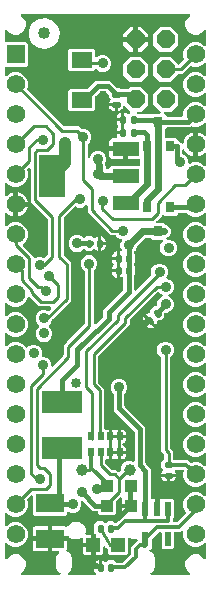
<source format=gbr>
G04 EAGLE Gerber RS-274X export*
G75*
%MOMM*%
%FSLAX34Y34*%
%LPD*%
%INBottom Copper*%
%IPPOS*%
%AMOC8*
5,1,8,0,0,1.08239X$1,22.5*%
G01*
%ADD10C,0.457200*%
%ADD11P,1.677704X8X112.500000*%
%ADD12C,1.016000*%
%ADD13R,0.500000X0.650000*%
%ADD14R,1.000000X1.000000*%
%ADD15R,2.235200X1.219200*%
%ADD16R,2.200000X3.600000*%
%ADD17R,0.550000X1.200000*%
%ADD18R,1.200000X1.200000*%
%ADD19R,0.787400X0.889000*%
%ADD20R,1.800000X1.400000*%
%ADD21R,3.400000X1.900000*%
%ADD22R,2.400000X1.600000*%
%ADD23R,1.574800X1.574800*%
%ADD24C,1.574800*%
%ADD25C,1.000000*%
%ADD26C,0.254000*%
%ADD27C,0.900000*%
%ADD28C,0.304800*%
%ADD29C,0.406400*%
%ADD30C,1.016000*%
%ADD31C,0.609600*%
%ADD32C,0.850000*%

G36*
X91244Y347227D02*
X91244Y347227D01*
X91302Y347225D01*
X91384Y347247D01*
X91468Y347259D01*
X91521Y347282D01*
X91577Y347297D01*
X91650Y347340D01*
X91727Y347375D01*
X91772Y347413D01*
X91822Y347442D01*
X91880Y347504D01*
X91944Y347558D01*
X91976Y347607D01*
X92016Y347650D01*
X92055Y347725D01*
X92102Y347795D01*
X92119Y347851D01*
X92146Y347903D01*
X92157Y347971D01*
X92187Y348066D01*
X92190Y348166D01*
X92201Y348234D01*
X92201Y348778D01*
X93690Y350267D01*
X117221Y350267D01*
X117279Y350275D01*
X117337Y350273D01*
X117419Y350295D01*
X117503Y350307D01*
X117556Y350330D01*
X117612Y350345D01*
X117685Y350388D01*
X117762Y350423D01*
X117807Y350461D01*
X117857Y350490D01*
X117915Y350552D01*
X117979Y350606D01*
X118011Y350655D01*
X118051Y350698D01*
X118090Y350773D01*
X118137Y350843D01*
X118154Y350899D01*
X118181Y350951D01*
X118192Y351019D01*
X118222Y351114D01*
X118225Y351214D01*
X118236Y351282D01*
X118236Y355092D01*
X118228Y355149D01*
X118230Y355204D01*
X118229Y355204D01*
X118230Y355208D01*
X118208Y355290D01*
X118196Y355374D01*
X118173Y355427D01*
X118158Y355483D01*
X118115Y355556D01*
X118080Y355633D01*
X118042Y355678D01*
X118013Y355728D01*
X117951Y355786D01*
X117897Y355850D01*
X117848Y355882D01*
X117805Y355922D01*
X117730Y355961D01*
X117660Y356008D01*
X117604Y356025D01*
X117552Y356052D01*
X117484Y356063D01*
X117389Y356093D01*
X117289Y356096D01*
X117221Y356107D01*
X107949Y356107D01*
X107949Y363728D01*
X107941Y363786D01*
X107942Y363844D01*
X107921Y363926D01*
X107909Y364009D01*
X107885Y364063D01*
X107871Y364119D01*
X107828Y364192D01*
X107793Y364269D01*
X107755Y364313D01*
X107725Y364364D01*
X107664Y364421D01*
X107609Y364486D01*
X107561Y364518D01*
X107518Y364558D01*
X107443Y364597D01*
X107373Y364643D01*
X107317Y364661D01*
X107265Y364688D01*
X107197Y364699D01*
X107102Y364729D01*
X107002Y364732D01*
X106934Y364743D01*
X105917Y364743D01*
X105917Y365760D01*
X105909Y365818D01*
X105910Y365876D01*
X105889Y365958D01*
X105877Y366041D01*
X105853Y366095D01*
X105839Y366151D01*
X105796Y366224D01*
X105761Y366301D01*
X105723Y366345D01*
X105693Y366396D01*
X105632Y366453D01*
X105577Y366518D01*
X105529Y366550D01*
X105486Y366590D01*
X105411Y366629D01*
X105341Y366675D01*
X105285Y366693D01*
X105233Y366720D01*
X105165Y366731D01*
X105070Y366761D01*
X104970Y366764D01*
X104902Y366775D01*
X92201Y366775D01*
X92201Y371174D01*
X92374Y371821D01*
X92709Y372400D01*
X93182Y372873D01*
X93761Y373208D01*
X94408Y373381D01*
X97980Y373381D01*
X98094Y373397D01*
X98208Y373407D01*
X98234Y373417D01*
X98261Y373421D01*
X98366Y373468D01*
X98473Y373509D01*
X98495Y373525D01*
X98521Y373537D01*
X98608Y373611D01*
X98700Y373680D01*
X98717Y373703D01*
X98738Y373720D01*
X98801Y373816D01*
X98870Y373908D01*
X98880Y373934D01*
X98895Y373957D01*
X98930Y374067D01*
X98970Y374174D01*
X98973Y374202D01*
X98981Y374228D01*
X98984Y374343D01*
X98993Y374457D01*
X98988Y374482D01*
X98988Y374512D01*
X98921Y374769D01*
X98918Y374785D01*
X98610Y375528D01*
X98424Y376461D01*
X98424Y377191D01*
X103251Y377191D01*
X103309Y377199D01*
X103367Y377197D01*
X103449Y377219D01*
X103532Y377231D01*
X103586Y377254D01*
X103642Y377269D01*
X103715Y377312D01*
X103792Y377347D01*
X103836Y377385D01*
X103887Y377414D01*
X103944Y377476D01*
X104009Y377530D01*
X104041Y377579D01*
X104081Y377622D01*
X104120Y377697D01*
X104166Y377767D01*
X104174Y377791D01*
X104223Y377821D01*
X104300Y377855D01*
X104345Y377893D01*
X104395Y377923D01*
X104453Y377984D01*
X104517Y378039D01*
X104549Y378087D01*
X104589Y378130D01*
X104628Y378205D01*
X104675Y378275D01*
X104692Y378331D01*
X104719Y378383D01*
X104730Y378451D01*
X104760Y378546D01*
X104763Y378646D01*
X104774Y378714D01*
X104774Y389128D01*
X104766Y389186D01*
X104768Y389244D01*
X104746Y389326D01*
X104737Y389394D01*
X104760Y389468D01*
X104763Y389568D01*
X104774Y389636D01*
X104774Y395625D01*
X105167Y395547D01*
X106045Y395183D01*
X106836Y394655D01*
X107232Y394259D01*
X107279Y394224D01*
X107319Y394181D01*
X107392Y394139D01*
X107459Y394088D01*
X107514Y394067D01*
X107564Y394038D01*
X107646Y394017D01*
X107725Y393987D01*
X107783Y393982D01*
X107840Y393968D01*
X107924Y393970D01*
X108008Y393963D01*
X108066Y393975D01*
X108124Y393977D01*
X108204Y394003D01*
X108287Y394019D01*
X108339Y394046D01*
X108395Y394064D01*
X108451Y394104D01*
X108539Y394150D01*
X108612Y394219D01*
X108668Y394259D01*
X109560Y395151D01*
X109595Y395198D01*
X109638Y395238D01*
X109680Y395311D01*
X109731Y395378D01*
X109752Y395433D01*
X109781Y395483D01*
X109802Y395565D01*
X109832Y395644D01*
X109837Y395702D01*
X109851Y395759D01*
X109849Y395843D01*
X109856Y395927D01*
X109844Y395984D01*
X109842Y396043D01*
X109816Y396123D01*
X109800Y396206D01*
X109773Y396258D01*
X109755Y396313D01*
X109715Y396370D01*
X109669Y396458D01*
X109600Y396531D01*
X109560Y396587D01*
X105586Y400561D01*
X105494Y400630D01*
X105406Y400704D01*
X105381Y400715D01*
X105358Y400732D01*
X105251Y400773D01*
X105146Y400820D01*
X105119Y400823D01*
X105093Y400833D01*
X104978Y400843D01*
X104865Y400858D01*
X104837Y400854D01*
X104809Y400857D01*
X104697Y400834D01*
X104583Y400818D01*
X104558Y400806D01*
X104531Y400801D01*
X104429Y400748D01*
X104324Y400701D01*
X104303Y400683D01*
X104278Y400670D01*
X104195Y400591D01*
X104108Y400516D01*
X104095Y400495D01*
X104072Y400474D01*
X103938Y400245D01*
X103930Y400232D01*
X103591Y399415D01*
X103063Y398624D01*
X102391Y397952D01*
X101743Y397519D01*
X101679Y397461D01*
X101609Y397412D01*
X101573Y397367D01*
X101531Y397329D01*
X101485Y397256D01*
X101432Y397189D01*
X101410Y397137D01*
X101380Y397088D01*
X101356Y397006D01*
X101323Y396926D01*
X101317Y396870D01*
X101301Y396815D01*
X101301Y396729D01*
X101292Y396644D01*
X101302Y396588D01*
X101302Y396531D01*
X101326Y396448D01*
X101340Y396364D01*
X101365Y396313D01*
X101381Y396258D01*
X101427Y396185D01*
X101464Y396108D01*
X101502Y396066D01*
X101533Y396018D01*
X101597Y395960D01*
X101654Y395897D01*
X101703Y395867D01*
X101745Y395829D01*
X101823Y395792D01*
X101896Y395746D01*
X101951Y395731D01*
X102002Y395706D01*
X102087Y395692D01*
X102169Y395669D01*
X102219Y395670D01*
X102236Y395667D01*
X102236Y390651D01*
X98424Y390651D01*
X98424Y391381D01*
X98610Y392314D01*
X98974Y393192D01*
X99502Y393983D01*
X100174Y394655D01*
X100822Y395088D01*
X100886Y395146D01*
X100956Y395195D01*
X100992Y395240D01*
X101034Y395278D01*
X101080Y395351D01*
X101133Y395418D01*
X101155Y395470D01*
X101185Y395519D01*
X101209Y395601D01*
X101242Y395681D01*
X101248Y395737D01*
X101264Y395792D01*
X101264Y395878D01*
X101273Y395963D01*
X101263Y396019D01*
X101263Y396076D01*
X101239Y396159D01*
X101225Y396243D01*
X101200Y396294D01*
X101184Y396349D01*
X101138Y396422D01*
X101101Y396499D01*
X101063Y396541D01*
X101032Y396589D01*
X100968Y396647D01*
X100911Y396710D01*
X100862Y396740D01*
X100820Y396778D01*
X100742Y396815D01*
X100669Y396861D01*
X100614Y396876D01*
X100563Y396901D01*
X100478Y396915D01*
X100396Y396938D01*
X100346Y396937D01*
X100283Y396947D01*
X100139Y396931D01*
X100060Y396928D01*
X99789Y396874D01*
X99059Y396874D01*
X99059Y401701D01*
X99051Y401759D01*
X99053Y401817D01*
X99031Y401899D01*
X99019Y401982D01*
X98996Y402036D01*
X98981Y402092D01*
X98938Y402165D01*
X98903Y402242D01*
X98865Y402286D01*
X98836Y402337D01*
X98774Y402394D01*
X98720Y402459D01*
X98671Y402491D01*
X98628Y402531D01*
X98553Y402570D01*
X98483Y402616D01*
X98459Y402624D01*
X98429Y402673D01*
X98395Y402750D01*
X98357Y402795D01*
X98327Y402845D01*
X98266Y402903D01*
X98211Y402967D01*
X98163Y402999D01*
X98120Y403039D01*
X98045Y403078D01*
X97975Y403125D01*
X97919Y403142D01*
X97867Y403169D01*
X97799Y403180D01*
X97704Y403210D01*
X97604Y403213D01*
X97536Y403224D01*
X91547Y403224D01*
X91625Y403617D01*
X91989Y404495D01*
X92517Y405286D01*
X92913Y405682D01*
X92948Y405729D01*
X92991Y405769D01*
X93033Y405842D01*
X93084Y405909D01*
X93105Y405964D01*
X93134Y406014D01*
X93155Y406096D01*
X93185Y406175D01*
X93190Y406233D01*
X93204Y406290D01*
X93202Y406374D01*
X93209Y406458D01*
X93197Y406516D01*
X93195Y406574D01*
X93169Y406654D01*
X93153Y406737D01*
X93126Y406789D01*
X93108Y406845D01*
X93068Y406901D01*
X93022Y406989D01*
X92953Y407062D01*
X92913Y407118D01*
X91439Y408592D01*
X91439Y410308D01*
X91427Y410395D01*
X91424Y410482D01*
X91407Y410535D01*
X91399Y410590D01*
X91364Y410670D01*
X91337Y410753D01*
X91309Y410792D01*
X91283Y410849D01*
X91187Y410963D01*
X91142Y411026D01*
X89208Y412960D01*
X89138Y413012D01*
X89075Y413072D01*
X89025Y413098D01*
X88981Y413131D01*
X88899Y413162D01*
X88821Y413202D01*
X88774Y413210D01*
X88715Y413232D01*
X88568Y413244D01*
X88490Y413257D01*
X84865Y413257D01*
X84778Y413245D01*
X84691Y413242D01*
X84638Y413225D01*
X84583Y413217D01*
X84503Y413182D01*
X84420Y413155D01*
X84381Y413127D01*
X84324Y413101D01*
X84210Y413005D01*
X84147Y412960D01*
X80418Y409231D01*
X80366Y409161D01*
X80306Y409098D01*
X80280Y409048D01*
X80247Y409004D01*
X80216Y408922D01*
X80176Y408844D01*
X80168Y408797D01*
X80146Y408738D01*
X80134Y408591D01*
X80121Y408513D01*
X80121Y397858D01*
X78632Y396369D01*
X58528Y396369D01*
X57039Y397858D01*
X57039Y413962D01*
X58528Y415451D01*
X73283Y415451D01*
X73370Y415463D01*
X73457Y415466D01*
X73510Y415483D01*
X73565Y415491D01*
X73645Y415526D01*
X73728Y415553D01*
X73767Y415581D01*
X73824Y415607D01*
X73938Y415703D01*
X74001Y415748D01*
X80656Y422403D01*
X92699Y422403D01*
X98879Y416223D01*
X98949Y416171D01*
X99012Y416111D01*
X99062Y416085D01*
X99106Y416052D01*
X99188Y416021D01*
X99266Y415981D01*
X99313Y415973D01*
X99372Y415951D01*
X99519Y415939D01*
X99597Y415926D01*
X101313Y415926D01*
X101524Y415715D01*
X101594Y415663D01*
X101658Y415603D01*
X101707Y415577D01*
X101751Y415544D01*
X101833Y415513D01*
X101911Y415473D01*
X101958Y415465D01*
X102017Y415443D01*
X102165Y415431D01*
X102242Y415418D01*
X108344Y415418D01*
X108431Y415430D01*
X108518Y415433D01*
X108571Y415450D01*
X108625Y415458D01*
X108705Y415493D01*
X108789Y415520D01*
X108828Y415548D01*
X108885Y415574D01*
X108998Y415670D01*
X109062Y415715D01*
X110037Y416691D01*
X118563Y416691D01*
X124591Y410663D01*
X124591Y402137D01*
X118563Y396109D01*
X116723Y396109D01*
X116694Y396105D01*
X116664Y396108D01*
X116553Y396085D01*
X116441Y396069D01*
X116415Y396057D01*
X116386Y396052D01*
X116285Y396000D01*
X116182Y395953D01*
X116159Y395934D01*
X116133Y395921D01*
X116051Y395843D01*
X115965Y395770D01*
X115949Y395745D01*
X115927Y395725D01*
X115870Y395627D01*
X115807Y395533D01*
X115798Y395505D01*
X115784Y395480D01*
X115756Y395370D01*
X115721Y395262D01*
X115721Y395232D01*
X115714Y395204D01*
X115717Y395091D01*
X115714Y394978D01*
X115722Y394949D01*
X115723Y394920D01*
X115757Y394812D01*
X115786Y394703D01*
X115801Y394677D01*
X115810Y394649D01*
X115856Y394586D01*
X115931Y394458D01*
X115977Y394415D01*
X116005Y394376D01*
X116129Y394252D01*
X116199Y394200D01*
X116263Y394140D01*
X116312Y394114D01*
X116356Y394081D01*
X116438Y394050D01*
X116516Y394010D01*
X116563Y394002D01*
X116622Y393980D01*
X116769Y393968D01*
X116847Y393955D01*
X126932Y393955D01*
X126986Y393962D01*
X127040Y393960D01*
X127126Y393982D01*
X127214Y393995D01*
X127263Y394017D01*
X127315Y394030D01*
X127376Y394067D01*
X127392Y394074D01*
X127833Y394045D01*
X127954Y394054D01*
X128075Y394058D01*
X128095Y394064D01*
X128117Y394066D01*
X128230Y394108D01*
X128345Y394145D01*
X128361Y394156D01*
X128383Y394165D01*
X128612Y394333D01*
X128614Y394336D01*
X134760Y394336D01*
X134789Y394340D01*
X134818Y394337D01*
X134929Y394360D01*
X135041Y394376D01*
X135068Y394388D01*
X135097Y394393D01*
X135197Y394445D01*
X135301Y394492D01*
X135323Y394511D01*
X135349Y394524D01*
X135431Y394602D01*
X135518Y394675D01*
X135534Y394700D01*
X135555Y394720D01*
X135613Y394818D01*
X135675Y394912D01*
X135684Y394940D01*
X135699Y394965D01*
X135727Y395075D01*
X135761Y395183D01*
X135762Y395213D01*
X135769Y395241D01*
X135766Y395354D01*
X135769Y395467D01*
X135761Y395496D01*
X135760Y395525D01*
X135725Y395633D01*
X135697Y395742D01*
X135682Y395768D01*
X135673Y395796D01*
X135627Y395859D01*
X135551Y395987D01*
X135506Y396030D01*
X135478Y396069D01*
X129409Y402137D01*
X129409Y410663D01*
X135437Y416691D01*
X143963Y416691D01*
X149991Y410663D01*
X149991Y402137D01*
X143963Y396109D01*
X139271Y396109D01*
X139242Y396105D01*
X139213Y396108D01*
X139102Y396085D01*
X138989Y396069D01*
X138963Y396057D01*
X138934Y396052D01*
X138833Y395999D01*
X138730Y395953D01*
X138708Y395934D01*
X138682Y395921D01*
X138599Y395843D01*
X138513Y395770D01*
X138497Y395745D01*
X138475Y395725D01*
X138418Y395627D01*
X138355Y395533D01*
X138347Y395505D01*
X138332Y395480D01*
X138304Y395370D01*
X138270Y395262D01*
X138269Y395232D01*
X138262Y395204D01*
X138265Y395091D01*
X138262Y394978D01*
X138270Y394949D01*
X138271Y394920D01*
X138306Y394812D01*
X138334Y394703D01*
X138349Y394677D01*
X138358Y394649D01*
X138404Y394586D01*
X138479Y394458D01*
X138525Y394415D01*
X138553Y394376D01*
X140089Y392840D01*
X140088Y392822D01*
X140110Y392740D01*
X140122Y392656D01*
X140145Y392603D01*
X140160Y392547D01*
X140203Y392474D01*
X140238Y392397D01*
X140276Y392352D01*
X140305Y392302D01*
X140367Y392244D01*
X140421Y392180D01*
X140470Y392148D01*
X140513Y392108D01*
X140588Y392069D01*
X140658Y392022D01*
X140714Y392005D01*
X140766Y391978D01*
X140834Y391967D01*
X140929Y391937D01*
X141029Y391934D01*
X141097Y391923D01*
X153670Y391923D01*
X153728Y391931D01*
X153786Y391929D01*
X153868Y391951D01*
X153952Y391963D01*
X154005Y391986D01*
X154061Y392001D01*
X154134Y392044D01*
X154211Y392079D01*
X154256Y392117D01*
X154306Y392146D01*
X154364Y392208D01*
X154428Y392262D01*
X154460Y392311D01*
X154500Y392354D01*
X154539Y392429D01*
X154586Y392499D01*
X154603Y392555D01*
X154630Y392607D01*
X154641Y392675D01*
X154671Y392770D01*
X154674Y392870D01*
X154685Y392938D01*
X154685Y395772D01*
X156271Y399600D01*
X159200Y402529D01*
X163028Y404115D01*
X167172Y404115D01*
X170999Y402529D01*
X172256Y401273D01*
X172280Y401255D01*
X172299Y401233D01*
X172393Y401170D01*
X172483Y401102D01*
X172511Y401091D01*
X172535Y401075D01*
X172643Y401041D01*
X172749Y401000D01*
X172778Y400998D01*
X172806Y400989D01*
X172920Y400986D01*
X173032Y400977D01*
X173061Y400983D01*
X173090Y400982D01*
X173200Y401010D01*
X173311Y401033D01*
X173337Y401046D01*
X173365Y401054D01*
X173463Y401111D01*
X173563Y401164D01*
X173585Y401184D01*
X173610Y401199D01*
X173687Y401281D01*
X173769Y401360D01*
X173784Y401385D01*
X173804Y401406D01*
X173856Y401507D01*
X173913Y401605D01*
X173920Y401633D01*
X173934Y401659D01*
X173947Y401737D01*
X173983Y401880D01*
X173981Y401943D01*
X173989Y401990D01*
X173989Y410810D01*
X173985Y410839D01*
X173988Y410868D01*
X173965Y410979D01*
X173949Y411091D01*
X173937Y411118D01*
X173932Y411147D01*
X173879Y411247D01*
X173833Y411350D01*
X173814Y411373D01*
X173801Y411399D01*
X173723Y411481D01*
X173650Y411567D01*
X173625Y411584D01*
X173605Y411605D01*
X173507Y411662D01*
X173413Y411725D01*
X173385Y411734D01*
X173360Y411749D01*
X173250Y411777D01*
X173142Y411811D01*
X173112Y411812D01*
X173084Y411819D01*
X172971Y411815D01*
X172858Y411818D01*
X172829Y411811D01*
X172800Y411810D01*
X172692Y411775D01*
X172583Y411746D01*
X172557Y411731D01*
X172529Y411722D01*
X172465Y411677D01*
X172338Y411601D01*
X172295Y411555D01*
X172256Y411527D01*
X170999Y410271D01*
X167172Y408685D01*
X163028Y408685D01*
X159200Y410271D01*
X156271Y413200D01*
X154685Y417028D01*
X154685Y421172D01*
X156271Y425000D01*
X159200Y427929D01*
X163028Y429515D01*
X167172Y429515D01*
X170999Y427929D01*
X172256Y426673D01*
X172280Y426655D01*
X172299Y426633D01*
X172393Y426570D01*
X172483Y426502D01*
X172511Y426491D01*
X172535Y426475D01*
X172643Y426441D01*
X172749Y426400D01*
X172778Y426398D01*
X172806Y426389D01*
X172920Y426386D01*
X173032Y426377D01*
X173061Y426383D01*
X173090Y426382D01*
X173200Y426410D01*
X173311Y426433D01*
X173337Y426446D01*
X173365Y426454D01*
X173463Y426511D01*
X173563Y426564D01*
X173585Y426584D01*
X173610Y426599D01*
X173687Y426681D01*
X173769Y426760D01*
X173784Y426785D01*
X173804Y426806D01*
X173856Y426907D01*
X173913Y427005D01*
X173920Y427033D01*
X173934Y427059D01*
X173947Y427137D01*
X173983Y427280D01*
X173981Y427343D01*
X173989Y427390D01*
X173989Y436210D01*
X173985Y436239D01*
X173988Y436268D01*
X173965Y436379D01*
X173949Y436491D01*
X173937Y436518D01*
X173932Y436547D01*
X173879Y436647D01*
X173833Y436750D01*
X173814Y436773D01*
X173801Y436799D01*
X173723Y436881D01*
X173650Y436967D01*
X173625Y436984D01*
X173605Y437005D01*
X173507Y437062D01*
X173413Y437125D01*
X173385Y437134D01*
X173360Y437149D01*
X173250Y437177D01*
X173142Y437211D01*
X173112Y437212D01*
X173084Y437219D01*
X172971Y437215D01*
X172858Y437218D01*
X172829Y437211D01*
X172800Y437210D01*
X172692Y437175D01*
X172583Y437146D01*
X172557Y437131D01*
X172529Y437122D01*
X172465Y437077D01*
X172338Y437001D01*
X172295Y436955D01*
X172256Y436927D01*
X170999Y435671D01*
X167172Y434085D01*
X163028Y434085D01*
X161566Y434691D01*
X161565Y434691D01*
X161563Y434692D01*
X161429Y434726D01*
X161291Y434762D01*
X161289Y434762D01*
X161288Y434762D01*
X161147Y434758D01*
X161007Y434754D01*
X161005Y434753D01*
X161004Y434753D01*
X160871Y434710D01*
X160736Y434667D01*
X160735Y434666D01*
X160733Y434666D01*
X160721Y434657D01*
X160500Y434509D01*
X160480Y434485D01*
X160460Y434471D01*
X153978Y427989D01*
X150863Y427989D01*
X150776Y427977D01*
X150689Y427974D01*
X150636Y427957D01*
X150582Y427949D01*
X150502Y427914D01*
X150419Y427887D01*
X150379Y427859D01*
X150322Y427833D01*
X150209Y427737D01*
X150145Y427692D01*
X143963Y421509D01*
X135437Y421509D01*
X129409Y427537D01*
X129409Y436063D01*
X135437Y442091D01*
X143963Y442091D01*
X149914Y436139D01*
X149961Y436104D01*
X150001Y436062D01*
X150074Y436019D01*
X150141Y435968D01*
X150196Y435947D01*
X150246Y435918D01*
X150328Y435897D01*
X150407Y435867D01*
X150465Y435862D01*
X150522Y435848D01*
X150606Y435850D01*
X150690Y435843D01*
X150748Y435855D01*
X150806Y435857D01*
X150886Y435883D01*
X150969Y435899D01*
X151021Y435926D01*
X151077Y435944D01*
X151133Y435984D01*
X151221Y436030D01*
X151294Y436099D01*
X151350Y436139D01*
X155071Y439860D01*
X155072Y439861D01*
X155073Y439862D01*
X155159Y439977D01*
X155242Y440087D01*
X155242Y440089D01*
X155243Y440090D01*
X155294Y440223D01*
X155343Y440353D01*
X155343Y440354D01*
X155344Y440356D01*
X155355Y440500D01*
X155366Y440636D01*
X155366Y440638D01*
X155366Y440639D01*
X155363Y440655D01*
X155311Y440915D01*
X155296Y440942D01*
X155291Y440966D01*
X154685Y442428D01*
X154685Y446572D01*
X156271Y450400D01*
X159200Y453329D01*
X163028Y454915D01*
X167172Y454915D01*
X170999Y453329D01*
X172256Y452073D01*
X172280Y452055D01*
X172299Y452033D01*
X172393Y451970D01*
X172483Y451902D01*
X172511Y451891D01*
X172535Y451875D01*
X172643Y451841D01*
X172749Y451800D01*
X172778Y451798D01*
X172806Y451789D01*
X172920Y451786D01*
X173032Y451777D01*
X173061Y451783D01*
X173090Y451782D01*
X173200Y451810D01*
X173311Y451833D01*
X173337Y451846D01*
X173365Y451854D01*
X173463Y451911D01*
X173563Y451964D01*
X173585Y451984D01*
X173610Y451999D01*
X173687Y452081D01*
X173769Y452160D01*
X173784Y452185D01*
X173804Y452206D01*
X173856Y452307D01*
X173913Y452405D01*
X173920Y452433D01*
X173934Y452459D01*
X173947Y452537D01*
X173983Y452680D01*
X173981Y452743D01*
X173989Y452790D01*
X173989Y464260D01*
X173985Y464289D01*
X173988Y464318D01*
X173965Y464429D01*
X173949Y464541D01*
X173937Y464568D01*
X173932Y464597D01*
X173879Y464697D01*
X173833Y464801D01*
X173814Y464823D01*
X173801Y464849D01*
X173723Y464931D01*
X173650Y465018D01*
X173625Y465034D01*
X173605Y465055D01*
X173507Y465112D01*
X173413Y465175D01*
X173385Y465184D01*
X173360Y465199D01*
X173250Y465227D01*
X173142Y465261D01*
X173112Y465262D01*
X173084Y465269D01*
X172971Y465265D01*
X172858Y465268D01*
X172829Y465261D01*
X172800Y465260D01*
X172692Y465225D01*
X172583Y465197D01*
X172557Y465182D01*
X172529Y465173D01*
X172466Y465127D01*
X172338Y465051D01*
X172295Y465006D01*
X172256Y464978D01*
X169938Y462660D01*
X166799Y461359D01*
X163401Y461359D01*
X160262Y462660D01*
X157860Y465062D01*
X156559Y468201D01*
X156559Y471599D01*
X157860Y474738D01*
X160178Y477056D01*
X160195Y477080D01*
X160218Y477099D01*
X160281Y477193D01*
X160349Y477283D01*
X160359Y477311D01*
X160375Y477335D01*
X160410Y477443D01*
X160450Y477549D01*
X160452Y477578D01*
X160461Y477606D01*
X160464Y477720D01*
X160473Y477832D01*
X160468Y477861D01*
X160468Y477890D01*
X160440Y478000D01*
X160418Y478111D01*
X160404Y478137D01*
X160397Y478165D01*
X160339Y478263D01*
X160287Y478363D01*
X160266Y478385D01*
X160251Y478410D01*
X160169Y478487D01*
X160091Y478569D01*
X160065Y478584D01*
X160044Y478604D01*
X159943Y478656D01*
X159845Y478713D01*
X159817Y478720D01*
X159791Y478734D01*
X159714Y478747D01*
X159570Y478783D01*
X159507Y478781D01*
X159460Y478789D01*
X18340Y478789D01*
X18311Y478785D01*
X18282Y478788D01*
X18171Y478765D01*
X18059Y478749D01*
X18032Y478737D01*
X18003Y478732D01*
X17903Y478679D01*
X17799Y478633D01*
X17777Y478614D01*
X17751Y478601D01*
X17669Y478523D01*
X17582Y478450D01*
X17566Y478425D01*
X17545Y478405D01*
X17488Y478307D01*
X17425Y478213D01*
X17416Y478185D01*
X17401Y478160D01*
X17373Y478050D01*
X17339Y477942D01*
X17338Y477912D01*
X17331Y477884D01*
X17335Y477771D01*
X17332Y477658D01*
X17339Y477629D01*
X17340Y477600D01*
X17375Y477492D01*
X17403Y477383D01*
X17418Y477357D01*
X17427Y477329D01*
X17473Y477266D01*
X17549Y477138D01*
X17594Y477095D01*
X17622Y477056D01*
X19940Y474738D01*
X21241Y471599D01*
X21241Y468201D01*
X19940Y465062D01*
X17538Y462660D01*
X14399Y461359D01*
X11001Y461359D01*
X7862Y462660D01*
X5544Y464978D01*
X5520Y464995D01*
X5501Y465018D01*
X5407Y465081D01*
X5317Y465149D01*
X5289Y465159D01*
X5265Y465175D01*
X5157Y465210D01*
X5051Y465250D01*
X5022Y465252D01*
X4994Y465261D01*
X4880Y465264D01*
X4768Y465273D01*
X4739Y465268D01*
X4710Y465268D01*
X4600Y465240D01*
X4489Y465218D01*
X4463Y465204D01*
X4435Y465197D01*
X4337Y465139D01*
X4237Y465087D01*
X4215Y465066D01*
X4190Y465051D01*
X4113Y464969D01*
X4031Y464891D01*
X4016Y464865D01*
X3996Y464844D01*
X3944Y464743D01*
X3887Y464645D01*
X3880Y464617D01*
X3866Y464591D01*
X3853Y464514D01*
X3817Y464370D01*
X3819Y464307D01*
X3811Y464260D01*
X3811Y455930D01*
X3819Y455872D01*
X3817Y455814D01*
X3839Y455732D01*
X3851Y455648D01*
X3874Y455595D01*
X3889Y455539D01*
X3932Y455466D01*
X3967Y455389D01*
X4005Y455344D01*
X4034Y455294D01*
X4096Y455236D01*
X4150Y455172D01*
X4199Y455140D01*
X4242Y455100D01*
X4317Y455061D01*
X4387Y455014D01*
X4443Y454997D01*
X4495Y454970D01*
X4563Y454959D01*
X4658Y454929D01*
X4758Y454926D01*
X4826Y454915D01*
X21626Y454915D01*
X23115Y453426D01*
X23115Y435574D01*
X21626Y434085D01*
X4826Y434085D01*
X4768Y434077D01*
X4710Y434079D01*
X4628Y434057D01*
X4544Y434045D01*
X4491Y434022D01*
X4435Y434007D01*
X4362Y433964D01*
X4285Y433929D01*
X4240Y433891D01*
X4190Y433862D01*
X4132Y433800D01*
X4068Y433746D01*
X4036Y433697D01*
X3996Y433654D01*
X3957Y433579D01*
X3910Y433509D01*
X3893Y433453D01*
X3866Y433401D01*
X3855Y433333D01*
X3825Y433238D01*
X3822Y433138D01*
X3811Y433070D01*
X3811Y427390D01*
X3815Y427361D01*
X3812Y427332D01*
X3835Y427221D01*
X3851Y427109D01*
X3863Y427082D01*
X3868Y427053D01*
X3921Y426953D01*
X3967Y426850D01*
X3986Y426827D01*
X3999Y426801D01*
X4077Y426719D01*
X4150Y426633D01*
X4175Y426616D01*
X4195Y426595D01*
X4293Y426538D01*
X4387Y426475D01*
X4415Y426466D01*
X4440Y426451D01*
X4550Y426423D01*
X4658Y426389D01*
X4688Y426388D01*
X4716Y426381D01*
X4829Y426385D01*
X4942Y426382D01*
X4971Y426389D01*
X5000Y426390D01*
X5108Y426425D01*
X5217Y426454D01*
X5243Y426469D01*
X5271Y426478D01*
X5335Y426523D01*
X5462Y426599D01*
X5505Y426645D01*
X5544Y426673D01*
X6801Y427929D01*
X10628Y429515D01*
X14772Y429515D01*
X18600Y427929D01*
X21529Y425000D01*
X23115Y421172D01*
X23115Y417028D01*
X22509Y415566D01*
X22509Y415565D01*
X22508Y415563D01*
X22474Y415429D01*
X22438Y415291D01*
X22438Y415289D01*
X22438Y415288D01*
X22442Y415143D01*
X22446Y415007D01*
X22447Y415005D01*
X22447Y415004D01*
X22490Y414871D01*
X22533Y414736D01*
X22534Y414735D01*
X22534Y414733D01*
X22543Y414721D01*
X22691Y414500D01*
X22715Y414480D01*
X22729Y414460D01*
X53351Y383838D01*
X53421Y383786D01*
X53485Y383726D01*
X53534Y383700D01*
X53578Y383667D01*
X53660Y383636D01*
X53738Y383596D01*
X53785Y383588D01*
X53844Y383566D01*
X53992Y383554D01*
X54069Y383541D01*
X66348Y383541D01*
X67901Y381988D01*
X67971Y381936D01*
X68035Y381876D01*
X68084Y381850D01*
X68128Y381817D01*
X68210Y381786D01*
X68288Y381746D01*
X68335Y381738D01*
X68394Y381716D01*
X68542Y381704D01*
X68619Y381691D01*
X71250Y381691D01*
X73838Y380619D01*
X75819Y378638D01*
X76891Y376050D01*
X76891Y373250D01*
X75819Y370662D01*
X73958Y368801D01*
X73906Y368731D01*
X73846Y368667D01*
X73820Y368618D01*
X73787Y368574D01*
X73756Y368492D01*
X73716Y368414D01*
X73708Y368367D01*
X73686Y368308D01*
X73674Y368160D01*
X73661Y368083D01*
X73661Y357633D01*
X73673Y357547D01*
X73675Y357462D01*
X73693Y357407D01*
X73701Y357351D01*
X73736Y357273D01*
X73762Y357191D01*
X73794Y357144D01*
X73817Y357092D01*
X73872Y357026D01*
X73920Y356955D01*
X73964Y356918D01*
X74000Y356875D01*
X74072Y356827D01*
X74138Y356772D01*
X74190Y356749D01*
X74237Y356717D01*
X74319Y356691D01*
X74398Y356656D01*
X74454Y356648D01*
X74508Y356631D01*
X74594Y356629D01*
X74679Y356617D01*
X74735Y356625D01*
X74792Y356624D01*
X74875Y356646D01*
X74960Y356658D01*
X75012Y356681D01*
X75067Y356696D01*
X75141Y356740D01*
X75220Y356775D01*
X75263Y356812D01*
X75312Y356841D01*
X75371Y356904D01*
X75436Y356959D01*
X75462Y357001D01*
X75506Y357048D01*
X75572Y357177D01*
X75614Y357244D01*
X76613Y359656D01*
X78594Y361637D01*
X81182Y362709D01*
X83982Y362709D01*
X86570Y361637D01*
X88551Y359656D01*
X89623Y357069D01*
X89623Y354268D01*
X88649Y351918D01*
X88630Y351844D01*
X88602Y351772D01*
X88597Y351716D01*
X88578Y351642D01*
X88582Y351515D01*
X88576Y351438D01*
X88874Y348143D01*
X88877Y348130D01*
X88877Y348118D01*
X88910Y347992D01*
X88939Y347866D01*
X88946Y347855D01*
X88949Y347843D01*
X89015Y347732D01*
X89079Y347618D01*
X89088Y347609D01*
X89094Y347598D01*
X89189Y347509D01*
X89281Y347418D01*
X89292Y347412D01*
X89301Y347404D01*
X89417Y347345D01*
X89531Y347283D01*
X89543Y347280D01*
X89554Y347274D01*
X89617Y347264D01*
X89809Y347222D01*
X89852Y347224D01*
X89885Y347219D01*
X91186Y347219D01*
X91244Y347227D01*
G37*
G36*
X148858Y48273D02*
X148858Y48273D01*
X148946Y48276D01*
X148999Y48293D01*
X149053Y48301D01*
X149133Y48336D01*
X149216Y48363D01*
X149256Y48391D01*
X149313Y48417D01*
X149426Y48513D01*
X149490Y48558D01*
X156684Y55752D01*
X156719Y55799D01*
X156761Y55839D01*
X156804Y55912D01*
X156854Y55979D01*
X156875Y56034D01*
X156905Y56084D01*
X156926Y56166D01*
X156956Y56245D01*
X156961Y56303D01*
X156975Y56360D01*
X156972Y56444D01*
X156979Y56528D01*
X156968Y56585D01*
X156966Y56644D01*
X156940Y56724D01*
X156923Y56807D01*
X156896Y56859D01*
X156878Y56914D01*
X156838Y56971D01*
X156792Y57059D01*
X156724Y57132D01*
X156684Y57188D01*
X156271Y57601D01*
X154685Y61428D01*
X154685Y65572D01*
X156271Y69400D01*
X159200Y72329D01*
X163028Y73915D01*
X167172Y73915D01*
X170999Y72329D01*
X172256Y71073D01*
X172280Y71055D01*
X172299Y71033D01*
X172393Y70970D01*
X172483Y70902D01*
X172511Y70891D01*
X172535Y70875D01*
X172643Y70841D01*
X172749Y70800D01*
X172778Y70798D01*
X172806Y70789D01*
X172920Y70786D01*
X173032Y70777D01*
X173061Y70783D01*
X173090Y70782D01*
X173200Y70810D01*
X173311Y70833D01*
X173337Y70846D01*
X173365Y70854D01*
X173463Y70911D01*
X173563Y70964D01*
X173585Y70984D01*
X173610Y70999D01*
X173687Y71081D01*
X173769Y71160D01*
X173784Y71185D01*
X173804Y71206D01*
X173856Y71307D01*
X173913Y71405D01*
X173920Y71433D01*
X173934Y71459D01*
X173947Y71537D01*
X173983Y71680D01*
X173981Y71743D01*
X173989Y71790D01*
X173989Y80610D01*
X173985Y80639D01*
X173988Y80668D01*
X173965Y80779D01*
X173949Y80891D01*
X173937Y80918D01*
X173932Y80947D01*
X173879Y81047D01*
X173833Y81150D01*
X173814Y81173D01*
X173801Y81199D01*
X173723Y81281D01*
X173650Y81367D01*
X173625Y81384D01*
X173605Y81405D01*
X173507Y81462D01*
X173413Y81525D01*
X173385Y81534D01*
X173360Y81549D01*
X173250Y81577D01*
X173142Y81611D01*
X173112Y81612D01*
X173084Y81619D01*
X172971Y81615D01*
X172858Y81618D01*
X172829Y81611D01*
X172800Y81610D01*
X172692Y81575D01*
X172583Y81546D01*
X172557Y81531D01*
X172529Y81522D01*
X172465Y81477D01*
X172338Y81401D01*
X172295Y81355D01*
X172256Y81327D01*
X170999Y80071D01*
X167172Y78485D01*
X163028Y78485D01*
X159200Y80071D01*
X156271Y83000D01*
X154685Y86828D01*
X154685Y90972D01*
X154981Y91686D01*
X155010Y91798D01*
X155045Y91907D01*
X155045Y91935D01*
X155052Y91962D01*
X155049Y92076D01*
X155052Y92191D01*
X155045Y92218D01*
X155044Y92246D01*
X155009Y92355D01*
X154980Y92466D01*
X154966Y92490D01*
X154958Y92517D01*
X154894Y92612D01*
X154835Y92711D01*
X154815Y92730D01*
X154799Y92753D01*
X154711Y92827D01*
X154628Y92905D01*
X154603Y92918D01*
X154582Y92936D01*
X154477Y92982D01*
X154374Y93035D01*
X154350Y93039D01*
X154322Y93051D01*
X154058Y93088D01*
X154043Y93090D01*
X148414Y93090D01*
X148343Y93080D01*
X148270Y93080D01*
X148202Y93060D01*
X148133Y93050D01*
X148067Y93021D01*
X147997Y93001D01*
X147937Y92963D01*
X147873Y92934D01*
X147818Y92888D01*
X147757Y92849D01*
X147710Y92796D01*
X147656Y92751D01*
X147616Y92690D01*
X147568Y92636D01*
X147538Y92573D01*
X147499Y92514D01*
X147477Y92445D01*
X147446Y92380D01*
X147434Y92310D01*
X147413Y92243D01*
X147411Y92171D01*
X147399Y92099D01*
X147407Y92029D01*
X147405Y91959D01*
X147424Y91889D01*
X147432Y91817D01*
X147457Y91762D01*
X147477Y91684D01*
X147539Y91580D01*
X147570Y91511D01*
X148041Y90805D01*
X148405Y89927D01*
X148483Y89534D01*
X142494Y89534D01*
X142436Y89526D01*
X142378Y89528D01*
X142296Y89506D01*
X142228Y89497D01*
X142154Y89520D01*
X142054Y89523D01*
X141986Y89534D01*
X135997Y89534D01*
X136075Y89927D01*
X136439Y90805D01*
X136967Y91596D01*
X137363Y91992D01*
X137398Y92039D01*
X137441Y92079D01*
X137483Y92152D01*
X137534Y92219D01*
X137555Y92274D01*
X137584Y92324D01*
X137605Y92406D01*
X137635Y92485D01*
X137640Y92543D01*
X137654Y92600D01*
X137652Y92684D01*
X137659Y92768D01*
X137647Y92826D01*
X137645Y92884D01*
X137619Y92964D01*
X137603Y93047D01*
X137576Y93099D01*
X137558Y93155D01*
X137518Y93211D01*
X137472Y93299D01*
X137403Y93372D01*
X137363Y93428D01*
X135889Y94902D01*
X135889Y99408D01*
X138132Y101651D01*
X138184Y101721D01*
X138244Y101785D01*
X138270Y101834D01*
X138303Y101878D01*
X138334Y101960D01*
X138374Y102038D01*
X138382Y102085D01*
X138404Y102144D01*
X138416Y102291D01*
X138429Y102369D01*
X138429Y105316D01*
X138417Y105403D01*
X138414Y105490D01*
X138397Y105543D01*
X138389Y105598D01*
X138354Y105677D01*
X138327Y105761D01*
X138299Y105800D01*
X138273Y105857D01*
X138209Y105933D01*
X138186Y105972D01*
X138157Y105998D01*
X138132Y106034D01*
X135889Y108277D01*
X135889Y187743D01*
X135877Y187830D01*
X135874Y187917D01*
X135857Y187970D01*
X135849Y188025D01*
X135814Y188104D01*
X135787Y188188D01*
X135759Y188227D01*
X135733Y188284D01*
X135637Y188397D01*
X135592Y188461D01*
X133731Y190322D01*
X132659Y192910D01*
X132659Y195710D01*
X133731Y198298D01*
X135712Y200279D01*
X138300Y201351D01*
X141100Y201351D01*
X143688Y200279D01*
X145669Y198298D01*
X146741Y195710D01*
X146741Y192910D01*
X145669Y190322D01*
X143808Y188461D01*
X143756Y188391D01*
X143696Y188327D01*
X143670Y188278D01*
X143637Y188234D01*
X143606Y188152D01*
X143566Y188074D01*
X143558Y188027D01*
X143536Y187968D01*
X143524Y187820D01*
X143511Y187743D01*
X143511Y111854D01*
X143523Y111767D01*
X143526Y111680D01*
X143543Y111627D01*
X143551Y111572D01*
X143586Y111493D01*
X143613Y111409D01*
X143641Y111370D01*
X143667Y111313D01*
X143763Y111200D01*
X143808Y111136D01*
X146051Y108893D01*
X146051Y102369D01*
X146063Y102282D01*
X146066Y102195D01*
X146083Y102142D01*
X146091Y102087D01*
X146126Y102007D01*
X146153Y101924D01*
X146181Y101885D01*
X146207Y101828D01*
X146303Y101715D01*
X146348Y101651D01*
X146482Y101517D01*
X146552Y101465D01*
X146616Y101405D01*
X146665Y101379D01*
X146709Y101346D01*
X146791Y101315D01*
X146869Y101275D01*
X146916Y101267D01*
X146975Y101245D01*
X147122Y101233D01*
X147200Y101220D01*
X158529Y101220D01*
X160714Y99034D01*
X160715Y99033D01*
X160716Y99032D01*
X160826Y98950D01*
X160941Y98864D01*
X160943Y98863D01*
X160944Y98862D01*
X161076Y98812D01*
X161207Y98762D01*
X161208Y98762D01*
X161210Y98762D01*
X161354Y98750D01*
X161490Y98739D01*
X161492Y98739D01*
X161493Y98739D01*
X161509Y98743D01*
X161769Y98795D01*
X161796Y98809D01*
X161820Y98814D01*
X163028Y99315D01*
X167172Y99315D01*
X170999Y97729D01*
X172256Y96473D01*
X172280Y96455D01*
X172299Y96433D01*
X172353Y96397D01*
X172367Y96383D01*
X172391Y96371D01*
X172393Y96370D01*
X172483Y96302D01*
X172511Y96291D01*
X172535Y96275D01*
X172643Y96241D01*
X172749Y96200D01*
X172778Y96198D01*
X172806Y96189D01*
X172920Y96186D01*
X173032Y96177D01*
X173061Y96183D01*
X173090Y96182D01*
X173200Y96210D01*
X173311Y96233D01*
X173337Y96246D01*
X173365Y96254D01*
X173463Y96311D01*
X173563Y96364D01*
X173585Y96384D01*
X173610Y96399D01*
X173687Y96481D01*
X173769Y96560D01*
X173784Y96585D01*
X173804Y96606D01*
X173856Y96707D01*
X173913Y96805D01*
X173920Y96833D01*
X173934Y96859D01*
X173947Y96937D01*
X173971Y97033D01*
X173975Y97046D01*
X173975Y97049D01*
X173983Y97080D01*
X173981Y97143D01*
X173989Y97190D01*
X173989Y106010D01*
X173985Y106039D01*
X173988Y106068D01*
X173965Y106179D01*
X173949Y106291D01*
X173937Y106318D01*
X173932Y106347D01*
X173879Y106447D01*
X173833Y106550D01*
X173814Y106573D01*
X173801Y106599D01*
X173723Y106681D01*
X173650Y106767D01*
X173625Y106784D01*
X173605Y106805D01*
X173507Y106862D01*
X173413Y106925D01*
X173385Y106934D01*
X173360Y106949D01*
X173250Y106977D01*
X173142Y107011D01*
X173112Y107012D01*
X173084Y107019D01*
X172971Y107015D01*
X172858Y107018D01*
X172829Y107011D01*
X172800Y107010D01*
X172692Y106975D01*
X172583Y106946D01*
X172557Y106931D01*
X172529Y106922D01*
X172465Y106877D01*
X172338Y106801D01*
X172295Y106755D01*
X172256Y106727D01*
X170999Y105471D01*
X167172Y103885D01*
X163028Y103885D01*
X159200Y105471D01*
X156271Y108400D01*
X154685Y112228D01*
X154685Y116372D01*
X156271Y120200D01*
X159200Y123129D01*
X163028Y124715D01*
X167172Y124715D01*
X170999Y123129D01*
X172256Y121873D01*
X172280Y121855D01*
X172299Y121833D01*
X172348Y121799D01*
X172385Y121765D01*
X172430Y121742D01*
X172483Y121702D01*
X172511Y121691D01*
X172535Y121675D01*
X172602Y121654D01*
X172638Y121635D01*
X172673Y121629D01*
X172749Y121600D01*
X172778Y121598D01*
X172806Y121589D01*
X172920Y121586D01*
X172941Y121584D01*
X172970Y121580D01*
X172974Y121580D01*
X172983Y121581D01*
X173032Y121577D01*
X173061Y121583D01*
X173090Y121582D01*
X173200Y121610D01*
X173220Y121614D01*
X173256Y121620D01*
X173264Y121623D01*
X173311Y121633D01*
X173337Y121646D01*
X173365Y121654D01*
X173463Y121711D01*
X173476Y121718D01*
X173515Y121736D01*
X173523Y121743D01*
X173563Y121764D01*
X173585Y121784D01*
X173610Y121799D01*
X173687Y121881D01*
X173689Y121883D01*
X173732Y121919D01*
X173740Y121931D01*
X173769Y121960D01*
X173784Y121985D01*
X173804Y122006D01*
X173853Y122101D01*
X173890Y122156D01*
X173895Y122174D01*
X173913Y122205D01*
X173920Y122233D01*
X173934Y122259D01*
X173947Y122337D01*
X173975Y122427D01*
X173976Y122451D01*
X173983Y122480D01*
X173981Y122543D01*
X173989Y122590D01*
X173989Y131410D01*
X173985Y131439D01*
X173988Y131468D01*
X173965Y131579D01*
X173949Y131691D01*
X173937Y131718D01*
X173932Y131747D01*
X173879Y131847D01*
X173833Y131950D01*
X173814Y131973D01*
X173801Y131999D01*
X173723Y132081D01*
X173650Y132167D01*
X173625Y132184D01*
X173605Y132205D01*
X173507Y132262D01*
X173413Y132325D01*
X173385Y132334D01*
X173360Y132349D01*
X173250Y132377D01*
X173142Y132411D01*
X173112Y132412D01*
X173084Y132419D01*
X172971Y132415D01*
X172858Y132418D01*
X172829Y132411D01*
X172800Y132410D01*
X172692Y132375D01*
X172583Y132346D01*
X172557Y132331D01*
X172529Y132322D01*
X172465Y132277D01*
X172338Y132201D01*
X172295Y132155D01*
X172256Y132127D01*
X170999Y130871D01*
X167172Y129285D01*
X163028Y129285D01*
X159200Y130871D01*
X156271Y133800D01*
X154685Y137628D01*
X154685Y141772D01*
X156271Y145600D01*
X159200Y148529D01*
X163028Y150115D01*
X167172Y150115D01*
X170999Y148529D01*
X172256Y147273D01*
X172280Y147255D01*
X172299Y147233D01*
X172393Y147170D01*
X172483Y147102D01*
X172511Y147091D01*
X172535Y147075D01*
X172643Y147041D01*
X172749Y147000D01*
X172778Y146998D01*
X172806Y146989D01*
X172920Y146986D01*
X173032Y146977D01*
X173061Y146983D01*
X173090Y146982D01*
X173200Y147010D01*
X173311Y147033D01*
X173337Y147046D01*
X173365Y147054D01*
X173463Y147111D01*
X173563Y147164D01*
X173585Y147184D01*
X173610Y147199D01*
X173687Y147281D01*
X173769Y147360D01*
X173784Y147385D01*
X173804Y147406D01*
X173856Y147507D01*
X173913Y147605D01*
X173920Y147633D01*
X173934Y147659D01*
X173947Y147737D01*
X173983Y147880D01*
X173981Y147943D01*
X173989Y147990D01*
X173989Y156810D01*
X173985Y156839D01*
X173988Y156868D01*
X173965Y156979D01*
X173949Y157091D01*
X173937Y157118D01*
X173932Y157147D01*
X173879Y157247D01*
X173833Y157350D01*
X173814Y157373D01*
X173801Y157399D01*
X173723Y157481D01*
X173650Y157567D01*
X173625Y157584D01*
X173605Y157605D01*
X173507Y157662D01*
X173413Y157725D01*
X173385Y157734D01*
X173360Y157749D01*
X173250Y157777D01*
X173142Y157811D01*
X173112Y157812D01*
X173084Y157819D01*
X172971Y157815D01*
X172858Y157818D01*
X172829Y157811D01*
X172800Y157810D01*
X172692Y157775D01*
X172583Y157746D01*
X172557Y157731D01*
X172529Y157722D01*
X172465Y157677D01*
X172338Y157601D01*
X172295Y157555D01*
X172256Y157527D01*
X170999Y156271D01*
X167172Y154685D01*
X163028Y154685D01*
X159200Y156271D01*
X156271Y159200D01*
X154685Y163028D01*
X154685Y167172D01*
X156271Y171000D01*
X159200Y173929D01*
X163028Y175515D01*
X167172Y175515D01*
X170999Y173929D01*
X172256Y172673D01*
X172280Y172655D01*
X172299Y172633D01*
X172393Y172570D01*
X172483Y172502D01*
X172511Y172491D01*
X172535Y172475D01*
X172643Y172441D01*
X172749Y172400D01*
X172778Y172398D01*
X172806Y172389D01*
X172920Y172386D01*
X173032Y172377D01*
X173061Y172383D01*
X173090Y172382D01*
X173200Y172410D01*
X173311Y172433D01*
X173337Y172446D01*
X173365Y172454D01*
X173463Y172511D01*
X173563Y172564D01*
X173585Y172584D01*
X173610Y172599D01*
X173687Y172681D01*
X173769Y172760D01*
X173784Y172785D01*
X173804Y172806D01*
X173856Y172907D01*
X173913Y173005D01*
X173920Y173033D01*
X173934Y173059D01*
X173947Y173137D01*
X173983Y173280D01*
X173981Y173343D01*
X173989Y173390D01*
X173989Y182210D01*
X173985Y182239D01*
X173988Y182268D01*
X173965Y182379D01*
X173949Y182491D01*
X173937Y182518D01*
X173932Y182547D01*
X173879Y182647D01*
X173833Y182750D01*
X173814Y182773D01*
X173801Y182799D01*
X173723Y182881D01*
X173650Y182967D01*
X173625Y182984D01*
X173605Y183005D01*
X173507Y183062D01*
X173413Y183125D01*
X173385Y183134D01*
X173360Y183149D01*
X173250Y183177D01*
X173142Y183211D01*
X173112Y183212D01*
X173084Y183219D01*
X172971Y183215D01*
X172858Y183218D01*
X172829Y183211D01*
X172800Y183210D01*
X172692Y183175D01*
X172583Y183146D01*
X172557Y183131D01*
X172529Y183122D01*
X172465Y183077D01*
X172338Y183001D01*
X172295Y182955D01*
X172256Y182927D01*
X170999Y181671D01*
X167172Y180085D01*
X163028Y180085D01*
X159200Y181671D01*
X156271Y184600D01*
X154685Y188428D01*
X154685Y192572D01*
X156271Y196400D01*
X159200Y199329D01*
X163028Y200915D01*
X167172Y200915D01*
X170999Y199329D01*
X172256Y198073D01*
X172280Y198055D01*
X172299Y198033D01*
X172393Y197970D01*
X172483Y197902D01*
X172511Y197891D01*
X172535Y197875D01*
X172643Y197841D01*
X172749Y197800D01*
X172778Y197798D01*
X172806Y197789D01*
X172920Y197786D01*
X173032Y197777D01*
X173061Y197783D01*
X173090Y197782D01*
X173200Y197810D01*
X173311Y197833D01*
X173337Y197846D01*
X173365Y197854D01*
X173463Y197911D01*
X173563Y197964D01*
X173585Y197984D01*
X173610Y197999D01*
X173687Y198081D01*
X173769Y198160D01*
X173784Y198185D01*
X173804Y198206D01*
X173856Y198307D01*
X173913Y198405D01*
X173920Y198433D01*
X173934Y198459D01*
X173947Y198537D01*
X173983Y198680D01*
X173981Y198743D01*
X173989Y198790D01*
X173989Y207610D01*
X173985Y207639D01*
X173988Y207668D01*
X173965Y207779D01*
X173949Y207891D01*
X173937Y207918D01*
X173932Y207947D01*
X173879Y208047D01*
X173833Y208150D01*
X173814Y208173D01*
X173801Y208199D01*
X173723Y208281D01*
X173650Y208367D01*
X173625Y208384D01*
X173605Y208405D01*
X173507Y208462D01*
X173413Y208525D01*
X173385Y208534D01*
X173360Y208549D01*
X173250Y208577D01*
X173142Y208611D01*
X173112Y208612D01*
X173084Y208619D01*
X172971Y208615D01*
X172858Y208618D01*
X172829Y208611D01*
X172800Y208610D01*
X172692Y208575D01*
X172583Y208546D01*
X172557Y208531D01*
X172529Y208522D01*
X172465Y208477D01*
X172338Y208401D01*
X172295Y208355D01*
X172256Y208327D01*
X170999Y207071D01*
X167172Y205485D01*
X163028Y205485D01*
X159200Y207071D01*
X156271Y210000D01*
X154685Y213828D01*
X154685Y217972D01*
X156271Y221800D01*
X159200Y224729D01*
X163028Y226315D01*
X167172Y226315D01*
X170999Y224729D01*
X172256Y223473D01*
X172280Y223455D01*
X172299Y223433D01*
X172393Y223370D01*
X172483Y223302D01*
X172511Y223291D01*
X172535Y223275D01*
X172643Y223241D01*
X172749Y223200D01*
X172778Y223198D01*
X172806Y223189D01*
X172920Y223186D01*
X173032Y223177D01*
X173061Y223183D01*
X173090Y223182D01*
X173200Y223210D01*
X173311Y223233D01*
X173337Y223246D01*
X173365Y223254D01*
X173463Y223311D01*
X173563Y223364D01*
X173585Y223384D01*
X173610Y223399D01*
X173687Y223481D01*
X173769Y223560D01*
X173784Y223585D01*
X173804Y223606D01*
X173856Y223707D01*
X173913Y223805D01*
X173920Y223833D01*
X173934Y223859D01*
X173947Y223937D01*
X173983Y224080D01*
X173981Y224143D01*
X173989Y224190D01*
X173989Y233010D01*
X173985Y233039D01*
X173988Y233068D01*
X173965Y233179D01*
X173949Y233291D01*
X173937Y233318D01*
X173932Y233347D01*
X173879Y233447D01*
X173833Y233550D01*
X173814Y233573D01*
X173801Y233599D01*
X173723Y233681D01*
X173650Y233767D01*
X173625Y233784D01*
X173605Y233805D01*
X173507Y233862D01*
X173413Y233925D01*
X173385Y233934D01*
X173360Y233949D01*
X173250Y233977D01*
X173142Y234011D01*
X173112Y234012D01*
X173084Y234019D01*
X172971Y234015D01*
X172858Y234018D01*
X172829Y234011D01*
X172800Y234010D01*
X172692Y233975D01*
X172583Y233946D01*
X172557Y233931D01*
X172529Y233922D01*
X172465Y233877D01*
X172338Y233801D01*
X172295Y233755D01*
X172256Y233727D01*
X170999Y232471D01*
X167172Y230885D01*
X163028Y230885D01*
X159200Y232471D01*
X156271Y235400D01*
X154685Y239228D01*
X154685Y243372D01*
X156271Y247200D01*
X159200Y250129D01*
X163028Y251715D01*
X167172Y251715D01*
X170999Y250129D01*
X172256Y248873D01*
X172280Y248855D01*
X172299Y248833D01*
X172393Y248770D01*
X172483Y248702D01*
X172511Y248691D01*
X172535Y248675D01*
X172643Y248641D01*
X172749Y248600D01*
X172778Y248598D01*
X172806Y248589D01*
X172920Y248586D01*
X173032Y248577D01*
X173061Y248583D01*
X173090Y248582D01*
X173200Y248610D01*
X173311Y248633D01*
X173337Y248646D01*
X173365Y248654D01*
X173463Y248711D01*
X173563Y248764D01*
X173585Y248784D01*
X173610Y248799D01*
X173687Y248881D01*
X173769Y248960D01*
X173784Y248985D01*
X173804Y249006D01*
X173856Y249107D01*
X173913Y249205D01*
X173920Y249233D01*
X173934Y249259D01*
X173947Y249337D01*
X173983Y249480D01*
X173981Y249543D01*
X173989Y249590D01*
X173989Y258410D01*
X173985Y258439D01*
X173988Y258468D01*
X173965Y258579D01*
X173949Y258691D01*
X173937Y258718D01*
X173932Y258747D01*
X173879Y258847D01*
X173833Y258950D01*
X173814Y258973D01*
X173801Y258999D01*
X173723Y259081D01*
X173650Y259167D01*
X173625Y259184D01*
X173605Y259205D01*
X173507Y259262D01*
X173413Y259325D01*
X173385Y259334D01*
X173360Y259349D01*
X173250Y259377D01*
X173142Y259411D01*
X173112Y259412D01*
X173084Y259419D01*
X172971Y259415D01*
X172858Y259418D01*
X172829Y259411D01*
X172800Y259410D01*
X172692Y259375D01*
X172583Y259346D01*
X172557Y259331D01*
X172529Y259322D01*
X172465Y259277D01*
X172338Y259201D01*
X172295Y259155D01*
X172256Y259127D01*
X170999Y257871D01*
X167172Y256285D01*
X163028Y256285D01*
X159200Y257871D01*
X156271Y260800D01*
X154685Y264628D01*
X154685Y268772D01*
X156271Y272600D01*
X159200Y275529D01*
X163028Y277115D01*
X167172Y277115D01*
X170999Y275529D01*
X172256Y274273D01*
X172280Y274255D01*
X172299Y274233D01*
X172393Y274170D01*
X172483Y274102D01*
X172511Y274091D01*
X172535Y274075D01*
X172643Y274041D01*
X172749Y274000D01*
X172778Y273998D01*
X172806Y273989D01*
X172920Y273986D01*
X173032Y273977D01*
X173061Y273983D01*
X173090Y273982D01*
X173200Y274010D01*
X173311Y274033D01*
X173337Y274046D01*
X173365Y274054D01*
X173463Y274111D01*
X173563Y274164D01*
X173585Y274184D01*
X173610Y274199D01*
X173687Y274281D01*
X173769Y274360D01*
X173784Y274385D01*
X173804Y274406D01*
X173856Y274507D01*
X173913Y274605D01*
X173920Y274633D01*
X173934Y274659D01*
X173947Y274737D01*
X173983Y274880D01*
X173981Y274943D01*
X173989Y274990D01*
X173989Y283810D01*
X173985Y283839D01*
X173988Y283868D01*
X173965Y283979D01*
X173949Y284091D01*
X173937Y284118D01*
X173932Y284147D01*
X173879Y284247D01*
X173833Y284350D01*
X173814Y284373D01*
X173801Y284399D01*
X173723Y284481D01*
X173650Y284567D01*
X173625Y284584D01*
X173605Y284605D01*
X173507Y284662D01*
X173413Y284725D01*
X173385Y284734D01*
X173360Y284749D01*
X173250Y284777D01*
X173142Y284811D01*
X173112Y284812D01*
X173084Y284819D01*
X172971Y284815D01*
X172858Y284818D01*
X172829Y284811D01*
X172800Y284810D01*
X172692Y284775D01*
X172583Y284746D01*
X172557Y284731D01*
X172529Y284722D01*
X172465Y284677D01*
X172338Y284601D01*
X172295Y284555D01*
X172256Y284527D01*
X170999Y283271D01*
X167172Y281685D01*
X163028Y281685D01*
X159200Y283271D01*
X156271Y286200D01*
X154685Y290028D01*
X154685Y294172D01*
X156271Y298000D01*
X159200Y300929D01*
X163028Y302515D01*
X167172Y302515D01*
X170999Y300929D01*
X172256Y299673D01*
X172280Y299655D01*
X172299Y299633D01*
X172393Y299570D01*
X172483Y299502D01*
X172511Y299491D01*
X172535Y299475D01*
X172643Y299441D01*
X172749Y299400D01*
X172778Y299398D01*
X172806Y299389D01*
X172920Y299386D01*
X173032Y299377D01*
X173061Y299383D01*
X173090Y299382D01*
X173200Y299410D01*
X173311Y299433D01*
X173337Y299446D01*
X173365Y299454D01*
X173463Y299511D01*
X173563Y299564D01*
X173585Y299584D01*
X173610Y299599D01*
X173687Y299681D01*
X173769Y299760D01*
X173784Y299785D01*
X173804Y299806D01*
X173856Y299907D01*
X173913Y300005D01*
X173920Y300033D01*
X173934Y300059D01*
X173947Y300137D01*
X173983Y300280D01*
X173981Y300343D01*
X173989Y300390D01*
X173989Y309210D01*
X173985Y309239D01*
X173988Y309268D01*
X173965Y309379D01*
X173949Y309491D01*
X173937Y309518D01*
X173932Y309547D01*
X173879Y309647D01*
X173833Y309750D01*
X173814Y309773D01*
X173801Y309799D01*
X173723Y309881D01*
X173650Y309967D01*
X173625Y309984D01*
X173605Y310005D01*
X173507Y310062D01*
X173413Y310125D01*
X173385Y310134D01*
X173360Y310149D01*
X173250Y310177D01*
X173142Y310211D01*
X173112Y310212D01*
X173084Y310219D01*
X172971Y310215D01*
X172858Y310218D01*
X172829Y310211D01*
X172800Y310210D01*
X172692Y310175D01*
X172583Y310146D01*
X172557Y310131D01*
X172529Y310122D01*
X172465Y310077D01*
X172338Y310001D01*
X172295Y309955D01*
X172256Y309927D01*
X170999Y308671D01*
X167172Y307085D01*
X163028Y307085D01*
X159200Y308671D01*
X157781Y310090D01*
X157712Y310142D01*
X157648Y310202D01*
X157598Y310228D01*
X157554Y310261D01*
X157473Y310292D01*
X157395Y310332D01*
X157347Y310340D01*
X157289Y310362D01*
X157141Y310374D01*
X157064Y310387D01*
X150876Y310387D01*
X150818Y310379D01*
X150760Y310381D01*
X150678Y310359D01*
X150594Y310347D01*
X150541Y310324D01*
X150485Y310309D01*
X150412Y310266D01*
X150335Y310231D01*
X150290Y310193D01*
X150240Y310164D01*
X150182Y310102D01*
X150118Y310048D01*
X150086Y309999D01*
X150046Y309956D01*
X150007Y309881D01*
X149960Y309811D01*
X149943Y309755D01*
X149916Y309703D01*
X149905Y309635D01*
X149875Y309540D01*
X149873Y309475D01*
X148372Y307974D01*
X138394Y307974D01*
X138331Y308036D01*
X138285Y308072D01*
X138244Y308114D01*
X138172Y308157D01*
X138104Y308207D01*
X138050Y308228D01*
X137999Y308258D01*
X137918Y308278D01*
X137839Y308309D01*
X137780Y308313D01*
X137724Y308328D01*
X137640Y308325D01*
X137555Y308332D01*
X137498Y308321D01*
X137439Y308319D01*
X137359Y308293D01*
X137277Y308276D01*
X137225Y308249D01*
X137169Y308231D01*
X137113Y308191D01*
X137024Y308145D01*
X136952Y308076D01*
X136896Y308036D01*
X132218Y303359D01*
X132200Y303335D01*
X132178Y303316D01*
X132115Y303222D01*
X132047Y303132D01*
X132037Y303104D01*
X132020Y303080D01*
X131986Y302972D01*
X131946Y302866D01*
X131943Y302837D01*
X131935Y302809D01*
X131932Y302695D01*
X131922Y302583D01*
X131928Y302554D01*
X131927Y302525D01*
X131956Y302415D01*
X131978Y302304D01*
X131992Y302278D01*
X131999Y302250D01*
X132057Y302152D01*
X132109Y302052D01*
X132129Y302030D01*
X132144Y302005D01*
X132227Y301928D01*
X132305Y301846D01*
X132330Y301831D01*
X132352Y301811D01*
X132453Y301759D01*
X132550Y301702D01*
X132579Y301695D01*
X132605Y301681D01*
X132682Y301668D01*
X132826Y301632D01*
X132888Y301634D01*
X132936Y301626D01*
X138720Y301626D01*
X140382Y299964D01*
X140406Y299946D01*
X140426Y299922D01*
X140493Y299881D01*
X140609Y299794D01*
X140669Y299771D01*
X140711Y299744D01*
X141596Y299378D01*
X143168Y297806D01*
X144019Y295752D01*
X144019Y293528D01*
X143168Y291474D01*
X141596Y289902D01*
X141021Y289664D01*
X140947Y289620D01*
X140868Y289585D01*
X140825Y289548D01*
X140776Y289519D01*
X140717Y289457D01*
X140651Y289401D01*
X140620Y289354D01*
X140581Y289313D01*
X140541Y289236D01*
X140494Y289165D01*
X140477Y289111D01*
X140451Y289060D01*
X140434Y288976D01*
X140408Y288894D01*
X140407Y288837D01*
X140396Y288781D01*
X140403Y288696D01*
X140401Y288610D01*
X140415Y288555D01*
X140420Y288498D01*
X140451Y288417D01*
X140473Y288335D01*
X140502Y288286D01*
X140522Y288233D01*
X140574Y288164D01*
X140618Y288090D01*
X140659Y288051D01*
X140694Y288006D01*
X140762Y287954D01*
X140825Y287896D01*
X140876Y287870D01*
X140921Y287836D01*
X141002Y287805D01*
X141078Y287766D01*
X141127Y287758D01*
X141187Y287735D01*
X141332Y287724D01*
X141409Y287711D01*
X143640Y287711D01*
X146228Y286639D01*
X148209Y284658D01*
X149281Y282070D01*
X149281Y279270D01*
X148209Y276682D01*
X146228Y274701D01*
X143640Y273629D01*
X140840Y273629D01*
X138252Y274701D01*
X136271Y276682D01*
X135199Y279270D01*
X135199Y282070D01*
X136271Y284658D01*
X137534Y285921D01*
X137552Y285945D01*
X137574Y285964D01*
X137637Y286058D01*
X137705Y286148D01*
X137715Y286176D01*
X137732Y286200D01*
X137766Y286308D01*
X137806Y286414D01*
X137809Y286443D01*
X137817Y286471D01*
X137820Y286585D01*
X137830Y286697D01*
X137824Y286726D01*
X137825Y286755D01*
X137796Y286865D01*
X137774Y286976D01*
X137760Y287002D01*
X137753Y287030D01*
X137695Y287128D01*
X137643Y287228D01*
X137623Y287250D01*
X137608Y287275D01*
X137525Y287352D01*
X137447Y287434D01*
X137422Y287449D01*
X137400Y287469D01*
X137299Y287521D01*
X137202Y287578D01*
X137173Y287585D01*
X137147Y287599D01*
X137070Y287612D01*
X136926Y287648D01*
X136864Y287646D01*
X136816Y287654D01*
X128742Y287654D01*
X127642Y288754D01*
X127572Y288806D01*
X127508Y288866D01*
X127459Y288892D01*
X127415Y288925D01*
X127333Y288956D01*
X127255Y288996D01*
X127208Y289004D01*
X127149Y289026D01*
X127001Y289038D01*
X126924Y289051D01*
X122750Y289051D01*
X122664Y289039D01*
X122576Y289036D01*
X122524Y289019D01*
X122469Y289011D01*
X122389Y288976D01*
X122306Y288949D01*
X122267Y288921D01*
X122210Y288895D01*
X122096Y288799D01*
X122033Y288754D01*
X115923Y282644D01*
X115871Y282575D01*
X115811Y282511D01*
X115785Y282461D01*
X115752Y282417D01*
X115721Y282336D01*
X115681Y282258D01*
X115673Y282210D01*
X115651Y282152D01*
X115639Y282004D01*
X115626Y281927D01*
X115626Y281810D01*
X114554Y279222D01*
X113455Y278123D01*
X113403Y278053D01*
X113343Y277989D01*
X113317Y277940D01*
X113284Y277896D01*
X113253Y277814D01*
X113213Y277736D01*
X113205Y277689D01*
X113183Y277630D01*
X113171Y277482D01*
X113158Y277405D01*
X113158Y276232D01*
X113170Y276145D01*
X113173Y276058D01*
X113190Y276005D01*
X113198Y275950D01*
X113233Y275871D01*
X113260Y275787D01*
X113288Y275748D01*
X113314Y275691D01*
X113410Y275578D01*
X113455Y275514D01*
X113666Y275303D01*
X113666Y268257D01*
X113455Y268046D01*
X113403Y267976D01*
X113343Y267912D01*
X113317Y267863D01*
X113284Y267819D01*
X113253Y267737D01*
X113213Y267659D01*
X113205Y267612D01*
X113183Y267553D01*
X113171Y267406D01*
X113158Y267328D01*
X113158Y266072D01*
X113170Y265985D01*
X113173Y265898D01*
X113190Y265845D01*
X113198Y265790D01*
X113233Y265711D01*
X113260Y265627D01*
X113288Y265588D01*
X113314Y265531D01*
X113410Y265418D01*
X113455Y265354D01*
X113666Y265143D01*
X113666Y258097D01*
X113455Y257886D01*
X113403Y257816D01*
X113343Y257752D01*
X113317Y257703D01*
X113284Y257659D01*
X113253Y257577D01*
X113213Y257499D01*
X113205Y257452D01*
X113183Y257393D01*
X113171Y257246D01*
X113158Y257168D01*
X113158Y245458D01*
X113162Y245429D01*
X113159Y245400D01*
X113182Y245289D01*
X113198Y245176D01*
X113210Y245150D01*
X113215Y245121D01*
X113267Y245020D01*
X113314Y244917D01*
X113333Y244895D01*
X113346Y244869D01*
X113424Y244787D01*
X113497Y244700D01*
X113522Y244684D01*
X113542Y244662D01*
X113640Y244605D01*
X113734Y244542D01*
X113762Y244534D01*
X113787Y244519D01*
X113897Y244491D01*
X114005Y244457D01*
X114035Y244456D01*
X114063Y244449D01*
X114176Y244452D01*
X114289Y244449D01*
X114318Y244457D01*
X114347Y244458D01*
X114455Y244493D01*
X114564Y244521D01*
X114590Y244536D01*
X114618Y244545D01*
X114681Y244591D01*
X114809Y244666D01*
X114852Y244712D01*
X114891Y244740D01*
X127545Y257394D01*
X127546Y257396D01*
X127547Y257397D01*
X127633Y257512D01*
X127716Y257621D01*
X127717Y257623D01*
X127718Y257624D01*
X127766Y257752D01*
X127817Y257887D01*
X127817Y257889D01*
X127818Y257890D01*
X127829Y258035D01*
X127841Y258170D01*
X127840Y258172D01*
X127841Y258174D01*
X127837Y258189D01*
X127785Y258449D01*
X127771Y258476D01*
X127765Y258501D01*
X127579Y258950D01*
X127579Y261750D01*
X128651Y264338D01*
X130632Y266319D01*
X133220Y267391D01*
X136020Y267391D01*
X138608Y266319D01*
X140589Y264338D01*
X141661Y261750D01*
X141661Y258950D01*
X140576Y256331D01*
X140563Y256313D01*
X140489Y256225D01*
X140477Y256199D01*
X140461Y256177D01*
X140420Y256070D01*
X140373Y255965D01*
X140369Y255938D01*
X140359Y255912D01*
X140350Y255797D01*
X140334Y255683D01*
X140338Y255656D01*
X140336Y255628D01*
X140358Y255515D01*
X140375Y255402D01*
X140386Y255377D01*
X140392Y255350D01*
X140445Y255247D01*
X140492Y255143D01*
X140510Y255122D01*
X140523Y255097D01*
X140602Y255014D01*
X140676Y254927D01*
X140697Y254913D01*
X140718Y254891D01*
X140948Y254756D01*
X140961Y254749D01*
X143688Y253619D01*
X145669Y251638D01*
X146741Y249050D01*
X146741Y246250D01*
X145669Y243662D01*
X143688Y241681D01*
X142733Y241285D01*
X142708Y241271D01*
X142680Y241262D01*
X142626Y241226D01*
X142620Y241223D01*
X142613Y241217D01*
X142586Y241198D01*
X142488Y241141D01*
X142468Y241120D01*
X142444Y241103D01*
X142371Y241016D01*
X142293Y240934D01*
X142280Y240908D01*
X142261Y240886D01*
X142215Y240782D01*
X142163Y240682D01*
X142157Y240653D01*
X142145Y240626D01*
X142130Y240514D01*
X142108Y240403D01*
X142110Y240373D01*
X142106Y240344D01*
X142123Y240232D01*
X142132Y240119D01*
X142143Y240092D01*
X142147Y240063D01*
X142194Y239959D01*
X142234Y239854D01*
X142252Y239831D01*
X142264Y239804D01*
X142338Y239717D01*
X142406Y239627D01*
X142429Y239610D01*
X142448Y239587D01*
X142515Y239546D01*
X142634Y239457D01*
X142692Y239435D01*
X142733Y239410D01*
X143688Y239014D01*
X145669Y237033D01*
X146741Y234445D01*
X146741Y231645D01*
X145669Y229057D01*
X143688Y227076D01*
X141100Y226004D01*
X139782Y226004D01*
X139724Y225996D01*
X139666Y225998D01*
X139584Y225976D01*
X139501Y225964D01*
X139447Y225941D01*
X139391Y225926D01*
X139318Y225883D01*
X139241Y225848D01*
X139197Y225810D01*
X139146Y225781D01*
X139089Y225719D01*
X139024Y225665D01*
X138992Y225616D01*
X138952Y225573D01*
X138914Y225498D01*
X138867Y225428D01*
X138849Y225372D01*
X138823Y225320D01*
X138811Y225252D01*
X138781Y225157D01*
X138778Y225057D01*
X138767Y224989D01*
X138767Y222496D01*
X135580Y219309D01*
X133496Y219309D01*
X133438Y219301D01*
X133380Y219302D01*
X133298Y219281D01*
X133215Y219269D01*
X133161Y219245D01*
X133105Y219231D01*
X133032Y219188D01*
X132955Y219153D01*
X132911Y219115D01*
X132860Y219085D01*
X132803Y219024D01*
X132738Y218969D01*
X132706Y218921D01*
X132666Y218878D01*
X132627Y218803D01*
X132581Y218733D01*
X132563Y218677D01*
X132536Y218625D01*
X132525Y218557D01*
X132495Y218462D01*
X132492Y218362D01*
X132481Y218294D01*
X132481Y217734D01*
X132295Y216801D01*
X131932Y215923D01*
X131709Y215590D01*
X127474Y219825D01*
X127428Y219860D01*
X127387Y219902D01*
X127314Y219945D01*
X127260Y219986D01*
X127224Y220056D01*
X127155Y220128D01*
X127115Y220184D01*
X122880Y224419D01*
X123213Y224642D01*
X124091Y225005D01*
X125024Y225191D01*
X125584Y225191D01*
X125642Y225199D01*
X125700Y225198D01*
X125782Y225219D01*
X125865Y225231D01*
X125919Y225255D01*
X125975Y225269D01*
X126048Y225312D01*
X126125Y225347D01*
X126169Y225385D01*
X126220Y225415D01*
X126277Y225476D01*
X126342Y225531D01*
X126374Y225579D01*
X126414Y225622D01*
X126453Y225697D01*
X126499Y225767D01*
X126517Y225823D01*
X126544Y225875D01*
X126555Y225943D01*
X126585Y226038D01*
X126588Y226138D01*
X126599Y226206D01*
X126599Y228290D01*
X129786Y231477D01*
X130816Y231477D01*
X130851Y231482D01*
X130886Y231479D01*
X130991Y231502D01*
X131097Y231517D01*
X131130Y231531D01*
X131164Y231538D01*
X131259Y231589D01*
X131343Y231627D01*
X131604Y231674D01*
X131739Y231718D01*
X131870Y231760D01*
X131872Y231762D01*
X131875Y231762D01*
X132109Y231923D01*
X132126Y231943D01*
X132143Y231955D01*
X132362Y232174D01*
X132414Y232244D01*
X132474Y232307D01*
X132500Y232357D01*
X132533Y232401D01*
X132564Y232483D01*
X132604Y232561D01*
X132612Y232608D01*
X132634Y232667D01*
X132646Y232814D01*
X132659Y232892D01*
X132659Y234445D01*
X133731Y237033D01*
X135712Y239014D01*
X136667Y239410D01*
X136692Y239424D01*
X136720Y239433D01*
X136814Y239496D01*
X136912Y239554D01*
X136932Y239575D01*
X136956Y239592D01*
X137029Y239678D01*
X137107Y239761D01*
X137120Y239787D01*
X137139Y239809D01*
X137185Y239913D01*
X137237Y240013D01*
X137243Y240042D01*
X137255Y240069D01*
X137270Y240181D01*
X137292Y240292D01*
X137290Y240322D01*
X137294Y240351D01*
X137278Y240463D01*
X137268Y240576D01*
X137257Y240603D01*
X137253Y240632D01*
X137207Y240735D01*
X137166Y240841D01*
X137148Y240864D01*
X137136Y240891D01*
X137063Y240977D01*
X136994Y241068D01*
X136971Y241085D01*
X136952Y241107D01*
X136885Y241149D01*
X136766Y241238D01*
X136708Y241260D01*
X136667Y241285D01*
X135712Y241681D01*
X134324Y243069D01*
X134277Y243104D01*
X134237Y243147D01*
X134164Y243189D01*
X134097Y243240D01*
X134042Y243261D01*
X133992Y243290D01*
X133910Y243311D01*
X133831Y243341D01*
X133773Y243346D01*
X133716Y243360D01*
X133632Y243358D01*
X133548Y243365D01*
X133490Y243353D01*
X133432Y243351D01*
X133352Y243325D01*
X133269Y243309D01*
X133217Y243282D01*
X133161Y243264D01*
X133105Y243224D01*
X133017Y243178D01*
X132944Y243109D01*
X132888Y243069D01*
X109518Y219699D01*
X109466Y219629D01*
X109406Y219565D01*
X109380Y219516D01*
X109347Y219472D01*
X109316Y219390D01*
X109276Y219312D01*
X109268Y219265D01*
X109246Y219206D01*
X109234Y219058D01*
X109221Y218981D01*
X109221Y215592D01*
X82848Y189219D01*
X82796Y189149D01*
X82736Y189085D01*
X82710Y189036D01*
X82677Y188992D01*
X82646Y188910D01*
X82606Y188832D01*
X82598Y188785D01*
X82576Y188726D01*
X82564Y188578D01*
X82551Y188501D01*
X82551Y167099D01*
X82563Y167012D01*
X82566Y166925D01*
X82583Y166872D01*
X82591Y166817D01*
X82626Y166738D01*
X82653Y166654D01*
X82681Y166615D01*
X82707Y166558D01*
X82803Y166445D01*
X82848Y166381D01*
X87631Y161598D01*
X87631Y127856D01*
X87639Y127798D01*
X87637Y127740D01*
X87659Y127658D01*
X87671Y127574D01*
X87694Y127521D01*
X87709Y127465D01*
X87752Y127392D01*
X87787Y127315D01*
X87825Y127270D01*
X87854Y127220D01*
X87916Y127162D01*
X87970Y127098D01*
X88019Y127066D01*
X88062Y127026D01*
X88137Y126987D01*
X88207Y126940D01*
X88263Y126923D01*
X88315Y126896D01*
X88383Y126885D01*
X88443Y126866D01*
X88497Y126813D01*
X88554Y126782D01*
X88606Y126743D01*
X88679Y126716D01*
X88747Y126679D01*
X88811Y126665D01*
X88872Y126642D01*
X88949Y126636D01*
X89025Y126619D01*
X89081Y126625D01*
X89155Y126619D01*
X89282Y126644D01*
X89360Y126652D01*
X90066Y126841D01*
X91651Y126841D01*
X91651Y121284D01*
X91659Y121226D01*
X91657Y121168D01*
X91679Y121086D01*
X91684Y121046D01*
X91665Y120984D01*
X91662Y120884D01*
X91651Y120816D01*
X91651Y107784D01*
X91659Y107726D01*
X91657Y107668D01*
X91679Y107586D01*
X91684Y107546D01*
X91665Y107484D01*
X91662Y107384D01*
X91651Y107316D01*
X91651Y101759D01*
X90066Y101759D01*
X89989Y101780D01*
X89940Y101786D01*
X89894Y101800D01*
X89800Y101803D01*
X89707Y101814D01*
X89658Y101807D01*
X89610Y101808D01*
X89519Y101784D01*
X89426Y101769D01*
X89382Y101748D01*
X89335Y101736D01*
X89254Y101688D01*
X89169Y101648D01*
X89132Y101616D01*
X89090Y101591D01*
X89026Y101522D01*
X88955Y101460D01*
X88929Y101419D01*
X88896Y101383D01*
X88853Y101300D01*
X88802Y101221D01*
X88788Y101174D01*
X88766Y101130D01*
X88754Y101057D01*
X88722Y100948D01*
X88721Y100861D01*
X88711Y100799D01*
X88711Y98519D01*
X88723Y98432D01*
X88726Y98345D01*
X88743Y98292D01*
X88751Y98237D01*
X88786Y98158D01*
X88813Y98074D01*
X88841Y98035D01*
X88867Y97978D01*
X88963Y97865D01*
X89008Y97801D01*
X93801Y93008D01*
X93871Y92956D01*
X93935Y92896D01*
X93984Y92870D01*
X94028Y92837D01*
X94110Y92806D01*
X94188Y92766D01*
X94235Y92758D01*
X94294Y92736D01*
X94442Y92724D01*
X94519Y92711D01*
X98098Y92711D01*
X99612Y91197D01*
X99659Y91162D01*
X99699Y91120D01*
X99772Y91077D01*
X99839Y91026D01*
X99894Y91005D01*
X99944Y90976D01*
X100026Y90955D01*
X100105Y90925D01*
X100163Y90920D01*
X100220Y90906D01*
X100304Y90908D01*
X100388Y90901D01*
X100446Y90913D01*
X100504Y90915D01*
X100584Y90941D01*
X100667Y90957D01*
X100719Y90984D01*
X100774Y91002D01*
X100831Y91042D01*
X100919Y91088D01*
X100992Y91157D01*
X101048Y91197D01*
X101382Y91531D01*
X101434Y91601D01*
X101494Y91665D01*
X101520Y91714D01*
X101553Y91758D01*
X101584Y91840D01*
X101624Y91918D01*
X101632Y91965D01*
X101654Y92024D01*
X101666Y92172D01*
X101679Y92249D01*
X101679Y94210D01*
X102827Y96982D01*
X104948Y99103D01*
X107720Y100251D01*
X110720Y100251D01*
X112133Y99665D01*
X112245Y99637D01*
X112354Y99602D01*
X112382Y99601D01*
X112409Y99594D01*
X112523Y99598D01*
X112638Y99595D01*
X112665Y99602D01*
X112693Y99602D01*
X112802Y99637D01*
X112913Y99666D01*
X112937Y99681D01*
X112964Y99689D01*
X113059Y99753D01*
X113158Y99812D01*
X113177Y99832D01*
X113200Y99847D01*
X113274Y99935D01*
X113352Y100019D01*
X113365Y100044D01*
X113383Y100065D01*
X113429Y100170D01*
X113482Y100272D01*
X113486Y100297D01*
X113498Y100325D01*
X113535Y100588D01*
X113537Y100603D01*
X113537Y124685D01*
X113530Y124734D01*
X113531Y124742D01*
X113528Y124753D01*
X113525Y124772D01*
X113522Y124859D01*
X113505Y124912D01*
X113497Y124967D01*
X113462Y125047D01*
X113435Y125130D01*
X113407Y125169D01*
X113381Y125226D01*
X113285Y125340D01*
X113240Y125403D01*
X95757Y142886D01*
X95757Y156755D01*
X95745Y156842D01*
X95742Y156929D01*
X95725Y156982D01*
X95717Y157037D01*
X95682Y157116D01*
X95655Y157200D01*
X95627Y157239D01*
X95601Y157296D01*
X95505Y157409D01*
X95460Y157473D01*
X94361Y158572D01*
X93289Y161160D01*
X93289Y163960D01*
X94361Y166548D01*
X96342Y168529D01*
X98930Y169601D01*
X101730Y169601D01*
X104318Y168529D01*
X106299Y166548D01*
X107371Y163960D01*
X107371Y161160D01*
X106299Y158572D01*
X105200Y157473D01*
X105148Y157403D01*
X105088Y157339D01*
X105062Y157290D01*
X105029Y157246D01*
X104998Y157164D01*
X104958Y157086D01*
X104950Y157039D01*
X104928Y156980D01*
X104916Y156832D01*
X104903Y156755D01*
X104903Y147095D01*
X104915Y147008D01*
X104918Y146921D01*
X104935Y146868D01*
X104943Y146813D01*
X104978Y146733D01*
X105005Y146650D01*
X105033Y146611D01*
X105059Y146554D01*
X105155Y146440D01*
X105200Y146377D01*
X122683Y128894D01*
X122683Y98835D01*
X122695Y98748D01*
X122698Y98661D01*
X122715Y98608D01*
X122723Y98553D01*
X122758Y98473D01*
X122785Y98390D01*
X122813Y98351D01*
X122839Y98294D01*
X122935Y98180D01*
X122980Y98117D01*
X127153Y93944D01*
X127153Y69360D01*
X127160Y69312D01*
X127157Y69263D01*
X127179Y69172D01*
X127193Y69079D01*
X127213Y69034D01*
X127224Y68987D01*
X127270Y68905D01*
X127309Y68819D01*
X127340Y68782D01*
X127364Y68739D01*
X127432Y68674D01*
X127492Y68602D01*
X127533Y68575D01*
X127568Y68541D01*
X127651Y68497D01*
X127729Y68445D01*
X127776Y68430D01*
X127819Y68407D01*
X127911Y68387D01*
X128000Y68359D01*
X128049Y68358D01*
X128097Y68347D01*
X128171Y68354D01*
X128284Y68351D01*
X128368Y68373D01*
X128431Y68379D01*
X128996Y68531D01*
X130706Y68531D01*
X130706Y60349D01*
X130714Y60291D01*
X130712Y60233D01*
X130734Y60151D01*
X130746Y60068D01*
X130769Y60014D01*
X130784Y59958D01*
X130827Y59885D01*
X130862Y59808D01*
X130900Y59764D01*
X130929Y59713D01*
X130991Y59656D01*
X131045Y59591D01*
X131094Y59559D01*
X131137Y59519D01*
X131212Y59480D01*
X131282Y59434D01*
X131338Y59416D01*
X131390Y59389D01*
X131458Y59378D01*
X131553Y59348D01*
X131653Y59345D01*
X131721Y59334D01*
X132439Y59334D01*
X132497Y59342D01*
X132555Y59341D01*
X132637Y59362D01*
X132721Y59374D01*
X132774Y59398D01*
X132830Y59412D01*
X132903Y59456D01*
X132980Y59490D01*
X133025Y59528D01*
X133075Y59558D01*
X133133Y59619D01*
X133197Y59674D01*
X133229Y59722D01*
X133269Y59765D01*
X133308Y59840D01*
X133355Y59910D01*
X133372Y59966D01*
X133399Y60018D01*
X133410Y60086D01*
X133440Y60181D01*
X133443Y60281D01*
X133454Y60349D01*
X133454Y68531D01*
X135164Y68531D01*
X135811Y68358D01*
X136273Y68091D01*
X136336Y68065D01*
X136395Y68031D01*
X136468Y68012D01*
X136537Y67984D01*
X136605Y67977D01*
X136671Y67961D01*
X136745Y67963D01*
X136820Y67955D01*
X136887Y67967D01*
X136955Y67970D01*
X137026Y67993D01*
X137099Y68006D01*
X137161Y68036D01*
X137225Y68057D01*
X137276Y68093D01*
X137354Y68132D01*
X137438Y68209D01*
X137499Y68252D01*
X137778Y68531D01*
X145382Y68531D01*
X146871Y67042D01*
X146871Y52938D01*
X145942Y52009D01*
X145890Y51939D01*
X145830Y51875D01*
X145804Y51826D01*
X145771Y51782D01*
X145740Y51700D01*
X145700Y51622D01*
X145692Y51575D01*
X145670Y51516D01*
X145658Y51368D01*
X145645Y51291D01*
X145645Y49276D01*
X145653Y49218D01*
X145651Y49160D01*
X145673Y49078D01*
X145685Y48994D01*
X145708Y48941D01*
X145723Y48885D01*
X145766Y48812D01*
X145801Y48735D01*
X145839Y48690D01*
X145868Y48640D01*
X145930Y48582D01*
X145984Y48518D01*
X146033Y48486D01*
X146076Y48446D01*
X146151Y48407D01*
X146221Y48360D01*
X146277Y48343D01*
X146329Y48316D01*
X146397Y48305D01*
X146492Y48275D01*
X146592Y48272D01*
X146660Y48261D01*
X148772Y48261D01*
X148858Y48273D01*
G37*
G36*
X43619Y180245D02*
X43619Y180245D01*
X43732Y180242D01*
X43761Y180250D01*
X43790Y180251D01*
X43898Y180286D01*
X44007Y180314D01*
X44033Y180329D01*
X44061Y180338D01*
X44124Y180384D01*
X44252Y180459D01*
X44295Y180505D01*
X44334Y180533D01*
X53042Y189241D01*
X53094Y189311D01*
X53154Y189375D01*
X53180Y189424D01*
X53213Y189468D01*
X53244Y189550D01*
X53284Y189628D01*
X53292Y189675D01*
X53314Y189734D01*
X53326Y189882D01*
X53339Y189959D01*
X53339Y198428D01*
X55869Y200958D01*
X70822Y215911D01*
X70874Y215981D01*
X70934Y216045D01*
X70960Y216094D01*
X70993Y216138D01*
X71024Y216220D01*
X71064Y216298D01*
X71072Y216345D01*
X71094Y216404D01*
X71106Y216552D01*
X71119Y216629D01*
X71119Y260768D01*
X71107Y260855D01*
X71104Y260942D01*
X71087Y260995D01*
X71079Y261050D01*
X71044Y261129D01*
X71017Y261213D01*
X70989Y261252D01*
X70963Y261309D01*
X70867Y261422D01*
X70822Y261486D01*
X68961Y263347D01*
X67889Y265935D01*
X67889Y268735D01*
X68961Y271323D01*
X70942Y273304D01*
X73530Y274376D01*
X76330Y274376D01*
X78918Y273304D01*
X80899Y271323D01*
X81971Y268735D01*
X81971Y265935D01*
X80899Y263347D01*
X79038Y261486D01*
X78986Y261416D01*
X78926Y261352D01*
X78900Y261303D01*
X78867Y261259D01*
X78836Y261177D01*
X78796Y261099D01*
X78788Y261052D01*
X78766Y260993D01*
X78754Y260845D01*
X78741Y260768D01*
X78741Y216953D01*
X78743Y216937D01*
X78741Y216920D01*
X78763Y216796D01*
X78781Y216671D01*
X78787Y216656D01*
X78790Y216640D01*
X78845Y216527D01*
X78897Y216412D01*
X78907Y216399D01*
X78914Y216385D01*
X78999Y216291D01*
X79080Y216195D01*
X79094Y216186D01*
X79105Y216174D01*
X79212Y216107D01*
X79317Y216037D01*
X79333Y216032D01*
X79346Y216024D01*
X79467Y215990D01*
X79588Y215951D01*
X79604Y215951D01*
X79620Y215947D01*
X79746Y215947D01*
X79872Y215944D01*
X79888Y215948D01*
X79904Y215948D01*
X80025Y215984D01*
X80147Y216016D01*
X80161Y216024D01*
X80177Y216029D01*
X80235Y216068D01*
X80392Y216161D01*
X80424Y216196D01*
X80455Y216217D01*
X86551Y222008D01*
X86614Y222086D01*
X86682Y222160D01*
X86702Y222198D01*
X86728Y222231D01*
X86766Y222323D01*
X86812Y222413D01*
X86818Y222450D01*
X86836Y222494D01*
X86856Y222675D01*
X86867Y222744D01*
X86867Y227954D01*
X103715Y244802D01*
X103767Y244872D01*
X103827Y244935D01*
X103853Y244985D01*
X103886Y245029D01*
X103917Y245111D01*
X103957Y245189D01*
X103965Y245236D01*
X103987Y245295D01*
X103999Y245442D01*
X104012Y245520D01*
X104012Y255107D01*
X104002Y255178D01*
X104002Y255250D01*
X103982Y255318D01*
X103972Y255388D01*
X103943Y255454D01*
X103923Y255523D01*
X103885Y255583D01*
X103856Y255647D01*
X103810Y255702D01*
X103771Y255764D01*
X103718Y255811D01*
X103673Y255864D01*
X103612Y255904D01*
X103558Y255952D01*
X103495Y255983D01*
X103436Y256022D01*
X103367Y256044D01*
X103302Y256075D01*
X103232Y256086D01*
X103165Y256108D01*
X103093Y256110D01*
X103021Y256121D01*
X102951Y256113D01*
X102881Y256115D01*
X102811Y256097D01*
X102739Y256088D01*
X102684Y256064D01*
X102606Y256043D01*
X102502Y255982D01*
X102433Y255951D01*
X102235Y255819D01*
X101357Y255455D01*
X100964Y255377D01*
X100964Y261366D01*
X100956Y261424D01*
X100958Y261482D01*
X100936Y261564D01*
X100927Y261632D01*
X100950Y261706D01*
X100953Y261806D01*
X100964Y261874D01*
X100964Y271526D01*
X100956Y271584D01*
X100958Y271642D01*
X100936Y271724D01*
X100927Y271792D01*
X100950Y271866D01*
X100953Y271966D01*
X100964Y272034D01*
X100964Y278023D01*
X101443Y277928D01*
X101515Y277924D01*
X101585Y277910D01*
X101656Y277916D01*
X101726Y277912D01*
X101797Y277928D01*
X101869Y277935D01*
X101934Y277960D01*
X102004Y277976D01*
X102067Y278011D01*
X102134Y278037D01*
X102190Y278079D01*
X102252Y278114D01*
X102303Y278165D01*
X102361Y278208D01*
X102403Y278265D01*
X102453Y278315D01*
X102488Y278378D01*
X102531Y278436D01*
X102556Y278502D01*
X102590Y278564D01*
X102606Y278634D01*
X102631Y278702D01*
X102637Y278772D01*
X102652Y278841D01*
X102648Y278913D01*
X102654Y278985D01*
X102641Y279043D01*
X102641Y279060D01*
X102639Y279067D01*
X102636Y279125D01*
X102596Y279238D01*
X102579Y279312D01*
X101544Y281810D01*
X101544Y284610D01*
X102519Y286964D01*
X102534Y287020D01*
X102557Y287074D01*
X102569Y287157D01*
X102590Y287239D01*
X102588Y287297D01*
X102596Y287355D01*
X102584Y287439D01*
X102582Y287523D01*
X102564Y287579D01*
X102556Y287637D01*
X102521Y287713D01*
X102495Y287794D01*
X102463Y287843D01*
X102438Y287896D01*
X102384Y287960D01*
X102337Y288030D01*
X102292Y288068D01*
X102254Y288112D01*
X102196Y288149D01*
X102119Y288213D01*
X102028Y288254D01*
X101970Y288290D01*
X99517Y289306D01*
X97656Y291167D01*
X97586Y291219D01*
X97522Y291279D01*
X97473Y291305D01*
X97429Y291338D01*
X97347Y291369D01*
X97269Y291409D01*
X97222Y291417D01*
X97163Y291439D01*
X97015Y291451D01*
X96938Y291464D01*
X93037Y291464D01*
X73659Y310842D01*
X73659Y316013D01*
X73655Y316042D01*
X73658Y316071D01*
X73635Y316182D01*
X73619Y316295D01*
X73607Y316321D01*
X73602Y316350D01*
X73549Y316451D01*
X73503Y316554D01*
X73484Y316576D01*
X73471Y316602D01*
X73393Y316685D01*
X73320Y316771D01*
X73295Y316787D01*
X73275Y316809D01*
X73177Y316866D01*
X73083Y316929D01*
X73055Y316937D01*
X73030Y316952D01*
X72920Y316980D01*
X72812Y317014D01*
X72782Y317015D01*
X72754Y317022D01*
X72641Y317019D01*
X72528Y317022D01*
X72499Y317014D01*
X72470Y317013D01*
X72362Y316978D01*
X72253Y316950D01*
X72227Y316935D01*
X72199Y316926D01*
X72135Y316880D01*
X72008Y316805D01*
X71965Y316759D01*
X71926Y316731D01*
X71171Y315976D01*
X68583Y314904D01*
X65783Y314904D01*
X63717Y315760D01*
X63716Y315760D01*
X63714Y315761D01*
X63580Y315795D01*
X63442Y315831D01*
X63440Y315831D01*
X63439Y315831D01*
X63298Y315827D01*
X63158Y315823D01*
X63156Y315822D01*
X63155Y315822D01*
X63022Y315779D01*
X62887Y315736D01*
X62886Y315735D01*
X62884Y315735D01*
X62872Y315726D01*
X62651Y315578D01*
X62631Y315554D01*
X62611Y315540D01*
X53638Y306567D01*
X53586Y306497D01*
X53526Y306433D01*
X53500Y306384D01*
X53467Y306340D01*
X53436Y306258D01*
X53396Y306180D01*
X53388Y306133D01*
X53366Y306074D01*
X53354Y305926D01*
X53341Y305849D01*
X53341Y275049D01*
X53353Y274962D01*
X53356Y274875D01*
X53373Y274822D01*
X53381Y274767D01*
X53416Y274688D01*
X53443Y274604D01*
X53471Y274565D01*
X53497Y274508D01*
X53593Y274395D01*
X53638Y274331D01*
X59691Y268278D01*
X59691Y235912D01*
X57161Y233382D01*
X44168Y220389D01*
X44116Y220319D01*
X44056Y220255D01*
X44030Y220206D01*
X43997Y220162D01*
X43966Y220080D01*
X43926Y220002D01*
X43918Y219955D01*
X43896Y219896D01*
X43884Y219748D01*
X43871Y219671D01*
X43871Y219580D01*
X42799Y216992D01*
X41155Y215348D01*
X41120Y215301D01*
X41077Y215261D01*
X41035Y215188D01*
X40984Y215121D01*
X40963Y215066D01*
X40934Y215016D01*
X40913Y214934D01*
X40883Y214855D01*
X40878Y214797D01*
X40864Y214740D01*
X40866Y214656D01*
X40859Y214572D01*
X40871Y214514D01*
X40873Y214456D01*
X40899Y214376D01*
X40915Y214293D01*
X40942Y214241D01*
X40960Y214185D01*
X41000Y214129D01*
X41046Y214041D01*
X41115Y213968D01*
X41155Y213912D01*
X42799Y212268D01*
X43871Y209680D01*
X43871Y206880D01*
X42799Y204292D01*
X40818Y202311D01*
X38230Y201239D01*
X35430Y201239D01*
X32842Y202311D01*
X30861Y204292D01*
X29789Y206880D01*
X29789Y209680D01*
X30861Y212268D01*
X32505Y213912D01*
X32540Y213959D01*
X32583Y213999D01*
X32625Y214072D01*
X32676Y214139D01*
X32697Y214194D01*
X32726Y214244D01*
X32747Y214326D01*
X32777Y214405D01*
X32782Y214463D01*
X32796Y214520D01*
X32794Y214604D01*
X32801Y214688D01*
X32789Y214746D01*
X32787Y214804D01*
X32761Y214884D01*
X32745Y214967D01*
X32718Y215019D01*
X32700Y215075D01*
X32660Y215131D01*
X32614Y215219D01*
X32545Y215292D01*
X32505Y215348D01*
X30861Y216992D01*
X29789Y219580D01*
X29789Y222380D01*
X30861Y224968D01*
X32842Y226949D01*
X35430Y228021D01*
X38230Y228021D01*
X39577Y227463D01*
X39579Y227462D01*
X39580Y227462D01*
X39713Y227428D01*
X39853Y227392D01*
X39854Y227392D01*
X39856Y227392D01*
X39997Y227396D01*
X40137Y227400D01*
X40138Y227401D01*
X40140Y227401D01*
X40274Y227444D01*
X40408Y227487D01*
X40409Y227488D01*
X40410Y227488D01*
X40423Y227497D01*
X40644Y227645D01*
X40663Y227668D01*
X40684Y227683D01*
X42407Y229406D01*
X42425Y229430D01*
X42447Y229449D01*
X42510Y229543D01*
X42578Y229633D01*
X42588Y229661D01*
X42605Y229685D01*
X42639Y229793D01*
X42679Y229899D01*
X42682Y229928D01*
X42690Y229956D01*
X42693Y230070D01*
X42703Y230182D01*
X42697Y230211D01*
X42698Y230240D01*
X42669Y230350D01*
X42647Y230461D01*
X42633Y230487D01*
X42626Y230515D01*
X42568Y230613D01*
X42516Y230713D01*
X42496Y230735D01*
X42481Y230760D01*
X42398Y230837D01*
X42320Y230919D01*
X42295Y230934D01*
X42273Y230954D01*
X42172Y231006D01*
X42075Y231063D01*
X42046Y231070D01*
X42020Y231084D01*
X41943Y231097D01*
X41799Y231133D01*
X41737Y231131D01*
X41689Y231139D01*
X32712Y231139D01*
X24631Y239220D01*
X24539Y239289D01*
X24451Y239363D01*
X24426Y239374D01*
X24404Y239391D01*
X24296Y239432D01*
X24191Y239479D01*
X24164Y239482D01*
X24138Y239492D01*
X24024Y239502D01*
X23910Y239517D01*
X23882Y239513D01*
X23855Y239516D01*
X23742Y239493D01*
X23628Y239477D01*
X23603Y239465D01*
X23576Y239460D01*
X23474Y239407D01*
X23369Y239360D01*
X23348Y239342D01*
X23324Y239329D01*
X23240Y239250D01*
X23153Y239175D01*
X23140Y239154D01*
X23117Y239133D01*
X22983Y238903D01*
X22975Y238891D01*
X21529Y235400D01*
X18600Y232471D01*
X14772Y230885D01*
X10628Y230885D01*
X6801Y232471D01*
X5544Y233727D01*
X5520Y233745D01*
X5501Y233767D01*
X5407Y233830D01*
X5317Y233898D01*
X5289Y233909D01*
X5265Y233925D01*
X5157Y233959D01*
X5051Y234000D01*
X5022Y234002D01*
X4994Y234011D01*
X4880Y234014D01*
X4768Y234023D01*
X4739Y234017D01*
X4710Y234018D01*
X4600Y233990D01*
X4489Y233967D01*
X4463Y233954D01*
X4435Y233946D01*
X4337Y233889D01*
X4237Y233836D01*
X4215Y233816D01*
X4190Y233801D01*
X4113Y233719D01*
X4031Y233640D01*
X4016Y233615D01*
X3996Y233594D01*
X3944Y233493D01*
X3887Y233395D01*
X3880Y233367D01*
X3866Y233341D01*
X3853Y233263D01*
X3817Y233120D01*
X3819Y233057D01*
X3811Y233010D01*
X3811Y224190D01*
X3815Y224161D01*
X3812Y224132D01*
X3835Y224021D01*
X3851Y223909D01*
X3863Y223882D01*
X3868Y223853D01*
X3921Y223753D01*
X3967Y223650D01*
X3986Y223627D01*
X3999Y223601D01*
X4077Y223519D01*
X4150Y223433D01*
X4175Y223416D01*
X4195Y223395D01*
X4293Y223338D01*
X4387Y223275D01*
X4415Y223266D01*
X4440Y223251D01*
X4550Y223223D01*
X4658Y223189D01*
X4688Y223188D01*
X4716Y223181D01*
X4829Y223185D01*
X4942Y223182D01*
X4971Y223189D01*
X5000Y223190D01*
X5108Y223225D01*
X5217Y223254D01*
X5243Y223269D01*
X5271Y223278D01*
X5335Y223323D01*
X5462Y223399D01*
X5505Y223445D01*
X5544Y223473D01*
X6801Y224729D01*
X10628Y226315D01*
X14772Y226315D01*
X18600Y224729D01*
X21529Y221800D01*
X23115Y217972D01*
X23115Y213828D01*
X21529Y210000D01*
X18600Y207071D01*
X14772Y205485D01*
X10628Y205485D01*
X6801Y207071D01*
X5544Y208327D01*
X5520Y208345D01*
X5501Y208367D01*
X5407Y208430D01*
X5317Y208498D01*
X5289Y208509D01*
X5265Y208525D01*
X5157Y208559D01*
X5051Y208600D01*
X5022Y208602D01*
X4994Y208611D01*
X4880Y208614D01*
X4768Y208623D01*
X4739Y208617D01*
X4710Y208618D01*
X4600Y208590D01*
X4489Y208567D01*
X4463Y208554D01*
X4435Y208546D01*
X4337Y208489D01*
X4237Y208436D01*
X4215Y208416D01*
X4190Y208401D01*
X4113Y208319D01*
X4031Y208240D01*
X4016Y208215D01*
X3996Y208194D01*
X3944Y208093D01*
X3887Y207995D01*
X3880Y207967D01*
X3866Y207941D01*
X3853Y207863D01*
X3817Y207720D01*
X3819Y207657D01*
X3811Y207610D01*
X3811Y198790D01*
X3815Y198761D01*
X3812Y198732D01*
X3835Y198621D01*
X3851Y198509D01*
X3863Y198482D01*
X3868Y198453D01*
X3921Y198353D01*
X3967Y198250D01*
X3986Y198227D01*
X3999Y198201D01*
X4077Y198119D01*
X4150Y198033D01*
X4175Y198016D01*
X4195Y197995D01*
X4293Y197938D01*
X4387Y197875D01*
X4415Y197866D01*
X4440Y197851D01*
X4550Y197823D01*
X4658Y197789D01*
X4688Y197788D01*
X4716Y197781D01*
X4829Y197785D01*
X4942Y197782D01*
X4971Y197789D01*
X5000Y197790D01*
X5108Y197825D01*
X5217Y197854D01*
X5243Y197869D01*
X5271Y197878D01*
X5335Y197923D01*
X5462Y197999D01*
X5505Y198045D01*
X5544Y198073D01*
X6801Y199329D01*
X10628Y200915D01*
X14772Y200915D01*
X18599Y199329D01*
X21353Y196576D01*
X21400Y196541D01*
X21440Y196498D01*
X21513Y196456D01*
X21580Y196405D01*
X21635Y196384D01*
X21685Y196355D01*
X21767Y196334D01*
X21846Y196304D01*
X21904Y196299D01*
X21961Y196284D01*
X22045Y196287D01*
X22129Y196280D01*
X22186Y196292D01*
X22245Y196293D01*
X22325Y196319D01*
X22408Y196336D01*
X22460Y196363D01*
X22515Y196381D01*
X22572Y196421D01*
X22660Y196467D01*
X22733Y196536D01*
X22789Y196576D01*
X23952Y197739D01*
X26540Y198811D01*
X29340Y198811D01*
X31928Y197739D01*
X33909Y195758D01*
X34981Y193170D01*
X34981Y190369D01*
X34850Y190055D01*
X34822Y189944D01*
X34787Y189834D01*
X34786Y189806D01*
X34779Y189779D01*
X34783Y189665D01*
X34780Y189550D01*
X34787Y189523D01*
X34787Y189495D01*
X34822Y189386D01*
X34851Y189275D01*
X34866Y189251D01*
X34874Y189224D01*
X34938Y189129D01*
X34997Y189030D01*
X35017Y189011D01*
X35032Y188988D01*
X35120Y188914D01*
X35204Y188836D01*
X35229Y188823D01*
X35250Y188805D01*
X35355Y188758D01*
X35457Y188706D01*
X35482Y188702D01*
X35510Y188690D01*
X35774Y188653D01*
X35788Y188651D01*
X36960Y188651D01*
X39548Y187579D01*
X41529Y185598D01*
X42601Y183010D01*
X42601Y181251D01*
X42605Y181222D01*
X42602Y181193D01*
X42625Y181082D01*
X42641Y180969D01*
X42653Y180943D01*
X42658Y180914D01*
X42710Y180813D01*
X42757Y180710D01*
X42776Y180688D01*
X42789Y180662D01*
X42867Y180580D01*
X42940Y180493D01*
X42965Y180477D01*
X42985Y180455D01*
X43083Y180398D01*
X43177Y180335D01*
X43205Y180327D01*
X43230Y180312D01*
X43340Y180284D01*
X43448Y180250D01*
X43478Y180249D01*
X43506Y180242D01*
X43619Y180245D01*
G37*
G36*
X50052Y3823D02*
X50052Y3823D01*
X50138Y3825D01*
X50192Y3843D01*
X50248Y3851D01*
X50326Y3886D01*
X50408Y3912D01*
X50456Y3944D01*
X50508Y3967D01*
X50573Y4022D01*
X50645Y4070D01*
X50681Y4114D01*
X50725Y4150D01*
X50772Y4222D01*
X50827Y4288D01*
X50851Y4340D01*
X50882Y4387D01*
X50908Y4469D01*
X50943Y4548D01*
X50951Y4604D01*
X50968Y4658D01*
X50970Y4744D01*
X50982Y4829D01*
X50974Y4885D01*
X50975Y4942D01*
X50954Y5025D01*
X50941Y5111D01*
X50918Y5162D01*
X50903Y5217D01*
X50860Y5291D01*
X50824Y5370D01*
X50787Y5413D01*
X50758Y5462D01*
X50696Y5521D01*
X50640Y5586D01*
X50598Y5612D01*
X50551Y5656D01*
X50422Y5722D01*
X50355Y5764D01*
X49860Y5969D01*
X47879Y7950D01*
X46807Y10538D01*
X46807Y13339D01*
X47118Y14090D01*
X47140Y14174D01*
X47171Y14256D01*
X47175Y14311D01*
X47189Y14365D01*
X47187Y14452D01*
X47194Y14539D01*
X47183Y14587D01*
X47181Y14649D01*
X47136Y14790D01*
X47118Y14867D01*
X46807Y15618D01*
X46807Y18418D01*
X47879Y21006D01*
X49129Y22256D01*
X49147Y22280D01*
X49169Y22299D01*
X49232Y22393D01*
X49300Y22483D01*
X49310Y22511D01*
X49327Y22535D01*
X49361Y22643D01*
X49401Y22749D01*
X49404Y22778D01*
X49412Y22806D01*
X49415Y22920D01*
X49425Y23032D01*
X49419Y23061D01*
X49420Y23090D01*
X49391Y23200D01*
X49369Y23311D01*
X49355Y23337D01*
X49348Y23365D01*
X49290Y23463D01*
X49238Y23563D01*
X49218Y23585D01*
X49203Y23610D01*
X49120Y23687D01*
X49042Y23769D01*
X49017Y23784D01*
X48995Y23804D01*
X48894Y23856D01*
X48797Y23913D01*
X48768Y23920D01*
X48742Y23934D01*
X48665Y23947D01*
X48521Y23983D01*
X48459Y23981D01*
X48411Y23989D01*
X43941Y23989D01*
X43941Y32499D01*
X56451Y32499D01*
X56451Y26196D01*
X56278Y25549D01*
X55963Y25005D01*
X55917Y24889D01*
X55866Y24776D01*
X55864Y24758D01*
X55857Y24741D01*
X55844Y24618D01*
X55827Y24494D01*
X55830Y24476D01*
X55828Y24459D01*
X55850Y24336D01*
X55868Y24213D01*
X55875Y24196D01*
X55879Y24179D01*
X55934Y24067D01*
X55985Y23954D01*
X55997Y23940D01*
X56005Y23924D01*
X56089Y23832D01*
X56169Y23737D01*
X56183Y23729D01*
X56196Y23714D01*
X56439Y23566D01*
X56448Y23563D01*
X56454Y23559D01*
X57836Y22987D01*
X59817Y21006D01*
X60889Y18418D01*
X60889Y15618D01*
X60578Y14867D01*
X60556Y14782D01*
X60525Y14700D01*
X60521Y14645D01*
X60507Y14591D01*
X60509Y14504D01*
X60502Y14417D01*
X60513Y14370D01*
X60515Y14307D01*
X60560Y14166D01*
X60578Y14090D01*
X60889Y13339D01*
X60889Y10538D01*
X59817Y7950D01*
X57836Y5969D01*
X57341Y5764D01*
X57267Y5720D01*
X57188Y5685D01*
X57145Y5648D01*
X57096Y5619D01*
X57037Y5557D01*
X56971Y5501D01*
X56940Y5454D01*
X56901Y5413D01*
X56862Y5336D01*
X56814Y5265D01*
X56797Y5211D01*
X56771Y5160D01*
X56754Y5076D01*
X56728Y4994D01*
X56727Y4937D01*
X56716Y4881D01*
X56723Y4796D01*
X56721Y4710D01*
X56735Y4655D01*
X56740Y4598D01*
X56771Y4518D01*
X56793Y4435D01*
X56822Y4386D01*
X56842Y4333D01*
X56894Y4264D01*
X56938Y4190D01*
X56979Y4151D01*
X57014Y4106D01*
X57082Y4054D01*
X57145Y3996D01*
X57196Y3970D01*
X57241Y3936D01*
X57322Y3905D01*
X57398Y3866D01*
X57447Y3858D01*
X57507Y3835D01*
X57652Y3824D01*
X57729Y3811D01*
X79749Y3811D01*
X79778Y3815D01*
X79808Y3812D01*
X79919Y3835D01*
X80031Y3851D01*
X80058Y3863D01*
X80086Y3868D01*
X80187Y3921D01*
X80290Y3967D01*
X80313Y3986D01*
X80339Y3999D01*
X80421Y4077D01*
X80507Y4150D01*
X80523Y4175D01*
X80545Y4195D01*
X80602Y4293D01*
X80665Y4387D01*
X80674Y4415D01*
X80688Y4441D01*
X80716Y4550D01*
X80751Y4658D01*
X80751Y4688D01*
X80759Y4716D01*
X80755Y4829D01*
X80758Y4942D01*
X80750Y4971D01*
X80749Y5000D01*
X80715Y5108D01*
X80686Y5217D01*
X80671Y5243D01*
X80662Y5271D01*
X80616Y5335D01*
X80541Y5462D01*
X80495Y5505D01*
X80467Y5544D01*
X80452Y5559D01*
X79924Y6350D01*
X79560Y7228D01*
X79374Y8161D01*
X79374Y8891D01*
X84201Y8891D01*
X84259Y8899D01*
X84317Y8897D01*
X84399Y8919D01*
X84482Y8931D01*
X84536Y8954D01*
X84592Y8969D01*
X84665Y9012D01*
X84742Y9047D01*
X84786Y9085D01*
X84837Y9114D01*
X84894Y9176D01*
X84959Y9230D01*
X84991Y9279D01*
X85031Y9322D01*
X85070Y9397D01*
X85116Y9467D01*
X85124Y9491D01*
X85173Y9521D01*
X85250Y9555D01*
X85295Y9593D01*
X85345Y9623D01*
X85403Y9684D01*
X85467Y9739D01*
X85499Y9787D01*
X85539Y9830D01*
X85578Y9905D01*
X85625Y9975D01*
X85642Y10031D01*
X85669Y10083D01*
X85680Y10151D01*
X85710Y10246D01*
X85713Y10346D01*
X85724Y10414D01*
X85724Y16403D01*
X86117Y16325D01*
X86995Y15961D01*
X87786Y15433D01*
X88182Y15037D01*
X88229Y15002D01*
X88269Y14959D01*
X88342Y14917D01*
X88409Y14866D01*
X88464Y14845D01*
X88514Y14816D01*
X88596Y14795D01*
X88675Y14765D01*
X88733Y14760D01*
X88790Y14746D01*
X88874Y14748D01*
X88958Y14741D01*
X89016Y14753D01*
X89074Y14755D01*
X89154Y14781D01*
X89237Y14797D01*
X89289Y14824D01*
X89345Y14842D01*
X89401Y14882D01*
X89489Y14928D01*
X89562Y14997D01*
X89618Y15037D01*
X91092Y16511D01*
X95598Y16511D01*
X97587Y14522D01*
X97657Y14470D01*
X97721Y14410D01*
X97770Y14384D01*
X97814Y14351D01*
X97896Y14320D01*
X97974Y14280D01*
X98021Y14272D01*
X98080Y14250D01*
X98227Y14238D01*
X98305Y14225D01*
X103306Y14225D01*
X103392Y14237D01*
X103480Y14240D01*
X103532Y14257D01*
X103587Y14265D01*
X103667Y14300D01*
X103750Y14327D01*
X103790Y14355D01*
X103847Y14381D01*
X103960Y14477D01*
X104024Y14522D01*
X109938Y20436D01*
X109990Y20506D01*
X110050Y20570D01*
X110076Y20619D01*
X110109Y20664D01*
X110140Y20745D01*
X110180Y20823D01*
X110188Y20871D01*
X110210Y20929D01*
X110222Y21077D01*
X110235Y21154D01*
X110235Y27084D01*
X112914Y29762D01*
X115780Y32628D01*
X115797Y32652D01*
X115820Y32671D01*
X115883Y32765D01*
X115951Y32855D01*
X115961Y32883D01*
X115977Y32907D01*
X116012Y33015D01*
X116052Y33121D01*
X116054Y33150D01*
X116063Y33178D01*
X116066Y33292D01*
X116075Y33404D01*
X116070Y33433D01*
X116070Y33462D01*
X116042Y33572D01*
X116020Y33683D01*
X116006Y33709D01*
X115999Y33737D01*
X115941Y33835D01*
X115889Y33935D01*
X115868Y33957D01*
X115853Y33982D01*
X115771Y34059D01*
X115693Y34141D01*
X115667Y34156D01*
X115646Y34176D01*
X115545Y34228D01*
X115447Y34285D01*
X115419Y34292D01*
X115393Y34306D01*
X115316Y34319D01*
X115172Y34355D01*
X115109Y34353D01*
X115062Y34361D01*
X111122Y34361D01*
X109345Y35097D01*
X109233Y35126D01*
X109124Y35161D01*
X109096Y35161D01*
X109069Y35168D01*
X108955Y35165D01*
X108840Y35168D01*
X108813Y35161D01*
X108785Y35160D01*
X108676Y35125D01*
X108565Y35096D01*
X108541Y35082D01*
X108514Y35073D01*
X108419Y35009D01*
X108320Y34951D01*
X108301Y34931D01*
X108278Y34915D01*
X108204Y34827D01*
X108126Y34744D01*
X108113Y34719D01*
X108095Y34698D01*
X108049Y34593D01*
X107996Y34490D01*
X107992Y34466D01*
X107980Y34438D01*
X107943Y34174D01*
X107941Y34159D01*
X107941Y22158D01*
X106452Y20669D01*
X92348Y20669D01*
X90859Y22158D01*
X90859Y24964D01*
X90849Y25037D01*
X90849Y25110D01*
X90829Y25177D01*
X90819Y25245D01*
X90790Y25312D01*
X90769Y25383D01*
X90732Y25441D01*
X90703Y25505D01*
X90656Y25561D01*
X90617Y25623D01*
X90564Y25669D01*
X90520Y25722D01*
X90459Y25762D01*
X90404Y25811D01*
X90350Y25835D01*
X90283Y25879D01*
X90245Y25892D01*
X89740Y26746D01*
X89623Y26892D01*
X89584Y26947D01*
X88674Y27857D01*
X88650Y27875D01*
X88631Y27897D01*
X88537Y27960D01*
X88447Y28028D01*
X88419Y28038D01*
X88395Y28055D01*
X88287Y28089D01*
X88181Y28129D01*
X88152Y28132D01*
X88124Y28140D01*
X88010Y28143D01*
X87898Y28153D01*
X87869Y28147D01*
X87840Y28148D01*
X87730Y28119D01*
X87619Y28097D01*
X87593Y28083D01*
X87565Y28076D01*
X87467Y28018D01*
X87367Y27966D01*
X87345Y27946D01*
X87320Y27931D01*
X87243Y27848D01*
X87161Y27770D01*
X87146Y27745D01*
X87126Y27723D01*
X87074Y27622D01*
X87017Y27525D01*
X87010Y27496D01*
X86996Y27470D01*
X86983Y27393D01*
X86947Y27249D01*
X86949Y27187D01*
X86941Y27139D01*
X86941Y22876D01*
X86768Y22229D01*
X86433Y21650D01*
X85960Y21177D01*
X85381Y20842D01*
X84734Y20669D01*
X80431Y20669D01*
X80431Y28194D01*
X80423Y28249D01*
X80424Y28293D01*
X80424Y28295D01*
X80424Y28310D01*
X80403Y28392D01*
X80391Y28475D01*
X80367Y28529D01*
X80353Y28585D01*
X80310Y28658D01*
X80275Y28735D01*
X80237Y28779D01*
X80207Y28830D01*
X80146Y28887D01*
X80091Y28952D01*
X80043Y28984D01*
X80000Y29024D01*
X79925Y29063D01*
X79855Y29109D01*
X79799Y29127D01*
X79747Y29154D01*
X79679Y29165D01*
X79584Y29195D01*
X79484Y29198D01*
X79416Y29209D01*
X78399Y29209D01*
X78399Y29211D01*
X79416Y29211D01*
X79474Y29219D01*
X79532Y29218D01*
X79614Y29239D01*
X79697Y29251D01*
X79751Y29275D01*
X79807Y29289D01*
X79880Y29332D01*
X79957Y29367D01*
X80001Y29405D01*
X80052Y29435D01*
X80109Y29496D01*
X80174Y29551D01*
X80206Y29599D01*
X80246Y29642D01*
X80285Y29717D01*
X80331Y29787D01*
X80349Y29843D01*
X80376Y29895D01*
X80387Y29963D01*
X80417Y30058D01*
X80420Y30158D01*
X80431Y30226D01*
X80431Y38179D01*
X80419Y38266D01*
X80416Y38353D01*
X80399Y38406D01*
X80391Y38461D01*
X80356Y38541D01*
X80329Y38624D01*
X80301Y38663D01*
X80275Y38720D01*
X80179Y38833D01*
X80134Y38897D01*
X79374Y39657D01*
X79374Y46703D01*
X82202Y49531D01*
X86708Y49531D01*
X88182Y48057D01*
X88229Y48022D01*
X88269Y47979D01*
X88342Y47937D01*
X88409Y47886D01*
X88464Y47865D01*
X88514Y47836D01*
X88596Y47815D01*
X88675Y47785D01*
X88733Y47780D01*
X88790Y47766D01*
X88874Y47768D01*
X88958Y47761D01*
X89016Y47773D01*
X89074Y47775D01*
X89154Y47801D01*
X89237Y47817D01*
X89289Y47844D01*
X89345Y47862D01*
X89401Y47902D01*
X89489Y47948D01*
X89562Y48017D01*
X89618Y48057D01*
X91092Y49531D01*
X95598Y49531D01*
X96912Y48217D01*
X96959Y48182D01*
X96999Y48139D01*
X97072Y48096D01*
X97140Y48046D01*
X97194Y48025D01*
X97245Y47995D01*
X97326Y47975D01*
X97405Y47944D01*
X97464Y47940D01*
X97520Y47925D01*
X97605Y47928D01*
X97689Y47921D01*
X97746Y47932D01*
X97804Y47934D01*
X97885Y47960D01*
X97967Y47977D01*
X98019Y48004D01*
X98075Y48022D01*
X98131Y48062D01*
X98220Y48108D01*
X98292Y48177D01*
X98348Y48217D01*
X103831Y53700D01*
X103866Y53746D01*
X103909Y53787D01*
X103952Y53860D01*
X104002Y53927D01*
X104023Y53982D01*
X104053Y54032D01*
X104073Y54114D01*
X104103Y54193D01*
X104108Y54251D01*
X104123Y54308D01*
X104120Y54392D01*
X104127Y54476D01*
X104116Y54533D01*
X104114Y54592D01*
X104088Y54672D01*
X104071Y54755D01*
X104044Y54807D01*
X104026Y54862D01*
X103986Y54919D01*
X103940Y55007D01*
X103871Y55079D01*
X103831Y55136D01*
X103297Y55670D01*
X102962Y56249D01*
X102789Y56895D01*
X102789Y60199D01*
X109314Y60199D01*
X109372Y60207D01*
X109430Y60205D01*
X109512Y60227D01*
X109595Y60239D01*
X109649Y60263D01*
X109705Y60277D01*
X109778Y60320D01*
X109855Y60355D01*
X109899Y60393D01*
X109950Y60423D01*
X110007Y60484D01*
X110072Y60539D01*
X110104Y60587D01*
X110144Y60630D01*
X110183Y60705D01*
X110229Y60775D01*
X110247Y60831D01*
X110274Y60883D01*
X110285Y60951D01*
X110315Y61046D01*
X110318Y61146D01*
X110329Y61214D01*
X110329Y62231D01*
X111346Y62231D01*
X111404Y62239D01*
X111462Y62238D01*
X111544Y62259D01*
X111627Y62271D01*
X111681Y62295D01*
X111737Y62309D01*
X111810Y62352D01*
X111887Y62387D01*
X111931Y62425D01*
X111982Y62455D01*
X112039Y62516D01*
X112104Y62571D01*
X112136Y62619D01*
X112176Y62662D01*
X112215Y62737D01*
X112261Y62807D01*
X112279Y62863D01*
X112306Y62915D01*
X112317Y62983D01*
X112347Y63078D01*
X112350Y63178D01*
X112361Y63246D01*
X112361Y77724D01*
X112353Y77782D01*
X112354Y77840D01*
X112333Y77922D01*
X112321Y78005D01*
X112297Y78059D01*
X112283Y78115D01*
X112240Y78188D01*
X112205Y78265D01*
X112167Y78309D01*
X112137Y78360D01*
X112076Y78417D01*
X112021Y78482D01*
X111973Y78514D01*
X111930Y78554D01*
X111855Y78593D01*
X111785Y78639D01*
X111729Y78657D01*
X111677Y78684D01*
X111609Y78695D01*
X111514Y78725D01*
X111414Y78728D01*
X111346Y78739D01*
X109314Y78739D01*
X109256Y78731D01*
X109198Y78732D01*
X109116Y78711D01*
X109033Y78699D01*
X108979Y78675D01*
X108923Y78661D01*
X108850Y78618D01*
X108773Y78583D01*
X108728Y78545D01*
X108678Y78515D01*
X108620Y78454D01*
X108556Y78399D01*
X108524Y78351D01*
X108484Y78308D01*
X108445Y78233D01*
X108399Y78163D01*
X108381Y78107D01*
X108354Y78055D01*
X108343Y77987D01*
X108313Y77892D01*
X108310Y77792D01*
X108299Y77724D01*
X108299Y64261D01*
X102789Y64261D01*
X102789Y67564D01*
X102967Y68229D01*
X102970Y68248D01*
X102977Y68267D01*
X102987Y68389D01*
X103002Y68511D01*
X102999Y68531D01*
X103000Y68550D01*
X102976Y68670D01*
X102957Y68792D01*
X102948Y68810D01*
X102944Y68829D01*
X102888Y68938D01*
X102835Y69049D01*
X102822Y69064D01*
X102813Y69081D01*
X102729Y69170D01*
X102648Y69262D01*
X102631Y69273D01*
X102618Y69287D01*
X102512Y69349D01*
X102408Y69415D01*
X102389Y69421D01*
X102372Y69431D01*
X102254Y69461D01*
X102135Y69496D01*
X102116Y69496D01*
X102097Y69501D01*
X101974Y69497D01*
X101851Y69498D01*
X101832Y69493D01*
X101813Y69492D01*
X101696Y69454D01*
X101577Y69421D01*
X101561Y69411D01*
X101542Y69404D01*
X101482Y69362D01*
X101336Y69271D01*
X101302Y69233D01*
X101269Y69210D01*
X98168Y66109D01*
X98116Y66039D01*
X98056Y65975D01*
X98030Y65926D01*
X97997Y65882D01*
X97966Y65800D01*
X97926Y65722D01*
X97918Y65675D01*
X97896Y65616D01*
X97884Y65468D01*
X97871Y65391D01*
X97871Y56178D01*
X96382Y54689D01*
X84278Y54689D01*
X82789Y56178D01*
X82789Y56642D01*
X82782Y56694D01*
X82783Y56720D01*
X82782Y56723D01*
X82783Y56758D01*
X82761Y56840D01*
X82749Y56924D01*
X82726Y56977D01*
X82711Y57033D01*
X82668Y57106D01*
X82633Y57183D01*
X82595Y57228D01*
X82566Y57278D01*
X82504Y57336D01*
X82450Y57400D01*
X82401Y57432D01*
X82358Y57472D01*
X82283Y57511D01*
X82213Y57558D01*
X82157Y57575D01*
X82105Y57602D01*
X82037Y57613D01*
X81942Y57643D01*
X81842Y57646D01*
X81774Y57657D01*
X78116Y57657D01*
X69579Y66194D01*
X69510Y66246D01*
X69448Y66305D01*
X69397Y66331D01*
X69352Y66365D01*
X69272Y66396D01*
X69195Y66435D01*
X69139Y66446D01*
X69086Y66466D01*
X69001Y66473D01*
X68916Y66490D01*
X68860Y66485D01*
X68803Y66490D01*
X68719Y66473D01*
X68633Y66466D01*
X68580Y66445D01*
X68524Y66434D01*
X68448Y66394D01*
X68368Y66364D01*
X68322Y66329D01*
X68272Y66303D01*
X68210Y66244D01*
X68141Y66192D01*
X68107Y66146D01*
X68066Y66107D01*
X68022Y66033D01*
X67971Y65964D01*
X67951Y65911D01*
X67922Y65862D01*
X67901Y65779D01*
X67870Y65698D01*
X67866Y65641D01*
X67852Y65586D01*
X67855Y65500D01*
X67848Y65415D01*
X67859Y65367D01*
X67861Y65302D01*
X67906Y65164D01*
X67923Y65088D01*
X68001Y64900D01*
X68001Y62100D01*
X66929Y59512D01*
X64948Y57531D01*
X62360Y56459D01*
X59560Y56459D01*
X57855Y57166D01*
X57743Y57194D01*
X57634Y57229D01*
X57606Y57230D01*
X57579Y57236D01*
X57465Y57233D01*
X57350Y57236D01*
X57323Y57229D01*
X57295Y57228D01*
X57186Y57193D01*
X57075Y57164D01*
X57051Y57150D01*
X57024Y57142D01*
X56929Y57078D01*
X56830Y57019D01*
X56811Y56999D01*
X56788Y56983D01*
X56714Y56895D01*
X56636Y56812D01*
X56623Y56787D01*
X56605Y56766D01*
X56559Y56661D01*
X56506Y56559D01*
X56502Y56534D01*
X56490Y56506D01*
X56453Y56242D01*
X56451Y56228D01*
X56451Y55478D01*
X54962Y53989D01*
X28858Y53989D01*
X27369Y55478D01*
X27369Y70329D01*
X27365Y70358D01*
X27368Y70387D01*
X27345Y70498D01*
X27329Y70611D01*
X27317Y70637D01*
X27312Y70666D01*
X27260Y70767D01*
X27213Y70870D01*
X27194Y70892D01*
X27181Y70918D01*
X27103Y71001D01*
X27030Y71087D01*
X27005Y71103D01*
X26985Y71125D01*
X26887Y71182D01*
X26793Y71245D01*
X26765Y71253D01*
X26740Y71268D01*
X26630Y71296D01*
X26522Y71330D01*
X26492Y71331D01*
X26464Y71338D01*
X26351Y71335D01*
X26238Y71338D01*
X26209Y71330D01*
X26180Y71329D01*
X26072Y71294D01*
X25963Y71266D01*
X25937Y71251D01*
X25909Y71242D01*
X25846Y71196D01*
X25718Y71121D01*
X25675Y71075D01*
X25636Y71047D01*
X22729Y68140D01*
X22728Y68139D01*
X22727Y68138D01*
X22639Y68020D01*
X22558Y67913D01*
X22558Y67911D01*
X22557Y67910D01*
X22506Y67777D01*
X22457Y67647D01*
X22457Y67646D01*
X22456Y67644D01*
X22445Y67500D01*
X22434Y67364D01*
X22434Y67362D01*
X22434Y67361D01*
X22437Y67345D01*
X22489Y67085D01*
X22504Y67058D01*
X22509Y67034D01*
X23115Y65572D01*
X23115Y61428D01*
X21529Y57600D01*
X18600Y54671D01*
X14772Y53085D01*
X10628Y53085D01*
X6801Y54671D01*
X5544Y55927D01*
X5520Y55945D01*
X5501Y55967D01*
X5407Y56030D01*
X5317Y56098D01*
X5289Y56109D01*
X5265Y56125D01*
X5157Y56159D01*
X5051Y56200D01*
X5022Y56202D01*
X4994Y56211D01*
X4880Y56214D01*
X4768Y56223D01*
X4739Y56217D01*
X4710Y56218D01*
X4600Y56190D01*
X4489Y56167D01*
X4463Y56154D01*
X4435Y56146D01*
X4337Y56089D01*
X4237Y56036D01*
X4215Y56016D01*
X4190Y56001D01*
X4113Y55919D01*
X4031Y55840D01*
X4016Y55815D01*
X3996Y55794D01*
X3944Y55693D01*
X3887Y55595D01*
X3880Y55567D01*
X3866Y55541D01*
X3853Y55463D01*
X3817Y55320D01*
X3819Y55257D01*
X3811Y55210D01*
X3811Y46390D01*
X3815Y46361D01*
X3812Y46332D01*
X3835Y46221D01*
X3851Y46109D01*
X3863Y46082D01*
X3868Y46053D01*
X3921Y45953D01*
X3967Y45850D01*
X3986Y45827D01*
X3999Y45801D01*
X4077Y45719D01*
X4150Y45633D01*
X4175Y45616D01*
X4195Y45595D01*
X4293Y45538D01*
X4387Y45475D01*
X4415Y45466D01*
X4440Y45451D01*
X4550Y45423D01*
X4658Y45389D01*
X4688Y45388D01*
X4716Y45381D01*
X4829Y45385D01*
X4942Y45382D01*
X4971Y45389D01*
X5000Y45390D01*
X5108Y45425D01*
X5217Y45454D01*
X5243Y45469D01*
X5271Y45478D01*
X5335Y45523D01*
X5462Y45599D01*
X5505Y45645D01*
X5544Y45673D01*
X6801Y46929D01*
X10628Y48515D01*
X14772Y48515D01*
X18600Y46929D01*
X21529Y44000D01*
X23115Y40172D01*
X23115Y36028D01*
X21529Y32200D01*
X18600Y29271D01*
X14772Y27685D01*
X10628Y27685D01*
X6801Y29271D01*
X5544Y30527D01*
X5520Y30545D01*
X5501Y30567D01*
X5407Y30630D01*
X5317Y30698D01*
X5289Y30709D01*
X5265Y30725D01*
X5157Y30759D01*
X5051Y30800D01*
X5022Y30802D01*
X4994Y30811D01*
X4880Y30814D01*
X4768Y30823D01*
X4739Y30817D01*
X4710Y30818D01*
X4600Y30790D01*
X4489Y30767D01*
X4463Y30754D01*
X4435Y30746D01*
X4337Y30689D01*
X4237Y30636D01*
X4215Y30616D01*
X4190Y30601D01*
X4113Y30519D01*
X4031Y30440D01*
X4016Y30415D01*
X3996Y30394D01*
X3944Y30293D01*
X3887Y30195D01*
X3880Y30167D01*
X3866Y30141D01*
X3853Y30063D01*
X3817Y29920D01*
X3819Y29857D01*
X3811Y29810D01*
X3811Y18340D01*
X3815Y18311D01*
X3812Y18282D01*
X3835Y18171D01*
X3851Y18059D01*
X3863Y18032D01*
X3868Y18003D01*
X3921Y17903D01*
X3967Y17799D01*
X3986Y17777D01*
X3999Y17751D01*
X4077Y17669D01*
X4150Y17582D01*
X4175Y17566D01*
X4195Y17545D01*
X4293Y17488D01*
X4387Y17425D01*
X4415Y17416D01*
X4440Y17401D01*
X4550Y17373D01*
X4658Y17339D01*
X4688Y17338D01*
X4716Y17331D01*
X4829Y17335D01*
X4942Y17332D01*
X4971Y17339D01*
X5000Y17340D01*
X5108Y17375D01*
X5217Y17403D01*
X5243Y17418D01*
X5271Y17427D01*
X5334Y17473D01*
X5462Y17549D01*
X5505Y17594D01*
X5544Y17622D01*
X7862Y19940D01*
X11001Y21241D01*
X14399Y21241D01*
X17538Y19940D01*
X19940Y17538D01*
X21241Y14399D01*
X21241Y11001D01*
X19940Y7862D01*
X17622Y5544D01*
X17605Y5520D01*
X17582Y5501D01*
X17519Y5407D01*
X17451Y5317D01*
X17441Y5289D01*
X17425Y5265D01*
X17390Y5157D01*
X17350Y5051D01*
X17348Y5022D01*
X17339Y4994D01*
X17336Y4880D01*
X17327Y4768D01*
X17332Y4739D01*
X17332Y4710D01*
X17360Y4600D01*
X17382Y4489D01*
X17396Y4463D01*
X17403Y4435D01*
X17461Y4337D01*
X17513Y4237D01*
X17534Y4215D01*
X17549Y4190D01*
X17631Y4113D01*
X17709Y4031D01*
X17735Y4016D01*
X17756Y3996D01*
X17857Y3944D01*
X17955Y3887D01*
X17983Y3880D01*
X18009Y3866D01*
X18086Y3853D01*
X18230Y3817D01*
X18293Y3819D01*
X18340Y3811D01*
X49967Y3811D01*
X50052Y3823D01*
G37*
G36*
X29042Y272094D02*
X29042Y272094D01*
X29072Y272093D01*
X29329Y272160D01*
X29345Y272163D01*
X31620Y273106D01*
X34420Y273106D01*
X36665Y272176D01*
X36667Y272175D01*
X36668Y272175D01*
X36801Y272141D01*
X36941Y272105D01*
X36942Y272105D01*
X36944Y272105D01*
X37085Y272109D01*
X37225Y272113D01*
X37226Y272114D01*
X37228Y272114D01*
X37362Y272157D01*
X37496Y272200D01*
X37497Y272201D01*
X37498Y272201D01*
X37510Y272210D01*
X37732Y272358D01*
X37751Y272381D01*
X37772Y272396D01*
X39707Y274331D01*
X39759Y274401D01*
X39819Y274465D01*
X39845Y274514D01*
X39878Y274558D01*
X39909Y274640D01*
X39949Y274718D01*
X39957Y274765D01*
X39979Y274824D01*
X39991Y274972D01*
X40004Y275049D01*
X40004Y304706D01*
X39992Y304793D01*
X39989Y304880D01*
X39972Y304933D01*
X39964Y304988D01*
X39929Y305067D01*
X39902Y305151D01*
X39874Y305190D01*
X39848Y305247D01*
X39752Y305360D01*
X39707Y305424D01*
X25399Y319732D01*
X25399Y347759D01*
X25395Y347788D01*
X25398Y347817D01*
X25375Y347928D01*
X25359Y348041D01*
X25347Y348067D01*
X25342Y348096D01*
X25290Y348197D01*
X25243Y348300D01*
X25224Y348322D01*
X25211Y348348D01*
X25133Y348431D01*
X25060Y348517D01*
X25035Y348533D01*
X25015Y348555D01*
X24917Y348612D01*
X24823Y348675D01*
X24795Y348683D01*
X24770Y348698D01*
X24660Y348726D01*
X24552Y348760D01*
X24522Y348761D01*
X24494Y348768D01*
X24381Y348765D01*
X24268Y348768D01*
X24239Y348760D01*
X24210Y348759D01*
X24102Y348724D01*
X23993Y348696D01*
X23967Y348681D01*
X23939Y348672D01*
X23876Y348626D01*
X23748Y348551D01*
X23705Y348505D01*
X23666Y348477D01*
X22729Y347540D01*
X22728Y347539D01*
X22727Y347538D01*
X22638Y347418D01*
X22558Y347313D01*
X22558Y347311D01*
X22557Y347310D01*
X22506Y347177D01*
X22457Y347047D01*
X22457Y347046D01*
X22456Y347044D01*
X22445Y346900D01*
X22434Y346764D01*
X22434Y346762D01*
X22434Y346761D01*
X22437Y346745D01*
X22489Y346485D01*
X22504Y346458D01*
X22509Y346434D01*
X23115Y344972D01*
X23115Y340828D01*
X21529Y337000D01*
X18600Y334071D01*
X14772Y332485D01*
X10628Y332485D01*
X6801Y334071D01*
X5544Y335327D01*
X5520Y335345D01*
X5501Y335367D01*
X5407Y335430D01*
X5317Y335498D01*
X5289Y335509D01*
X5265Y335525D01*
X5157Y335559D01*
X5051Y335600D01*
X5022Y335602D01*
X4994Y335611D01*
X4880Y335614D01*
X4768Y335623D01*
X4739Y335617D01*
X4710Y335618D01*
X4600Y335590D01*
X4489Y335567D01*
X4463Y335554D01*
X4435Y335546D01*
X4337Y335489D01*
X4237Y335436D01*
X4215Y335416D01*
X4190Y335401D01*
X4113Y335319D01*
X4031Y335240D01*
X4016Y335215D01*
X3996Y335194D01*
X3944Y335093D01*
X3887Y334995D01*
X3880Y334967D01*
X3866Y334941D01*
X3853Y334863D01*
X3817Y334720D01*
X3819Y334657D01*
X3811Y334610D01*
X3811Y325790D01*
X3815Y325761D01*
X3812Y325732D01*
X3835Y325621D01*
X3851Y325509D01*
X3863Y325482D01*
X3868Y325453D01*
X3920Y325353D01*
X3967Y325249D01*
X3986Y325227D01*
X3999Y325201D01*
X4077Y325119D01*
X4150Y325032D01*
X4175Y325016D01*
X4195Y324995D01*
X4293Y324938D01*
X4387Y324875D01*
X4415Y324866D01*
X4440Y324851D01*
X4550Y324823D01*
X4658Y324789D01*
X4687Y324788D01*
X4716Y324781D01*
X4829Y324785D01*
X4942Y324782D01*
X4971Y324789D01*
X5000Y324790D01*
X5108Y324825D01*
X5217Y324854D01*
X5243Y324869D01*
X5271Y324878D01*
X5335Y324923D01*
X5462Y324999D01*
X5505Y325045D01*
X5544Y325073D01*
X5915Y325444D01*
X7241Y326407D01*
X8702Y327152D01*
X10261Y327658D01*
X10669Y327723D01*
X10669Y318516D01*
X10676Y318462D01*
X10675Y318422D01*
X10676Y318420D01*
X10675Y318400D01*
X10697Y318318D01*
X10709Y318235D01*
X10733Y318181D01*
X10747Y318125D01*
X10790Y318052D01*
X10825Y317975D01*
X10863Y317931D01*
X10893Y317880D01*
X10954Y317823D01*
X11009Y317758D01*
X11057Y317726D01*
X11100Y317686D01*
X11175Y317647D01*
X11245Y317601D01*
X11301Y317583D01*
X11353Y317556D01*
X11421Y317545D01*
X11516Y317515D01*
X11616Y317512D01*
X11684Y317501D01*
X12701Y317501D01*
X12701Y317499D01*
X11684Y317499D01*
X11626Y317491D01*
X11568Y317492D01*
X11486Y317471D01*
X11403Y317459D01*
X11349Y317435D01*
X11293Y317421D01*
X11220Y317378D01*
X11143Y317343D01*
X11098Y317305D01*
X11048Y317275D01*
X10990Y317214D01*
X10926Y317159D01*
X10894Y317111D01*
X10854Y317068D01*
X10815Y316993D01*
X10769Y316923D01*
X10751Y316867D01*
X10724Y316815D01*
X10713Y316747D01*
X10683Y316652D01*
X10680Y316552D01*
X10669Y316484D01*
X10669Y307277D01*
X10261Y307342D01*
X8702Y307848D01*
X7241Y308593D01*
X5915Y309556D01*
X5544Y309927D01*
X5520Y309945D01*
X5501Y309968D01*
X5407Y310030D01*
X5317Y310098D01*
X5289Y310109D01*
X5265Y310125D01*
X5157Y310159D01*
X5051Y310200D01*
X5022Y310202D01*
X4994Y310211D01*
X4881Y310214D01*
X4768Y310223D01*
X4739Y310217D01*
X4710Y310218D01*
X4600Y310190D01*
X4489Y310167D01*
X4463Y310154D01*
X4435Y310146D01*
X4337Y310089D01*
X4237Y310036D01*
X4215Y310016D01*
X4190Y310001D01*
X4113Y309918D01*
X4031Y309841D01*
X4016Y309815D01*
X3996Y309794D01*
X3944Y309693D01*
X3887Y309595D01*
X3880Y309567D01*
X3866Y309541D01*
X3853Y309463D01*
X3817Y309320D01*
X3819Y309257D01*
X3811Y309210D01*
X3811Y300390D01*
X3815Y300361D01*
X3812Y300332D01*
X3835Y300221D01*
X3851Y300109D01*
X3863Y300082D01*
X3868Y300053D01*
X3921Y299953D01*
X3967Y299850D01*
X3986Y299827D01*
X3999Y299801D01*
X4077Y299719D01*
X4150Y299633D01*
X4175Y299616D01*
X4195Y299595D01*
X4293Y299538D01*
X4387Y299475D01*
X4415Y299466D01*
X4440Y299451D01*
X4550Y299423D01*
X4658Y299389D01*
X4688Y299388D01*
X4716Y299381D01*
X4829Y299385D01*
X4942Y299382D01*
X4971Y299389D01*
X5000Y299390D01*
X5108Y299425D01*
X5217Y299454D01*
X5243Y299469D01*
X5271Y299478D01*
X5335Y299523D01*
X5462Y299599D01*
X5505Y299645D01*
X5544Y299673D01*
X6801Y300929D01*
X10628Y302515D01*
X14772Y302515D01*
X18600Y300929D01*
X21529Y298000D01*
X23115Y294172D01*
X23115Y290028D01*
X21529Y286200D01*
X19032Y283703D01*
X19020Y283688D01*
X19011Y283680D01*
X18993Y283653D01*
X18954Y283616D01*
X18912Y283543D01*
X18861Y283476D01*
X18840Y283421D01*
X18811Y283371D01*
X18790Y283289D01*
X18760Y283210D01*
X18755Y283152D01*
X18740Y283095D01*
X18743Y283011D01*
X18736Y282927D01*
X18748Y282870D01*
X18749Y282811D01*
X18775Y282731D01*
X18792Y282648D01*
X18819Y282596D01*
X18837Y282541D01*
X18877Y282484D01*
X18923Y282396D01*
X18992Y282324D01*
X19032Y282267D01*
X27941Y273358D01*
X27941Y273101D01*
X27957Y272988D01*
X27967Y272873D01*
X27977Y272847D01*
X27981Y272820D01*
X28028Y272715D01*
X28069Y272608D01*
X28085Y272586D01*
X28097Y272560D01*
X28171Y272473D01*
X28240Y272381D01*
X28263Y272365D01*
X28280Y272343D01*
X28376Y272280D01*
X28468Y272211D01*
X28494Y272201D01*
X28517Y272186D01*
X28627Y272151D01*
X28734Y272111D01*
X28762Y272108D01*
X28788Y272100D01*
X28903Y272097D01*
X29017Y272088D01*
X29042Y272094D01*
G37*
G36*
X159489Y3815D02*
X159489Y3815D01*
X159518Y3812D01*
X159629Y3835D01*
X159741Y3851D01*
X159768Y3863D01*
X159797Y3868D01*
X159897Y3921D01*
X160001Y3967D01*
X160023Y3986D01*
X160049Y3999D01*
X160131Y4077D01*
X160218Y4150D01*
X160234Y4175D01*
X160255Y4195D01*
X160312Y4293D01*
X160375Y4387D01*
X160384Y4415D01*
X160399Y4440D01*
X160427Y4550D01*
X160461Y4658D01*
X160462Y4688D01*
X160469Y4716D01*
X160465Y4829D01*
X160468Y4942D01*
X160461Y4971D01*
X160460Y5000D01*
X160425Y5108D01*
X160397Y5217D01*
X160382Y5243D01*
X160373Y5271D01*
X160327Y5334D01*
X160251Y5462D01*
X160206Y5505D01*
X160178Y5544D01*
X157860Y7862D01*
X156559Y11001D01*
X156559Y14399D01*
X157860Y17538D01*
X160262Y19940D01*
X163401Y21241D01*
X166799Y21241D01*
X169938Y19940D01*
X172256Y17622D01*
X172280Y17605D01*
X172299Y17582D01*
X172393Y17519D01*
X172483Y17451D01*
X172511Y17441D01*
X172535Y17425D01*
X172643Y17390D01*
X172749Y17350D01*
X172778Y17348D01*
X172806Y17339D01*
X172920Y17336D01*
X173032Y17327D01*
X173061Y17332D01*
X173090Y17332D01*
X173200Y17360D01*
X173311Y17382D01*
X173337Y17396D01*
X173365Y17403D01*
X173463Y17461D01*
X173563Y17513D01*
X173585Y17534D01*
X173610Y17549D01*
X173687Y17631D01*
X173769Y17709D01*
X173784Y17735D01*
X173804Y17756D01*
X173856Y17857D01*
X173913Y17955D01*
X173920Y17983D01*
X173934Y18009D01*
X173947Y18086D01*
X173983Y18230D01*
X173981Y18293D01*
X173989Y18340D01*
X173989Y29810D01*
X173985Y29839D01*
X173988Y29868D01*
X173965Y29979D01*
X173949Y30091D01*
X173937Y30118D01*
X173932Y30147D01*
X173879Y30247D01*
X173833Y30350D01*
X173814Y30373D01*
X173801Y30399D01*
X173723Y30481D01*
X173650Y30567D01*
X173625Y30584D01*
X173605Y30605D01*
X173507Y30662D01*
X173413Y30725D01*
X173385Y30734D01*
X173360Y30749D01*
X173250Y30777D01*
X173142Y30811D01*
X173112Y30812D01*
X173084Y30819D01*
X172971Y30815D01*
X172858Y30818D01*
X172829Y30811D01*
X172800Y30810D01*
X172692Y30775D01*
X172583Y30746D01*
X172557Y30731D01*
X172529Y30722D01*
X172465Y30677D01*
X172338Y30601D01*
X172295Y30555D01*
X172256Y30527D01*
X170999Y29271D01*
X167172Y27685D01*
X163028Y27685D01*
X159200Y29271D01*
X156271Y32200D01*
X154685Y36028D01*
X154685Y39806D01*
X154681Y39835D01*
X154684Y39864D01*
X154661Y39975D01*
X154645Y40087D01*
X154633Y40114D01*
X154628Y40143D01*
X154575Y40244D01*
X154529Y40347D01*
X154510Y40369D01*
X154497Y40395D01*
X154419Y40477D01*
X154346Y40564D01*
X154321Y40580D01*
X154301Y40601D01*
X154203Y40659D01*
X154109Y40721D01*
X154081Y40730D01*
X154056Y40745D01*
X153946Y40773D01*
X153838Y40807D01*
X153808Y40808D01*
X153780Y40815D01*
X153667Y40812D01*
X153554Y40814D01*
X153525Y40807D01*
X153496Y40806D01*
X153388Y40771D01*
X153279Y40743D01*
X153253Y40728D01*
X153225Y40719D01*
X153161Y40673D01*
X153034Y40597D01*
X152991Y40552D01*
X152952Y40524D01*
X152560Y40131D01*
X147886Y40131D01*
X147828Y40123D01*
X147770Y40125D01*
X147688Y40103D01*
X147604Y40091D01*
X147551Y40068D01*
X147495Y40053D01*
X147422Y40010D01*
X147345Y39975D01*
X147300Y39937D01*
X147250Y39908D01*
X147192Y39846D01*
X147128Y39792D01*
X147096Y39743D01*
X147056Y39700D01*
X147017Y39625D01*
X146970Y39555D01*
X146953Y39499D01*
X146926Y39447D01*
X146915Y39379D01*
X146885Y39284D01*
X146882Y39184D01*
X146871Y39116D01*
X146871Y26938D01*
X145382Y25449D01*
X137778Y25449D01*
X136289Y26938D01*
X136289Y39116D01*
X136281Y39174D01*
X136283Y39232D01*
X136261Y39314D01*
X136249Y39398D01*
X136226Y39451D01*
X136211Y39507D01*
X136168Y39580D01*
X136133Y39657D01*
X136095Y39702D01*
X136066Y39752D01*
X136004Y39810D01*
X135950Y39874D01*
X135901Y39906D01*
X135858Y39946D01*
X135783Y39985D01*
X135713Y40032D01*
X135657Y40049D01*
X135605Y40076D01*
X135537Y40087D01*
X135442Y40117D01*
X135342Y40120D01*
X135274Y40131D01*
X134890Y40131D01*
X134804Y40119D01*
X134716Y40116D01*
X134664Y40099D01*
X134609Y40091D01*
X134529Y40056D01*
X134446Y40029D01*
X134406Y40001D01*
X134349Y39975D01*
X134236Y39879D01*
X134172Y39834D01*
X128168Y33830D01*
X128116Y33760D01*
X128056Y33696D01*
X128030Y33647D01*
X127997Y33602D01*
X127966Y33521D01*
X127926Y33443D01*
X127918Y33395D01*
X127896Y33337D01*
X127884Y33189D01*
X127871Y33112D01*
X127871Y26938D01*
X126172Y25239D01*
X126103Y25147D01*
X126029Y25059D01*
X126018Y25034D01*
X126001Y25012D01*
X125960Y24904D01*
X125913Y24799D01*
X125910Y24772D01*
X125900Y24746D01*
X125890Y24632D01*
X125875Y24518D01*
X125879Y24490D01*
X125876Y24463D01*
X125899Y24350D01*
X125915Y24236D01*
X125927Y24211D01*
X125932Y24184D01*
X125985Y24082D01*
X126032Y23977D01*
X126050Y23956D01*
X126063Y23932D01*
X126142Y23848D01*
X126217Y23761D01*
X126238Y23748D01*
X126259Y23725D01*
X126489Y23591D01*
X126501Y23583D01*
X127940Y22987D01*
X129921Y21006D01*
X130993Y18418D01*
X130993Y15618D01*
X130682Y14867D01*
X130660Y14782D01*
X130629Y14700D01*
X130625Y14645D01*
X130611Y14591D01*
X130613Y14504D01*
X130606Y14417D01*
X130617Y14370D01*
X130619Y14307D01*
X130664Y14166D01*
X130682Y14090D01*
X130993Y13339D01*
X130993Y10538D01*
X129921Y7950D01*
X127940Y5969D01*
X127445Y5764D01*
X127371Y5720D01*
X127292Y5685D01*
X127249Y5648D01*
X127200Y5619D01*
X127141Y5557D01*
X127075Y5501D01*
X127044Y5454D01*
X127005Y5413D01*
X126966Y5336D01*
X126918Y5265D01*
X126901Y5211D01*
X126875Y5160D01*
X126858Y5076D01*
X126832Y4994D01*
X126831Y4937D01*
X126820Y4881D01*
X126827Y4796D01*
X126825Y4710D01*
X126839Y4655D01*
X126844Y4598D01*
X126875Y4518D01*
X126897Y4435D01*
X126926Y4386D01*
X126946Y4333D01*
X126998Y4264D01*
X127042Y4190D01*
X127083Y4151D01*
X127118Y4106D01*
X127186Y4054D01*
X127249Y3996D01*
X127300Y3970D01*
X127345Y3936D01*
X127426Y3905D01*
X127502Y3866D01*
X127551Y3858D01*
X127611Y3835D01*
X127756Y3824D01*
X127833Y3811D01*
X159460Y3811D01*
X159489Y3815D01*
G37*
%LPC*%
G36*
X84960Y429839D02*
X84960Y429839D01*
X82372Y430911D01*
X81491Y431792D01*
X81444Y431827D01*
X81404Y431870D01*
X81331Y431912D01*
X81264Y431963D01*
X81209Y431984D01*
X81159Y432013D01*
X81077Y432034D01*
X80998Y432064D01*
X80940Y432069D01*
X80883Y432083D01*
X80799Y432081D01*
X80715Y432088D01*
X80657Y432076D01*
X80599Y432074D01*
X80519Y432048D01*
X80436Y432032D01*
X80384Y432005D01*
X80328Y431987D01*
X80272Y431947D01*
X80184Y431901D01*
X80111Y431832D01*
X80055Y431792D01*
X78632Y430369D01*
X58528Y430369D01*
X57039Y431858D01*
X57039Y447962D01*
X58528Y449451D01*
X78632Y449451D01*
X80121Y447962D01*
X80121Y443049D01*
X80125Y443020D01*
X80122Y442991D01*
X80145Y442880D01*
X80161Y442767D01*
X80173Y442741D01*
X80178Y442712D01*
X80231Y442611D01*
X80277Y442508D01*
X80296Y442486D01*
X80309Y442460D01*
X80387Y442377D01*
X80460Y442291D01*
X80485Y442275D01*
X80505Y442253D01*
X80603Y442196D01*
X80697Y442133D01*
X80725Y442125D01*
X80750Y442110D01*
X80860Y442082D01*
X80968Y442048D01*
X80998Y442047D01*
X81026Y442040D01*
X81139Y442043D01*
X81252Y442040D01*
X81281Y442048D01*
X81310Y442049D01*
X81418Y442084D01*
X81527Y442112D01*
X81553Y442127D01*
X81581Y442136D01*
X81645Y442182D01*
X81772Y442257D01*
X81815Y442303D01*
X81854Y442331D01*
X82372Y442849D01*
X84960Y443921D01*
X87760Y443921D01*
X90348Y442849D01*
X92329Y440868D01*
X93401Y438280D01*
X93401Y435480D01*
X92329Y432892D01*
X90348Y430911D01*
X87760Y429839D01*
X84960Y429839D01*
G37*
%LPD*%
%LPC*%
G36*
X32169Y449989D02*
X32169Y449989D01*
X26991Y453563D01*
X24067Y459134D01*
X24067Y465426D01*
X26991Y470997D01*
X32169Y474571D01*
X38414Y475330D01*
X44297Y473098D01*
X48470Y468389D01*
X49975Y462280D01*
X48470Y456171D01*
X44297Y451462D01*
X38414Y449230D01*
X32169Y449989D01*
G37*
%LPD*%
%LPC*%
G36*
X135437Y446909D02*
X135437Y446909D01*
X129409Y452937D01*
X129409Y461463D01*
X135437Y467491D01*
X143963Y467491D01*
X149991Y461463D01*
X149991Y452937D01*
X143963Y446909D01*
X135437Y446909D01*
G37*
%LPD*%
%LPC*%
G36*
X110037Y421509D02*
X110037Y421509D01*
X104009Y427537D01*
X104009Y436063D01*
X110037Y442091D01*
X118563Y442091D01*
X124591Y436063D01*
X124591Y427537D01*
X118563Y421509D01*
X110037Y421509D01*
G37*
%LPD*%
%LPC*%
G36*
X69859Y31241D02*
X69859Y31241D01*
X69859Y34159D01*
X69843Y34273D01*
X69833Y34387D01*
X69823Y34413D01*
X69819Y34441D01*
X69772Y34546D01*
X69731Y34653D01*
X69715Y34675D01*
X69703Y34700D01*
X69629Y34788D01*
X69560Y34879D01*
X69537Y34896D01*
X69520Y34917D01*
X69424Y34981D01*
X69332Y35050D01*
X69306Y35060D01*
X69283Y35075D01*
X69174Y35109D01*
X69066Y35150D01*
X69038Y35152D01*
X69012Y35161D01*
X68897Y35164D01*
X68783Y35173D01*
X68758Y35167D01*
X68728Y35168D01*
X68471Y35101D01*
X68455Y35097D01*
X66678Y34361D01*
X61338Y34361D01*
X58750Y35433D01*
X57919Y36264D01*
X57849Y36316D01*
X57785Y36376D01*
X57736Y36402D01*
X57692Y36435D01*
X57610Y36466D01*
X57532Y36506D01*
X57485Y36514D01*
X57426Y36536D01*
X57279Y36548D01*
X57201Y36561D01*
X43941Y36561D01*
X43941Y45071D01*
X54244Y45071D01*
X54891Y44898D01*
X55239Y44696D01*
X55355Y44649D01*
X55469Y44599D01*
X55486Y44597D01*
X55503Y44590D01*
X55627Y44577D01*
X55750Y44560D01*
X55768Y44563D01*
X55786Y44561D01*
X55908Y44583D01*
X56032Y44601D01*
X56048Y44608D01*
X56066Y44612D01*
X56177Y44667D01*
X56291Y44718D01*
X56304Y44730D01*
X56320Y44738D01*
X56412Y44821D01*
X56507Y44902D01*
X56516Y44916D01*
X56530Y44929D01*
X56679Y45172D01*
X56681Y45181D01*
X56685Y45187D01*
X56769Y45390D01*
X58750Y47371D01*
X61338Y48443D01*
X66678Y48443D01*
X69266Y47371D01*
X71247Y45390D01*
X72319Y42802D01*
X72319Y40002D01*
X71968Y39155D01*
X71939Y39043D01*
X71905Y38934D01*
X71904Y38906D01*
X71897Y38879D01*
X71900Y38765D01*
X71897Y38650D01*
X71904Y38623D01*
X71905Y38595D01*
X71940Y38486D01*
X71969Y38375D01*
X71983Y38351D01*
X71992Y38324D01*
X72056Y38229D01*
X72114Y38130D01*
X72135Y38111D01*
X72150Y38088D01*
X72238Y38014D01*
X72322Y37936D01*
X72346Y37923D01*
X72368Y37905D01*
X72472Y37859D01*
X72575Y37806D01*
X72599Y37802D01*
X72627Y37790D01*
X72891Y37753D01*
X72906Y37751D01*
X76369Y37751D01*
X76369Y31241D01*
X69859Y31241D01*
G37*
%LPD*%
G36*
X166174Y368309D02*
X166174Y368309D01*
X166232Y368308D01*
X166314Y368329D01*
X166397Y368341D01*
X166451Y368365D01*
X166507Y368379D01*
X166580Y368422D01*
X166657Y368457D01*
X166702Y368495D01*
X166752Y368525D01*
X166810Y368586D01*
X166874Y368641D01*
X166906Y368689D01*
X166946Y368732D01*
X166985Y368807D01*
X167031Y368877D01*
X167049Y368933D01*
X167076Y368985D01*
X167087Y369053D01*
X167117Y369148D01*
X167120Y369248D01*
X167131Y369316D01*
X167131Y378523D01*
X167539Y378458D01*
X169098Y377952D01*
X170559Y377207D01*
X171885Y376244D01*
X172256Y375873D01*
X172280Y375855D01*
X172299Y375832D01*
X172393Y375770D01*
X172483Y375702D01*
X172511Y375691D01*
X172535Y375675D01*
X172643Y375641D01*
X172749Y375600D01*
X172778Y375598D01*
X172806Y375589D01*
X172919Y375586D01*
X173032Y375577D01*
X173061Y375583D01*
X173090Y375582D01*
X173200Y375610D01*
X173311Y375633D01*
X173337Y375646D01*
X173365Y375654D01*
X173463Y375711D01*
X173563Y375764D01*
X173585Y375784D01*
X173610Y375799D01*
X173687Y375882D01*
X173769Y375959D01*
X173784Y375985D01*
X173804Y376006D01*
X173856Y376107D01*
X173913Y376205D01*
X173920Y376233D01*
X173934Y376259D01*
X173947Y376337D01*
X173983Y376480D01*
X173981Y376543D01*
X173989Y376590D01*
X173989Y385410D01*
X173985Y385439D01*
X173988Y385468D01*
X173965Y385579D01*
X173949Y385691D01*
X173937Y385718D01*
X173932Y385747D01*
X173879Y385847D01*
X173833Y385950D01*
X173814Y385973D01*
X173801Y385999D01*
X173723Y386081D01*
X173650Y386167D01*
X173625Y386184D01*
X173605Y386205D01*
X173507Y386262D01*
X173413Y386325D01*
X173385Y386334D01*
X173360Y386349D01*
X173250Y386377D01*
X173142Y386411D01*
X173112Y386412D01*
X173084Y386419D01*
X172971Y386415D01*
X172858Y386418D01*
X172829Y386411D01*
X172800Y386410D01*
X172692Y386375D01*
X172583Y386346D01*
X172557Y386331D01*
X172529Y386322D01*
X172465Y386277D01*
X172338Y386201D01*
X172295Y386155D01*
X172256Y386127D01*
X170999Y384871D01*
X167172Y383285D01*
X163028Y383285D01*
X162328Y383575D01*
X162327Y383576D01*
X162325Y383576D01*
X162189Y383611D01*
X162053Y383646D01*
X162051Y383646D01*
X162050Y383647D01*
X161909Y383642D01*
X161769Y383638D01*
X161767Y383638D01*
X161766Y383637D01*
X161629Y383593D01*
X161498Y383551D01*
X161497Y383551D01*
X161495Y383550D01*
X161482Y383541D01*
X161262Y383393D01*
X161242Y383370D01*
X161222Y383355D01*
X160644Y382777D01*
X141097Y382777D01*
X141039Y382769D01*
X140981Y382771D01*
X140899Y382749D01*
X140815Y382737D01*
X140762Y382714D01*
X140706Y382699D01*
X140633Y382656D01*
X140556Y382621D01*
X140511Y382583D01*
X140461Y382554D01*
X140403Y382492D01*
X140339Y382438D01*
X140307Y382389D01*
X140267Y382346D01*
X140228Y382271D01*
X140181Y382201D01*
X140164Y382145D01*
X140137Y382093D01*
X140126Y382025D01*
X140096Y381930D01*
X140094Y381865D01*
X139236Y381007D01*
X139184Y380937D01*
X139124Y380873D01*
X139098Y380824D01*
X139065Y380780D01*
X139034Y380698D01*
X138994Y380620D01*
X138986Y380573D01*
X138964Y380514D01*
X138952Y380366D01*
X138939Y380289D01*
X138939Y375031D01*
X138947Y374973D01*
X138945Y374915D01*
X138967Y374833D01*
X138979Y374749D01*
X139002Y374696D01*
X139017Y374640D01*
X139060Y374567D01*
X139095Y374490D01*
X139133Y374445D01*
X139162Y374395D01*
X139224Y374337D01*
X139278Y374273D01*
X139327Y374241D01*
X139370Y374201D01*
X139445Y374162D01*
X139515Y374115D01*
X139571Y374098D01*
X139623Y374071D01*
X139691Y374060D01*
X139786Y374030D01*
X139886Y374027D01*
X139954Y374016D01*
X148245Y374016D01*
X149734Y372527D01*
X149734Y372237D01*
X149742Y372179D01*
X149740Y372121D01*
X149762Y372039D01*
X149774Y371955D01*
X149797Y371902D01*
X149812Y371846D01*
X149855Y371773D01*
X149890Y371696D01*
X149928Y371651D01*
X149957Y371601D01*
X150019Y371543D01*
X150073Y371479D01*
X150122Y371447D01*
X150165Y371407D01*
X150240Y371368D01*
X150310Y371321D01*
X150366Y371304D01*
X150418Y371277D01*
X150486Y371266D01*
X150581Y371236D01*
X150681Y371233D01*
X150749Y371222D01*
X151169Y371222D01*
X151194Y371203D01*
X151246Y371183D01*
X151294Y371155D01*
X151363Y371138D01*
X151367Y371137D01*
X152540Y369804D01*
X152568Y369780D01*
X152584Y369756D01*
X153076Y369265D01*
X153150Y369210D01*
X153217Y369147D01*
X153263Y369124D01*
X153303Y369094D01*
X153389Y369061D01*
X153472Y369020D01*
X153522Y369011D01*
X153569Y368993D01*
X153661Y368985D01*
X153751Y368968D01*
X153802Y368973D01*
X153852Y368969D01*
X153942Y368987D01*
X154034Y368996D01*
X154081Y369015D01*
X154131Y369025D01*
X154213Y369067D01*
X154298Y369101D01*
X154338Y369133D01*
X154383Y369156D01*
X154450Y369219D01*
X154523Y369276D01*
X154553Y369317D01*
X154589Y369352D01*
X154636Y369431D01*
X154690Y369505D01*
X154704Y369548D01*
X154733Y369597D01*
X154772Y369750D01*
X154797Y369824D01*
X154942Y370739D01*
X155448Y372298D01*
X156193Y373759D01*
X157156Y375085D01*
X158315Y376244D01*
X159641Y377207D01*
X161102Y377952D01*
X162661Y378458D01*
X163069Y378523D01*
X163069Y369316D01*
X163077Y369258D01*
X163075Y369200D01*
X163097Y369118D01*
X163109Y369035D01*
X163133Y368981D01*
X163147Y368925D01*
X163190Y368852D01*
X163225Y368775D01*
X163263Y368731D01*
X163293Y368680D01*
X163354Y368623D01*
X163409Y368558D01*
X163457Y368526D01*
X163500Y368486D01*
X163575Y368447D01*
X163645Y368401D01*
X163701Y368383D01*
X163753Y368356D01*
X163821Y368345D01*
X163916Y368315D01*
X164016Y368312D01*
X164084Y368301D01*
X166116Y368301D01*
X166174Y368309D01*
G37*
%LPC*%
G36*
X63370Y277439D02*
X63370Y277439D01*
X60782Y278511D01*
X58801Y280492D01*
X57729Y283080D01*
X57729Y285880D01*
X58801Y288468D01*
X60782Y290449D01*
X63370Y291521D01*
X66170Y291521D01*
X68758Y290449D01*
X69809Y289398D01*
X69855Y289363D01*
X69896Y289321D01*
X69968Y289278D01*
X70036Y289228D01*
X70091Y289207D01*
X70141Y289177D01*
X70222Y289156D01*
X70301Y289126D01*
X70360Y289121D01*
X70416Y289107D01*
X70501Y289110D01*
X70585Y289103D01*
X70642Y289114D01*
X70701Y289116D01*
X70781Y289142D01*
X70864Y289159D01*
X70915Y289186D01*
X70971Y289204D01*
X71027Y289244D01*
X71116Y289290D01*
X71188Y289358D01*
X71244Y289398D01*
X72677Y290831D01*
X77183Y290831D01*
X78657Y289357D01*
X78704Y289322D01*
X78744Y289279D01*
X78817Y289237D01*
X78884Y289186D01*
X78939Y289165D01*
X78989Y289136D01*
X79071Y289115D01*
X79150Y289085D01*
X79208Y289080D01*
X79265Y289066D01*
X79349Y289068D01*
X79433Y289061D01*
X79491Y289073D01*
X79549Y289075D01*
X79629Y289101D01*
X79712Y289117D01*
X79764Y289144D01*
X79820Y289162D01*
X79876Y289202D01*
X79964Y289248D01*
X80037Y289317D01*
X80093Y289357D01*
X80489Y289753D01*
X81280Y290281D01*
X82158Y290645D01*
X82551Y290723D01*
X82551Y284734D01*
X82559Y284676D01*
X82557Y284618D01*
X82579Y284536D01*
X82588Y284468D01*
X82565Y284394D01*
X82562Y284294D01*
X82551Y284226D01*
X82551Y278237D01*
X82158Y278315D01*
X81280Y278679D01*
X80489Y279207D01*
X80093Y279603D01*
X80046Y279638D01*
X80006Y279681D01*
X79933Y279723D01*
X79866Y279774D01*
X79811Y279795D01*
X79761Y279824D01*
X79679Y279845D01*
X79600Y279875D01*
X79542Y279880D01*
X79485Y279894D01*
X79401Y279892D01*
X79317Y279899D01*
X79259Y279887D01*
X79201Y279885D01*
X79121Y279859D01*
X79038Y279843D01*
X78986Y279816D01*
X78930Y279798D01*
X78874Y279758D01*
X78786Y279712D01*
X78713Y279643D01*
X78657Y279603D01*
X77183Y278129D01*
X72677Y278129D01*
X71244Y279562D01*
X71198Y279597D01*
X71157Y279639D01*
X71085Y279682D01*
X71017Y279732D01*
X70963Y279753D01*
X70912Y279783D01*
X70831Y279804D01*
X70752Y279834D01*
X70693Y279839D01*
X70637Y279853D01*
X70552Y279850D01*
X70468Y279857D01*
X70411Y279846D01*
X70352Y279844D01*
X70272Y279818D01*
X70190Y279801D01*
X70138Y279774D01*
X70082Y279756D01*
X70026Y279716D01*
X69937Y279670D01*
X69865Y279602D01*
X69809Y279562D01*
X68758Y278511D01*
X66170Y277439D01*
X63370Y277439D01*
G37*
%LPD*%
G36*
X173061Y350183D02*
X173061Y350183D01*
X173090Y350182D01*
X173200Y350210D01*
X173311Y350233D01*
X173337Y350246D01*
X173365Y350254D01*
X173463Y350311D01*
X173563Y350364D01*
X173585Y350384D01*
X173610Y350399D01*
X173687Y350481D01*
X173769Y350560D01*
X173784Y350585D01*
X173804Y350606D01*
X173856Y350707D01*
X173913Y350805D01*
X173920Y350833D01*
X173934Y350859D01*
X173947Y350937D01*
X173983Y351080D01*
X173981Y351143D01*
X173989Y351190D01*
X173989Y360010D01*
X173985Y360039D01*
X173988Y360068D01*
X173965Y360179D01*
X173949Y360291D01*
X173937Y360318D01*
X173932Y360347D01*
X173880Y360447D01*
X173833Y360551D01*
X173814Y360573D01*
X173801Y360599D01*
X173723Y360681D01*
X173650Y360768D01*
X173625Y360784D01*
X173605Y360805D01*
X173507Y360862D01*
X173413Y360925D01*
X173385Y360934D01*
X173360Y360949D01*
X173250Y360977D01*
X173142Y361011D01*
X173113Y361012D01*
X173084Y361019D01*
X172971Y361015D01*
X172858Y361018D01*
X172829Y361011D01*
X172800Y361010D01*
X172692Y360975D01*
X172583Y360946D01*
X172557Y360931D01*
X172529Y360922D01*
X172465Y360877D01*
X172338Y360801D01*
X172295Y360755D01*
X172256Y360727D01*
X171885Y360356D01*
X170559Y359393D01*
X169098Y358648D01*
X167539Y358142D01*
X167131Y358077D01*
X167131Y367284D01*
X167123Y367340D01*
X167125Y367387D01*
X167124Y367388D01*
X167125Y367400D01*
X167103Y367482D01*
X167091Y367565D01*
X167067Y367619D01*
X167053Y367675D01*
X167010Y367748D01*
X166975Y367825D01*
X166937Y367869D01*
X166907Y367920D01*
X166846Y367977D01*
X166791Y368042D01*
X166743Y368074D01*
X166700Y368114D01*
X166625Y368153D01*
X166555Y368199D01*
X166499Y368217D01*
X166447Y368244D01*
X166379Y368255D01*
X166284Y368285D01*
X166184Y368288D01*
X166116Y368299D01*
X164084Y368299D01*
X164026Y368291D01*
X163968Y368292D01*
X163886Y368271D01*
X163803Y368259D01*
X163749Y368235D01*
X163693Y368221D01*
X163620Y368178D01*
X163543Y368143D01*
X163498Y368105D01*
X163448Y368075D01*
X163390Y368014D01*
X163326Y367959D01*
X163294Y367911D01*
X163254Y367868D01*
X163215Y367793D01*
X163169Y367723D01*
X163151Y367667D01*
X163124Y367615D01*
X163113Y367547D01*
X163083Y367452D01*
X163080Y367352D01*
X163069Y367284D01*
X163069Y358077D01*
X162661Y358142D01*
X161102Y358648D01*
X159641Y359393D01*
X158315Y360356D01*
X157156Y361515D01*
X156193Y362841D01*
X155718Y363774D01*
X155691Y363811D01*
X155672Y363854D01*
X155610Y363927D01*
X155554Y364006D01*
X155518Y364035D01*
X155488Y364071D01*
X155408Y364124D01*
X155333Y364185D01*
X155290Y364203D01*
X155252Y364228D01*
X155160Y364257D01*
X155071Y364295D01*
X155025Y364300D01*
X154981Y364314D01*
X154884Y364317D01*
X154788Y364328D01*
X154743Y364320D01*
X154697Y364321D01*
X154603Y364297D01*
X154508Y364281D01*
X154466Y364261D01*
X154422Y364250D01*
X154339Y364200D01*
X154251Y364159D01*
X154217Y364128D01*
X154177Y364104D01*
X154111Y364034D01*
X154039Y363970D01*
X154014Y363931D01*
X153983Y363897D01*
X153939Y363811D01*
X153887Y363729D01*
X153874Y363685D01*
X153853Y363644D01*
X153841Y363570D01*
X153808Y363456D01*
X153808Y363373D01*
X153798Y363313D01*
X153798Y361152D01*
X153798Y361151D01*
X153798Y361149D01*
X153805Y361097D01*
X153804Y361062D01*
X153818Y361012D01*
X153818Y361008D01*
X153838Y360871D01*
X153838Y360869D01*
X153838Y360868D01*
X153896Y360740D01*
X153954Y360611D01*
X153955Y360610D01*
X153956Y360609D01*
X154047Y360501D01*
X154137Y360394D01*
X154139Y360393D01*
X154140Y360392D01*
X154153Y360384D01*
X154374Y360237D01*
X154403Y360227D01*
X154424Y360214D01*
X155753Y359664D01*
X157734Y357683D01*
X158806Y355095D01*
X158806Y353085D01*
X158822Y352971D01*
X158832Y352857D01*
X158842Y352831D01*
X158846Y352804D01*
X158893Y352699D01*
X158934Y352592D01*
X158950Y352569D01*
X158962Y352544D01*
X159036Y352457D01*
X159105Y352365D01*
X159128Y352348D01*
X159145Y352327D01*
X159241Y352264D01*
X159333Y352195D01*
X159359Y352185D01*
X159382Y352170D01*
X159492Y352135D01*
X159599Y352094D01*
X159627Y352092D01*
X159653Y352084D01*
X159768Y352081D01*
X159882Y352072D01*
X159907Y352077D01*
X159937Y352077D01*
X160194Y352144D01*
X160210Y352147D01*
X163028Y353315D01*
X167172Y353315D01*
X170999Y351729D01*
X172256Y350473D01*
X172280Y350455D01*
X172299Y350433D01*
X172393Y350370D01*
X172483Y350302D01*
X172511Y350291D01*
X172535Y350275D01*
X172643Y350241D01*
X172749Y350200D01*
X172778Y350198D01*
X172806Y350189D01*
X172920Y350186D01*
X173032Y350177D01*
X173061Y350183D01*
G37*
%LPC*%
G36*
X27369Y36561D02*
X27369Y36561D01*
X27369Y42864D01*
X27542Y43511D01*
X27877Y44090D01*
X28350Y44563D01*
X28929Y44898D01*
X29576Y45071D01*
X39879Y45071D01*
X39879Y36561D01*
X27369Y36561D01*
G37*
%LPD*%
%LPC*%
G36*
X29576Y23989D02*
X29576Y23989D01*
X28929Y24162D01*
X28350Y24497D01*
X27877Y24970D01*
X27542Y25549D01*
X27369Y26196D01*
X27369Y32499D01*
X39879Y32499D01*
X39879Y23989D01*
X29576Y23989D01*
G37*
%LPD*%
%LPC*%
G36*
X94408Y356107D02*
X94408Y356107D01*
X93761Y356280D01*
X93182Y356615D01*
X92709Y357088D01*
X92374Y357667D01*
X92201Y358314D01*
X92201Y362713D01*
X103887Y362713D01*
X103887Y356107D01*
X94408Y356107D01*
G37*
%LPD*%
%LPC*%
G36*
X94149Y108799D02*
X94149Y108799D01*
X94149Y119801D01*
X99651Y119801D01*
X99651Y108799D01*
X94149Y108799D01*
G37*
%LPD*%
%LPC*%
G36*
X116331Y459231D02*
X116331Y459231D01*
X116331Y467491D01*
X118563Y467491D01*
X124591Y461463D01*
X124591Y459231D01*
X116331Y459231D01*
G37*
%LPD*%
%LPC*%
G36*
X116331Y455169D02*
X116331Y455169D01*
X124591Y455169D01*
X124591Y452937D01*
X118563Y446909D01*
X116331Y446909D01*
X116331Y455169D01*
G37*
%LPD*%
%LPC*%
G36*
X104009Y459231D02*
X104009Y459231D01*
X104009Y461463D01*
X110037Y467491D01*
X112269Y467491D01*
X112269Y459231D01*
X104009Y459231D01*
G37*
%LPD*%
%LPC*%
G36*
X110037Y446909D02*
X110037Y446909D01*
X104009Y452937D01*
X104009Y455169D01*
X112269Y455169D01*
X112269Y446909D01*
X110037Y446909D01*
G37*
%LPD*%
%LPC*%
G36*
X14731Y319531D02*
X14731Y319531D01*
X14731Y327723D01*
X15139Y327658D01*
X16698Y327152D01*
X18159Y326407D01*
X19485Y325444D01*
X20644Y324285D01*
X21607Y322959D01*
X22352Y321498D01*
X22858Y319939D01*
X22923Y319531D01*
X14731Y319531D01*
G37*
%LPD*%
%LPC*%
G36*
X14731Y315469D02*
X14731Y315469D01*
X22923Y315469D01*
X22858Y315061D01*
X22352Y313502D01*
X21607Y312041D01*
X20644Y310715D01*
X19485Y309556D01*
X18159Y308593D01*
X16698Y307848D01*
X15139Y307342D01*
X14731Y307277D01*
X14731Y315469D01*
G37*
%LPD*%
%LPC*%
G36*
X72066Y20669D02*
X72066Y20669D01*
X71419Y20842D01*
X70840Y21177D01*
X70367Y21650D01*
X70032Y22229D01*
X69859Y22876D01*
X69859Y27179D01*
X76369Y27179D01*
X76369Y20669D01*
X72066Y20669D01*
G37*
%LPD*%
%LPC*%
G36*
X102149Y108799D02*
X102149Y108799D01*
X102149Y119801D01*
X105941Y119801D01*
X105941Y117466D01*
X105768Y116819D01*
X105433Y116240D01*
X104960Y115767D01*
X104381Y115432D01*
X103814Y115281D01*
X103796Y115273D01*
X103777Y115270D01*
X103666Y115218D01*
X103553Y115169D01*
X103538Y115157D01*
X103520Y115149D01*
X103428Y115067D01*
X103332Y114990D01*
X103321Y114974D01*
X103306Y114961D01*
X103240Y114857D01*
X103170Y114756D01*
X103164Y114738D01*
X103153Y114721D01*
X103118Y114603D01*
X103079Y114487D01*
X103078Y114467D01*
X103073Y114449D01*
X103072Y114325D01*
X103066Y114203D01*
X103071Y114184D01*
X103071Y114164D01*
X103104Y114046D01*
X103133Y113927D01*
X103143Y113910D01*
X103148Y113891D01*
X103213Y113786D01*
X103273Y113680D01*
X103287Y113666D01*
X103298Y113649D01*
X103389Y113567D01*
X103477Y113481D01*
X103494Y113472D01*
X103509Y113459D01*
X103576Y113428D01*
X103728Y113347D01*
X103778Y113336D01*
X103814Y113319D01*
X104381Y113168D01*
X104960Y112833D01*
X105433Y112360D01*
X105768Y111781D01*
X105941Y111134D01*
X105941Y108799D01*
X102149Y108799D01*
G37*
%LPD*%
%LPC*%
G36*
X98424Y379729D02*
X98424Y379729D01*
X98424Y380459D01*
X98610Y381392D01*
X98974Y382270D01*
X99502Y383061D01*
X99644Y383203D01*
X99679Y383250D01*
X99722Y383290D01*
X99764Y383363D01*
X99815Y383430D01*
X99836Y383485D01*
X99865Y383535D01*
X99886Y383617D01*
X99916Y383696D01*
X99921Y383754D01*
X99935Y383811D01*
X99933Y383895D01*
X99940Y383979D01*
X99928Y384037D01*
X99926Y384095D01*
X99901Y384175D01*
X99884Y384258D01*
X99857Y384310D01*
X99839Y384366D01*
X99799Y384422D01*
X99753Y384510D01*
X99684Y384583D01*
X99644Y384639D01*
X99502Y384781D01*
X98974Y385572D01*
X98610Y386450D01*
X98424Y387383D01*
X98424Y388113D01*
X102236Y388113D01*
X102236Y379729D01*
X98424Y379729D01*
G37*
%LPD*%
%LPC*%
G36*
X94614Y262889D02*
X94614Y262889D01*
X94614Y263619D01*
X94800Y264552D01*
X95164Y265430D01*
X95635Y266136D01*
X95636Y266137D01*
X95637Y266139D01*
X95697Y266265D01*
X95758Y266392D01*
X95759Y266394D01*
X95759Y266395D01*
X95782Y266533D01*
X95806Y266672D01*
X95806Y266674D01*
X95806Y266676D01*
X95789Y266816D01*
X95774Y266955D01*
X95773Y266956D01*
X95773Y266958D01*
X95767Y266972D01*
X95665Y267217D01*
X95645Y267241D01*
X95635Y267264D01*
X95164Y267970D01*
X94800Y268848D01*
X94614Y269781D01*
X94614Y270511D01*
X98426Y270511D01*
X98426Y262889D01*
X94614Y262889D01*
G37*
%LPD*%
%LPC*%
G36*
X94149Y122299D02*
X94149Y122299D01*
X94149Y126841D01*
X95734Y126841D01*
X96381Y126668D01*
X96392Y126661D01*
X96465Y126632D01*
X96533Y126594D01*
X96596Y126579D01*
X96656Y126555D01*
X96734Y126547D01*
X96809Y126529D01*
X96874Y126532D01*
X96939Y126526D01*
X97015Y126539D01*
X97093Y126543D01*
X97145Y126563D01*
X97218Y126576D01*
X97335Y126634D01*
X97408Y126661D01*
X97419Y126668D01*
X98066Y126841D01*
X99651Y126841D01*
X99651Y122299D01*
X94149Y122299D01*
G37*
%LPD*%
%LPC*%
G36*
X94149Y101759D02*
X94149Y101759D01*
X94149Y106301D01*
X99651Y106301D01*
X99651Y101759D01*
X98066Y101759D01*
X97419Y101932D01*
X97408Y101939D01*
X97335Y101968D01*
X97267Y102006D01*
X97204Y102021D01*
X97144Y102045D01*
X97066Y102053D01*
X96991Y102071D01*
X96926Y102068D01*
X96861Y102074D01*
X96785Y102061D01*
X96707Y102057D01*
X96655Y102037D01*
X96582Y102024D01*
X96465Y101966D01*
X96392Y101939D01*
X96381Y101932D01*
X95734Y101759D01*
X94149Y101759D01*
G37*
%LPD*%
%LPC*%
G36*
X102149Y122299D02*
X102149Y122299D01*
X102149Y126841D01*
X103734Y126841D01*
X104381Y126668D01*
X104960Y126333D01*
X105433Y125860D01*
X105768Y125281D01*
X105941Y124634D01*
X105941Y122299D01*
X102149Y122299D01*
G37*
%LPD*%
%LPC*%
G36*
X102149Y101759D02*
X102149Y101759D01*
X102149Y106301D01*
X105941Y106301D01*
X105941Y103966D01*
X105768Y103319D01*
X105433Y102740D01*
X104960Y102267D01*
X104381Y101932D01*
X103734Y101759D01*
X102149Y101759D01*
G37*
%LPD*%
%LPC*%
G36*
X85089Y285749D02*
X85089Y285749D01*
X85089Y290723D01*
X85482Y290645D01*
X86360Y290281D01*
X87151Y289753D01*
X87823Y289081D01*
X88351Y288290D01*
X88715Y287412D01*
X88901Y286479D01*
X88901Y285749D01*
X85089Y285749D01*
G37*
%LPD*%
%LPC*%
G36*
X85089Y283211D02*
X85089Y283211D01*
X88901Y283211D01*
X88901Y282481D01*
X88715Y281548D01*
X88351Y280670D01*
X87823Y279879D01*
X87151Y279207D01*
X86360Y278679D01*
X85482Y278315D01*
X85089Y278237D01*
X85089Y283211D01*
G37*
%LPD*%
%LPC*%
G36*
X143509Y83184D02*
X143509Y83184D01*
X143509Y86996D01*
X148483Y86996D01*
X148405Y86603D01*
X148041Y85725D01*
X147513Y84934D01*
X146841Y84262D01*
X146050Y83734D01*
X145172Y83370D01*
X144239Y83184D01*
X143509Y83184D01*
G37*
%LPD*%
%LPC*%
G36*
X94614Y273049D02*
X94614Y273049D01*
X94614Y273779D01*
X94800Y274712D01*
X95164Y275590D01*
X95692Y276381D01*
X96364Y277053D01*
X97155Y277581D01*
X98033Y277945D01*
X98426Y278023D01*
X98426Y273049D01*
X94614Y273049D01*
G37*
%LPD*%
%LPC*%
G36*
X79374Y11429D02*
X79374Y11429D01*
X79374Y12159D01*
X79560Y13092D01*
X79924Y13970D01*
X80452Y14761D01*
X81124Y15433D01*
X81915Y15961D01*
X82793Y16325D01*
X83186Y16403D01*
X83186Y11429D01*
X79374Y11429D01*
G37*
%LPD*%
%LPC*%
G36*
X140241Y83184D02*
X140241Y83184D01*
X139308Y83370D01*
X138430Y83734D01*
X137639Y84262D01*
X136967Y84934D01*
X136439Y85725D01*
X136075Y86603D01*
X135997Y86996D01*
X140971Y86996D01*
X140971Y83184D01*
X140241Y83184D01*
G37*
%LPD*%
%LPC*%
G36*
X98033Y255455D02*
X98033Y255455D01*
X97155Y255819D01*
X96364Y256347D01*
X95692Y257019D01*
X95164Y257810D01*
X94800Y258688D01*
X94614Y259621D01*
X94614Y260351D01*
X98426Y260351D01*
X98426Y255377D01*
X98033Y255455D01*
G37*
%LPD*%
%LPC*%
G36*
X95791Y396874D02*
X95791Y396874D01*
X94858Y397060D01*
X93980Y397424D01*
X93189Y397952D01*
X92517Y398624D01*
X91989Y399415D01*
X91625Y400293D01*
X91547Y400686D01*
X96521Y400686D01*
X96521Y396874D01*
X95791Y396874D01*
G37*
%LPD*%
%LPC*%
G36*
X121391Y216928D02*
X121391Y216928D01*
X120862Y217719D01*
X120498Y218597D01*
X120313Y219530D01*
X120313Y220480D01*
X120498Y221413D01*
X120862Y222291D01*
X121085Y222624D01*
X124602Y219107D01*
X121907Y216412D01*
X121391Y216928D01*
G37*
%LPD*%
%LPC*%
G36*
X126820Y213023D02*
X126820Y213023D01*
X125887Y213208D01*
X125009Y213572D01*
X124218Y214100D01*
X123702Y214617D01*
X126397Y217312D01*
X129914Y213795D01*
X129581Y213572D01*
X128703Y213208D01*
X127770Y213023D01*
X126820Y213023D01*
G37*
%LPD*%
%LPC*%
G36*
X114299Y457199D02*
X114299Y457199D01*
X114299Y457201D01*
X114301Y457201D01*
X114301Y457199D01*
X114299Y457199D01*
G37*
%LPD*%
%LPC*%
G36*
X41909Y34529D02*
X41909Y34529D01*
X41909Y34531D01*
X41911Y34531D01*
X41911Y34529D01*
X41909Y34529D01*
G37*
%LPD*%
D10*
X140716Y96901D02*
X140716Y97409D01*
X143764Y97409D01*
X143764Y96901D01*
X140716Y96901D01*
X140716Y88519D02*
X140716Y88011D01*
X140716Y88519D02*
X143764Y88519D01*
X143764Y88011D01*
X140716Y88011D01*
X96266Y410591D02*
X96266Y411099D01*
X99314Y411099D01*
X99314Y410591D01*
X96266Y410591D01*
X96266Y402209D02*
X96266Y401701D01*
X96266Y402209D02*
X99314Y402209D01*
X99314Y401701D01*
X96266Y401701D01*
X93599Y11684D02*
X93091Y11684D01*
X93599Y11684D02*
X93599Y8636D01*
X93091Y8636D01*
X93091Y11684D01*
X84709Y11684D02*
X84201Y11684D01*
X84709Y11684D02*
X84709Y8636D01*
X84201Y8636D01*
X84201Y11684D01*
X108331Y273304D02*
X108839Y273304D01*
X108839Y270256D01*
X108331Y270256D01*
X108331Y273304D01*
X99949Y273304D02*
X99441Y273304D01*
X99949Y273304D02*
X99949Y270256D01*
X99441Y270256D01*
X99441Y273304D01*
D11*
X139700Y406400D03*
X114300Y406400D03*
X139700Y431800D03*
X114300Y431800D03*
X139700Y457200D03*
X114300Y457200D03*
D12*
X36830Y462280D03*
D13*
X76900Y121050D03*
X84900Y121050D03*
X92900Y121050D03*
X100900Y121050D03*
X100900Y107550D03*
X92900Y107550D03*
X84900Y107550D03*
X76900Y107550D03*
D14*
X90330Y78740D03*
X110330Y78740D03*
X90330Y62230D03*
X110330Y62230D03*
D15*
X105918Y364744D03*
X105918Y341630D03*
X105918Y318516D03*
D16*
X43940Y341630D03*
D10*
X112141Y379984D02*
X112649Y379984D01*
X112649Y376936D01*
X112141Y376936D01*
X112141Y379984D01*
X103759Y379984D02*
X103251Y379984D01*
X103759Y379984D02*
X103759Y376936D01*
X103251Y376936D01*
X103251Y379984D01*
X75184Y282956D02*
X74676Y282956D01*
X74676Y286004D01*
X75184Y286004D01*
X75184Y282956D01*
X83566Y282956D02*
X84074Y282956D01*
X83566Y282956D02*
X83566Y286004D01*
X84074Y286004D01*
X84074Y282956D01*
X131785Y226650D02*
X131426Y226291D01*
X131785Y226650D02*
X133940Y224495D01*
X133581Y224136D01*
X131426Y226291D01*
X125499Y220364D02*
X125140Y220005D01*
X125499Y220364D02*
X127654Y218209D01*
X127295Y217850D01*
X125140Y220005D01*
D17*
X122580Y59990D03*
X132080Y59990D03*
X141580Y59990D03*
X141580Y33990D03*
X122580Y33990D03*
D18*
X78400Y29210D03*
X99400Y29210D03*
D19*
X124079Y314960D03*
X143383Y314960D03*
X133731Y294640D03*
D10*
X93599Y44704D02*
X93091Y44704D01*
X93599Y44704D02*
X93599Y41656D01*
X93091Y41656D01*
X93091Y44704D01*
X84709Y44704D02*
X84201Y44704D01*
X84709Y44704D02*
X84709Y41656D01*
X84201Y41656D01*
X84201Y44704D01*
D20*
X68580Y405910D03*
X68580Y439910D03*
D10*
X103251Y387858D02*
X103759Y387858D01*
X103251Y387858D02*
X103251Y390906D01*
X103759Y390906D01*
X103759Y387858D01*
X112141Y387858D02*
X112649Y387858D01*
X112141Y387858D02*
X112141Y390906D01*
X112649Y390906D01*
X112649Y387858D01*
D21*
X52070Y111310D03*
X52070Y150310D03*
D22*
X41910Y64530D03*
X41910Y34530D03*
D23*
X12700Y444500D03*
D24*
X12700Y419100D03*
X12700Y393700D03*
X12700Y368300D03*
X12700Y342900D03*
X12700Y317500D03*
X12700Y292100D03*
X12700Y266700D03*
X12700Y241300D03*
X12700Y215900D03*
X12700Y190500D03*
X12700Y165100D03*
X12700Y139700D03*
X12700Y114300D03*
X12700Y88900D03*
X12700Y63500D03*
X12700Y38100D03*
X165100Y444500D03*
X165100Y419100D03*
X165100Y393700D03*
X165100Y368300D03*
X165100Y342900D03*
X165100Y317500D03*
X165100Y292100D03*
X165100Y266700D03*
X165100Y241300D03*
X165100Y215900D03*
X165100Y190500D03*
X165100Y165100D03*
X165100Y139700D03*
X165100Y114300D03*
X165100Y88900D03*
X165100Y63500D03*
X165100Y38100D03*
D19*
X143256Y367030D03*
X123952Y367030D03*
X133604Y387350D03*
D10*
X99949Y260096D02*
X99441Y260096D01*
X99441Y263144D01*
X99949Y263144D01*
X99949Y260096D01*
X108331Y260096D02*
X108839Y260096D01*
X108331Y260096D02*
X108331Y263144D01*
X108839Y263144D01*
X108839Y260096D01*
D25*
X109220Y92710D03*
X68580Y92710D03*
D26*
X38100Y243840D02*
X34290Y247650D01*
X31750Y247650D01*
D27*
X38100Y243840D03*
D26*
X31750Y247650D02*
X24130Y255270D01*
X24130Y271780D01*
X12700Y283210D01*
X12700Y292100D01*
X48260Y249555D02*
X48260Y238760D01*
X48260Y249555D02*
X41275Y256540D01*
X48260Y238760D02*
X44450Y234950D01*
X34290Y234950D01*
X26670Y244475D02*
X17780Y253365D01*
X26670Y244475D02*
X26670Y242570D01*
X34290Y234950D01*
D27*
X41275Y256540D03*
D26*
X17780Y253365D02*
X17780Y261620D01*
X12700Y266700D01*
X12700Y342900D02*
X24130Y354330D01*
X30480Y372110D02*
X35560Y372110D01*
X30480Y372110D02*
X24130Y365760D01*
X24130Y354330D01*
X86106Y313944D02*
X95250Y304800D01*
X128270Y304800D01*
D27*
X35560Y372110D03*
D26*
X156210Y334010D02*
X165100Y342900D01*
D27*
X86360Y436880D03*
D26*
X68580Y436880D01*
X68580Y439910D01*
X68580Y440690D01*
X147955Y334010D02*
X156210Y334010D01*
X147955Y334010D02*
X133350Y318770D01*
X133350Y309880D01*
X128270Y304800D01*
X86106Y313944D02*
X86106Y318516D01*
X86360Y320040D01*
D27*
X86360Y320040D03*
D26*
X74930Y267335D02*
X74930Y214630D01*
X38100Y76200D02*
X25400Y76200D01*
X38100Y76200D02*
X41910Y80010D01*
X41910Y88900D01*
X36830Y93980D01*
X33020Y93980D01*
X30480Y96520D01*
X30480Y161290D01*
X57150Y196850D02*
X74930Y214630D01*
X57150Y196850D02*
X57150Y187960D01*
X25400Y76200D02*
X12700Y63500D01*
D27*
X74930Y267335D03*
D26*
X57150Y187960D02*
X30480Y161290D01*
X139700Y194310D02*
X139700Y109855D01*
X142240Y107315D02*
X142240Y97155D01*
X142240Y107315D02*
X139700Y109855D01*
D27*
X139700Y194310D03*
D28*
X142240Y97155D02*
X156845Y97155D01*
X165100Y88900D01*
D29*
X118110Y96520D02*
X118110Y127000D01*
X100330Y144780D01*
X100330Y162560D01*
X132683Y225393D02*
X134137Y227482D01*
X139700Y233045D01*
D27*
X36830Y208280D03*
X64770Y284480D03*
X139700Y233045D03*
X100330Y162560D03*
D29*
X76835Y284480D02*
X74930Y284480D01*
X70630Y405910D02*
X68580Y405910D01*
X70630Y405910D02*
X82550Y417830D01*
X90805Y417830D01*
X97790Y410845D01*
X109855Y410845D01*
X114300Y406400D01*
D27*
X54610Y369570D03*
D29*
X122580Y92050D02*
X122580Y59990D01*
X122580Y92050D02*
X118110Y96520D01*
X143383Y314960D02*
X162560Y314960D01*
X165100Y317500D01*
X149225Y366649D02*
X143256Y367030D01*
X149225Y366649D02*
X149225Y356235D01*
X151765Y353695D01*
D27*
X151765Y353695D03*
D30*
X54610Y352300D02*
X54610Y369570D01*
X54610Y352300D02*
X43940Y341630D01*
D28*
X122580Y59990D02*
X122580Y49530D01*
X105410Y49530D01*
X99060Y43180D01*
X93345Y43180D01*
X141580Y49530D02*
X141580Y59990D01*
X141580Y49530D02*
X122580Y49530D01*
D29*
X74930Y284480D02*
X64770Y284480D01*
D31*
X83852Y341630D02*
X105918Y341630D01*
X83852Y341630D02*
X82582Y355668D01*
D27*
X82582Y355668D03*
X82453Y343640D03*
D29*
X133604Y387350D02*
X158750Y387350D01*
X165100Y393700D01*
X129032Y389382D02*
X112395Y389382D01*
X129032Y389382D02*
X130810Y387350D01*
X133604Y387350D01*
D31*
X124079Y320929D02*
X124079Y314960D01*
X124079Y320929D02*
X133350Y330200D01*
X133350Y382016D01*
X133604Y387350D01*
D29*
X122580Y33990D02*
X121610Y29210D01*
D28*
X122580Y33990D02*
X132786Y44196D01*
X150876Y44196D01*
X121610Y29210D02*
X118110Y29210D01*
X114300Y25400D01*
X114300Y19050D01*
X105410Y10160D01*
X93345Y10160D01*
X150876Y44196D02*
X165100Y58420D01*
X165100Y63500D01*
D26*
X29210Y321310D02*
X29210Y361315D01*
X31115Y363220D01*
X39370Y363220D01*
X38100Y383540D02*
X27940Y383540D01*
X38100Y383540D02*
X44450Y377190D01*
X44450Y368300D01*
X39370Y363220D01*
X36830Y266065D02*
X33020Y266065D01*
X36830Y266065D02*
X43815Y273050D01*
X43815Y306705D01*
X29210Y321310D01*
X12700Y368300D02*
X27940Y383540D01*
D27*
X33020Y266065D03*
D29*
X68293Y198355D02*
X66040Y196215D01*
X68293Y198355D02*
X70296Y200258D01*
X91440Y220345D01*
X91440Y226060D01*
X108331Y242951D01*
X108204Y284226D02*
X108966Y284226D01*
X108204Y284226D02*
X108585Y283210D01*
X52070Y168910D02*
X52070Y150310D01*
X52070Y168910D02*
X64770Y181610D01*
X64770Y194732D01*
X70296Y200258D01*
D27*
X108585Y283210D03*
D31*
X133731Y294640D02*
X138430Y294640D01*
X137160Y294640D02*
X133731Y294640D01*
X120015Y294640D01*
X108585Y283210D01*
D26*
X137160Y294640D02*
X138430Y294640D01*
D29*
X108585Y283210D02*
X108585Y271780D01*
X108585Y261620D01*
X108585Y243586D02*
X108331Y242951D01*
X108585Y243586D02*
X108585Y261620D01*
X132080Y76210D02*
X132080Y59990D01*
X118085Y217653D02*
X126397Y219107D01*
X118085Y217653D02*
X116332Y215900D01*
D28*
X78400Y29210D02*
X78400Y14160D01*
X84455Y10160D01*
D27*
X116840Y152400D03*
X88900Y243586D03*
X116332Y215900D03*
X67056Y309118D03*
X61468Y215900D03*
X88900Y188468D03*
X35560Y12700D03*
X142240Y12700D03*
X86360Y406400D03*
X63500Y29312D03*
X130810Y273050D03*
X45720Y409575D03*
X33655Y278765D03*
D29*
X89535Y52070D02*
X99695Y52070D01*
X110490Y62865D01*
D26*
X84900Y96520D02*
X84900Y107550D01*
X84900Y96520D02*
X92520Y88900D01*
X96520Y88900D01*
D27*
X68580Y73660D03*
D29*
X80010Y62230D02*
X90330Y62230D01*
X80010Y62230D02*
X68580Y73660D01*
D26*
X96520Y88900D02*
X100330Y85090D01*
X100330Y73660D01*
X90330Y63660D02*
X90330Y62230D01*
X90330Y63660D02*
X100330Y73660D01*
X107950Y92710D02*
X109220Y92710D01*
X107950Y92710D02*
X100330Y85090D01*
D27*
X81280Y76200D03*
D28*
X76900Y94550D02*
X76900Y107550D01*
X76900Y94550D02*
X92710Y78740D01*
X91440Y78740D01*
D29*
X90330Y78740D02*
X81280Y76200D01*
X90330Y78740D02*
X91440Y78740D01*
D26*
X75060Y92710D02*
X68580Y92710D01*
X75060Y92710D02*
X76900Y94550D01*
X105410Y220980D02*
X132080Y247650D01*
X139700Y247650D01*
X84900Y121050D02*
X83820Y119590D01*
X83820Y160020D01*
X78740Y165100D01*
X78740Y190500D01*
X105410Y217170D01*
X105410Y220980D01*
D27*
X139700Y247650D03*
D26*
X134620Y259080D02*
X99060Y223520D01*
X134620Y259080D02*
X134620Y260350D01*
X76900Y121050D02*
X77470Y119080D01*
X77470Y157480D01*
X72390Y162560D01*
X72390Y193040D01*
X99060Y219710D01*
X99060Y223520D01*
D27*
X134620Y260350D03*
D26*
X39370Y220980D02*
X36830Y220980D01*
X39370Y220980D02*
X55880Y237490D01*
X55880Y266700D01*
X49530Y273050D01*
X49530Y307848D01*
X63627Y321945D02*
X67183Y321945D01*
X63627Y321945D02*
X49530Y307848D01*
D27*
X36830Y220980D03*
X67183Y321945D03*
D26*
X139700Y431800D02*
X152400Y431800D01*
X165100Y444500D01*
D27*
X142240Y280670D03*
D26*
X103505Y295275D02*
X94615Y295275D01*
X77470Y312420D01*
X77470Y330200D01*
X69850Y337820D01*
X69850Y374650D01*
X52070Y379730D02*
X12700Y419100D01*
D27*
X69850Y374650D03*
X103505Y295275D03*
D26*
X69850Y374650D02*
X64770Y379730D01*
X52070Y379730D01*
X84455Y43180D02*
X92710Y29210D01*
X99400Y29210D01*
D29*
X49530Y72150D02*
X49530Y106230D01*
X52070Y111310D01*
X49530Y72150D02*
X41910Y64530D01*
X40880Y63500D02*
X60960Y63500D01*
X41910Y64530D02*
X40880Y63500D01*
D27*
X60960Y63500D03*
D32*
X64262Y166116D03*
D27*
X27940Y191770D03*
D26*
X30480Y85090D02*
X33020Y85090D01*
X30480Y85090D02*
X25400Y88900D01*
X25400Y163830D01*
D27*
X35560Y181610D03*
X33020Y85090D03*
D26*
X25400Y163830D02*
X35560Y173990D01*
X35560Y181610D01*
D31*
X105918Y318516D02*
X113411Y318516D01*
X113411Y324231D01*
X123825Y334645D01*
X123825Y359918D01*
X123952Y367030D01*
D29*
X121412Y378460D02*
X112395Y378460D01*
X121412Y378460D02*
X123952Y375920D01*
X123952Y367030D01*
M02*

</source>
